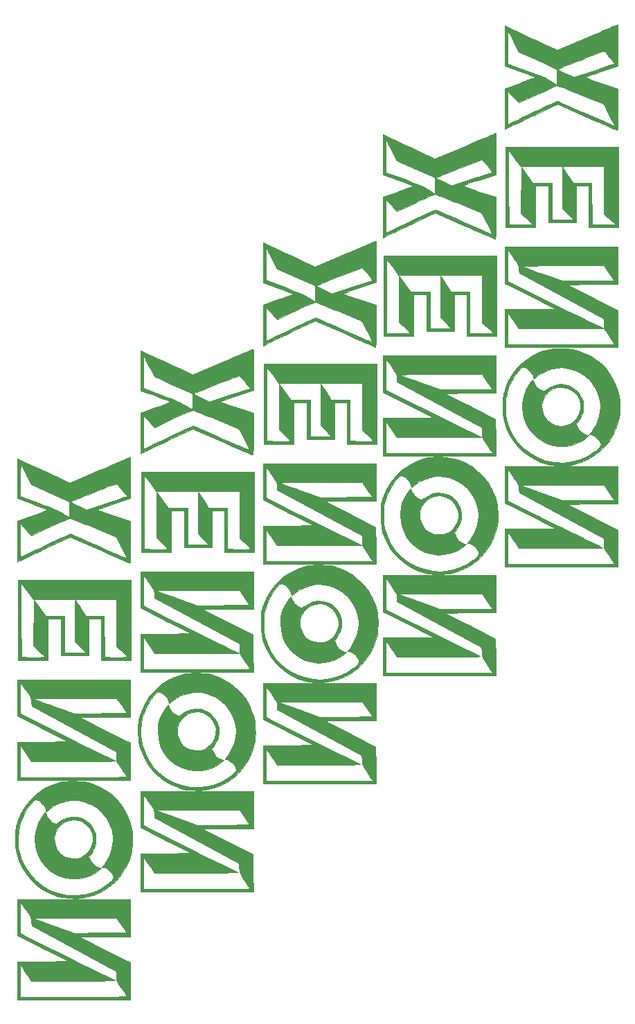
<source format=gbr>
G04 #@! TF.GenerationSoftware,KiCad,Pcbnew,5.1.2*
G04 #@! TF.CreationDate,2019-08-11T12:44:57+09:00*
G04 #@! TF.ProjectId,xenon-e_plate,78656e6f-6e2d-4655-9f70-6c6174652e6b,rev?*
G04 #@! TF.SameCoordinates,Original*
G04 #@! TF.FileFunction,Legend,Bot*
G04 #@! TF.FilePolarity,Positive*
%FSLAX46Y46*%
G04 Gerber Fmt 4.6, Leading zero omitted, Abs format (unit mm)*
G04 Created by KiCad (PCBNEW 5.1.2) date 2019-08-11 12:44:57*
%MOMM*%
%LPD*%
G04 APERTURE LIST*
%ADD10C,0.010000*%
G04 APERTURE END LIST*
D10*
G36*
X154879792Y-45070402D02*
G01*
X154907740Y-45012963D01*
X154929218Y-44887101D01*
X154945029Y-44676355D01*
X154955975Y-44364263D01*
X154962860Y-43934361D01*
X154966485Y-43370187D01*
X154967653Y-42655280D01*
X154967667Y-42550910D01*
X154967667Y-39978704D01*
X152935667Y-39305333D01*
X152382814Y-39120375D01*
X151887182Y-38951200D01*
X151470218Y-38805403D01*
X151153367Y-38690580D01*
X150958077Y-38614328D01*
X150903667Y-38585667D01*
X150980582Y-38547582D01*
X151197029Y-38464563D01*
X151531561Y-38344205D01*
X151962732Y-38194103D01*
X152469094Y-38021854D01*
X152935667Y-37866000D01*
X154967667Y-37192630D01*
X154967667Y-34671815D01*
X154966985Y-34038185D01*
X154965056Y-33463094D01*
X154962054Y-32967289D01*
X154958154Y-32571514D01*
X154953530Y-32296515D01*
X154948356Y-32163038D01*
X154946500Y-32153580D01*
X154866755Y-32186159D01*
X154646463Y-32278518D01*
X154300913Y-32424189D01*
X153845396Y-32616704D01*
X153295201Y-32849597D01*
X152665617Y-33116401D01*
X151971935Y-33410647D01*
X151242333Y-33720394D01*
X147559333Y-35284627D01*
X145823667Y-34485758D01*
X145198607Y-34197758D01*
X144510822Y-33880343D01*
X143814791Y-33558689D01*
X143164990Y-33257971D01*
X142627500Y-33008751D01*
X141167000Y-32330614D01*
X141167000Y-36938826D01*
X141505667Y-36938826D01*
X141506963Y-34947080D01*
X141510138Y-34260990D01*
X141518877Y-33737373D01*
X141533500Y-33369446D01*
X141554329Y-33150429D01*
X141581687Y-33073542D01*
X141595431Y-33082333D01*
X141662949Y-33199866D01*
X141790709Y-33438779D01*
X141963002Y-33769109D01*
X142164119Y-34160893D01*
X142264648Y-34358757D01*
X142846692Y-35508180D01*
X145181846Y-36556739D01*
X147515650Y-37604691D01*
X147627860Y-37604691D01*
X147628375Y-37599403D01*
X147721566Y-37552363D01*
X147949615Y-37453886D01*
X148290570Y-37312599D01*
X148722480Y-37137130D01*
X149223394Y-36936106D01*
X149771360Y-36718155D01*
X150344428Y-36491904D01*
X150920644Y-36265982D01*
X151478060Y-36049015D01*
X151994722Y-35849632D01*
X152448680Y-35676459D01*
X152817982Y-35538125D01*
X153080677Y-35443257D01*
X153214814Y-35400482D01*
X153226677Y-35399090D01*
X153310429Y-35468859D01*
X153477876Y-35641577D01*
X153703914Y-35890434D01*
X153937633Y-36158436D01*
X154183912Y-36451455D01*
X154379222Y-36694548D01*
X154502943Y-36861292D01*
X154535623Y-36924736D01*
X154449895Y-36957676D01*
X154223205Y-37037055D01*
X153875360Y-37156148D01*
X153426171Y-37308231D01*
X152895444Y-37486579D01*
X152302990Y-37684466D01*
X152041547Y-37771446D01*
X149581093Y-38589064D01*
X148581431Y-38117536D01*
X148214388Y-37939499D01*
X147915200Y-37784941D01*
X147710735Y-37668470D01*
X147627860Y-37604691D01*
X147515650Y-37604691D01*
X147517000Y-37605297D01*
X147517000Y-38561148D01*
X147513740Y-38940692D01*
X147504889Y-39248873D01*
X147491836Y-39451959D01*
X147477580Y-39517000D01*
X147394379Y-39473748D01*
X147202113Y-39357273D01*
X146933130Y-39187496D01*
X146736747Y-39060773D01*
X146480594Y-38903548D01*
X146196325Y-38750136D01*
X145860807Y-38590486D01*
X145450908Y-38414545D01*
X144943497Y-38212259D01*
X144315442Y-37973576D01*
X143770500Y-37771685D01*
X141505667Y-36938826D01*
X141167000Y-36938826D01*
X141167000Y-37206037D01*
X143021622Y-37874619D01*
X143544520Y-38065486D01*
X144007852Y-38239149D01*
X144389908Y-38387096D01*
X144668982Y-38500815D01*
X144823365Y-38571791D01*
X144847033Y-38590467D01*
X144762530Y-38631855D01*
X144541534Y-38722083D01*
X144206784Y-38852374D01*
X143781017Y-39013950D01*
X143286971Y-39198034D01*
X142992411Y-39306414D01*
X141167000Y-39975097D01*
X141167000Y-42298555D01*
X141505667Y-42298555D01*
X141505667Y-40254110D01*
X142183741Y-40978852D01*
X142861816Y-41703595D01*
X145125908Y-40658849D01*
X145705177Y-40393369D01*
X146238289Y-40152512D01*
X146704899Y-39945196D01*
X147084662Y-39780338D01*
X147357230Y-39666856D01*
X147502260Y-39613668D01*
X147517000Y-39610799D01*
X147622609Y-39640923D01*
X147866234Y-39728063D01*
X148229216Y-39865003D01*
X148692894Y-40044525D01*
X149238608Y-40259412D01*
X149847696Y-40502447D01*
X150433002Y-40738616D01*
X153222004Y-41869737D01*
X153883688Y-43191035D01*
X154095722Y-43618760D01*
X154275014Y-43988767D01*
X154410194Y-44276893D01*
X154489893Y-44458977D01*
X154505384Y-44512333D01*
X154423446Y-44479757D01*
X154205553Y-44387589D01*
X153870861Y-44244166D01*
X153438527Y-44057828D01*
X152927705Y-43836914D01*
X152357551Y-43589762D01*
X151747221Y-43324712D01*
X151115871Y-43050102D01*
X150482655Y-42774271D01*
X149866730Y-42505558D01*
X149287251Y-42252301D01*
X148763374Y-42022841D01*
X148314254Y-41825515D01*
X147959048Y-41668662D01*
X147716909Y-41560621D01*
X147606995Y-41509732D01*
X147603472Y-41507783D01*
X147517976Y-41535943D01*
X147296760Y-41630228D01*
X146956505Y-41782951D01*
X146513891Y-41986425D01*
X145985600Y-42232966D01*
X145388311Y-42514888D01*
X144738706Y-42824503D01*
X144562510Y-42908969D01*
X143902503Y-43225337D01*
X143291298Y-43517524D01*
X142745470Y-43777667D01*
X142281593Y-43997901D01*
X141916241Y-44170362D01*
X141665989Y-44287185D01*
X141547411Y-44340508D01*
X141540179Y-44343000D01*
X141530588Y-44262179D01*
X141522021Y-44035092D01*
X141514869Y-43684808D01*
X141509519Y-43234393D01*
X141506363Y-42706915D01*
X141505667Y-42298555D01*
X141167000Y-42298555D01*
X141167000Y-44940015D01*
X141399833Y-44819765D01*
X141526866Y-44757156D01*
X141788586Y-44630534D01*
X142166772Y-44448633D01*
X142643201Y-44220190D01*
X143199653Y-43953939D01*
X143817905Y-43658617D01*
X144479735Y-43342958D01*
X144592197Y-43289366D01*
X147551728Y-41879217D01*
X151136603Y-43453931D01*
X151870689Y-43776247D01*
X152559464Y-44078390D01*
X153186963Y-44353377D01*
X153737223Y-44594227D01*
X154194281Y-44793956D01*
X154542172Y-44945581D01*
X154764933Y-45042119D01*
X154844572Y-45075881D01*
X154879792Y-45070402D01*
X154879792Y-45070402D01*
G37*
X154879792Y-45070402D02*
X154907740Y-45012963D01*
X154929218Y-44887101D01*
X154945029Y-44676355D01*
X154955975Y-44364263D01*
X154962860Y-43934361D01*
X154966485Y-43370187D01*
X154967653Y-42655280D01*
X154967667Y-42550910D01*
X154967667Y-39978704D01*
X152935667Y-39305333D01*
X152382814Y-39120375D01*
X151887182Y-38951200D01*
X151470218Y-38805403D01*
X151153367Y-38690580D01*
X150958077Y-38614328D01*
X150903667Y-38585667D01*
X150980582Y-38547582D01*
X151197029Y-38464563D01*
X151531561Y-38344205D01*
X151962732Y-38194103D01*
X152469094Y-38021854D01*
X152935667Y-37866000D01*
X154967667Y-37192630D01*
X154967667Y-34671815D01*
X154966985Y-34038185D01*
X154965056Y-33463094D01*
X154962054Y-32967289D01*
X154958154Y-32571514D01*
X154953530Y-32296515D01*
X154948356Y-32163038D01*
X154946500Y-32153580D01*
X154866755Y-32186159D01*
X154646463Y-32278518D01*
X154300913Y-32424189D01*
X153845396Y-32616704D01*
X153295201Y-32849597D01*
X152665617Y-33116401D01*
X151971935Y-33410647D01*
X151242333Y-33720394D01*
X147559333Y-35284627D01*
X145823667Y-34485758D01*
X145198607Y-34197758D01*
X144510822Y-33880343D01*
X143814791Y-33558689D01*
X143164990Y-33257971D01*
X142627500Y-33008751D01*
X141167000Y-32330614D01*
X141167000Y-36938826D01*
X141505667Y-36938826D01*
X141506963Y-34947080D01*
X141510138Y-34260990D01*
X141518877Y-33737373D01*
X141533500Y-33369446D01*
X141554329Y-33150429D01*
X141581687Y-33073542D01*
X141595431Y-33082333D01*
X141662949Y-33199866D01*
X141790709Y-33438779D01*
X141963002Y-33769109D01*
X142164119Y-34160893D01*
X142264648Y-34358757D01*
X142846692Y-35508180D01*
X145181846Y-36556739D01*
X147515650Y-37604691D01*
X147627860Y-37604691D01*
X147628375Y-37599403D01*
X147721566Y-37552363D01*
X147949615Y-37453886D01*
X148290570Y-37312599D01*
X148722480Y-37137130D01*
X149223394Y-36936106D01*
X149771360Y-36718155D01*
X150344428Y-36491904D01*
X150920644Y-36265982D01*
X151478060Y-36049015D01*
X151994722Y-35849632D01*
X152448680Y-35676459D01*
X152817982Y-35538125D01*
X153080677Y-35443257D01*
X153214814Y-35400482D01*
X153226677Y-35399090D01*
X153310429Y-35468859D01*
X153477876Y-35641577D01*
X153703914Y-35890434D01*
X153937633Y-36158436D01*
X154183912Y-36451455D01*
X154379222Y-36694548D01*
X154502943Y-36861292D01*
X154535623Y-36924736D01*
X154449895Y-36957676D01*
X154223205Y-37037055D01*
X153875360Y-37156148D01*
X153426171Y-37308231D01*
X152895444Y-37486579D01*
X152302990Y-37684466D01*
X152041547Y-37771446D01*
X149581093Y-38589064D01*
X148581431Y-38117536D01*
X148214388Y-37939499D01*
X147915200Y-37784941D01*
X147710735Y-37668470D01*
X147627860Y-37604691D01*
X147515650Y-37604691D01*
X147517000Y-37605297D01*
X147517000Y-38561148D01*
X147513740Y-38940692D01*
X147504889Y-39248873D01*
X147491836Y-39451959D01*
X147477580Y-39517000D01*
X147394379Y-39473748D01*
X147202113Y-39357273D01*
X146933130Y-39187496D01*
X146736747Y-39060773D01*
X146480594Y-38903548D01*
X146196325Y-38750136D01*
X145860807Y-38590486D01*
X145450908Y-38414545D01*
X144943497Y-38212259D01*
X144315442Y-37973576D01*
X143770500Y-37771685D01*
X141505667Y-36938826D01*
X141167000Y-36938826D01*
X141167000Y-37206037D01*
X143021622Y-37874619D01*
X143544520Y-38065486D01*
X144007852Y-38239149D01*
X144389908Y-38387096D01*
X144668982Y-38500815D01*
X144823365Y-38571791D01*
X144847033Y-38590467D01*
X144762530Y-38631855D01*
X144541534Y-38722083D01*
X144206784Y-38852374D01*
X143781017Y-39013950D01*
X143286971Y-39198034D01*
X142992411Y-39306414D01*
X141167000Y-39975097D01*
X141167000Y-42298555D01*
X141505667Y-42298555D01*
X141505667Y-40254110D01*
X142183741Y-40978852D01*
X142861816Y-41703595D01*
X145125908Y-40658849D01*
X145705177Y-40393369D01*
X146238289Y-40152512D01*
X146704899Y-39945196D01*
X147084662Y-39780338D01*
X147357230Y-39666856D01*
X147502260Y-39613668D01*
X147517000Y-39610799D01*
X147622609Y-39640923D01*
X147866234Y-39728063D01*
X148229216Y-39865003D01*
X148692894Y-40044525D01*
X149238608Y-40259412D01*
X149847696Y-40502447D01*
X150433002Y-40738616D01*
X153222004Y-41869737D01*
X153883688Y-43191035D01*
X154095722Y-43618760D01*
X154275014Y-43988767D01*
X154410194Y-44276893D01*
X154489893Y-44458977D01*
X154505384Y-44512333D01*
X154423446Y-44479757D01*
X154205553Y-44387589D01*
X153870861Y-44244166D01*
X153438527Y-44057828D01*
X152927705Y-43836914D01*
X152357551Y-43589762D01*
X151747221Y-43324712D01*
X151115871Y-43050102D01*
X150482655Y-42774271D01*
X149866730Y-42505558D01*
X149287251Y-42252301D01*
X148763374Y-42022841D01*
X148314254Y-41825515D01*
X147959048Y-41668662D01*
X147716909Y-41560621D01*
X147606995Y-41509732D01*
X147603472Y-41507783D01*
X147517976Y-41535943D01*
X147296760Y-41630228D01*
X146956505Y-41782951D01*
X146513891Y-41986425D01*
X145985600Y-42232966D01*
X145388311Y-42514888D01*
X144738706Y-42824503D01*
X144562510Y-42908969D01*
X143902503Y-43225337D01*
X143291298Y-43517524D01*
X142745470Y-43777667D01*
X142281593Y-43997901D01*
X141916241Y-44170362D01*
X141665989Y-44287185D01*
X141547411Y-44340508D01*
X141540179Y-44343000D01*
X141530588Y-44262179D01*
X141522021Y-44035092D01*
X141514869Y-43684808D01*
X141509519Y-43234393D01*
X141506363Y-42706915D01*
X141505667Y-42298555D01*
X141167000Y-42298555D01*
X141167000Y-44940015D01*
X141399833Y-44819765D01*
X141526866Y-44757156D01*
X141788586Y-44630534D01*
X142166772Y-44448633D01*
X142643201Y-44220190D01*
X143199653Y-43953939D01*
X143817905Y-43658617D01*
X144479735Y-43342958D01*
X144592197Y-43289366D01*
X147551728Y-41879217D01*
X151136603Y-43453931D01*
X151870689Y-43776247D01*
X152559464Y-44078390D01*
X153186963Y-44353377D01*
X153737223Y-44594227D01*
X154194281Y-44793956D01*
X154542172Y-44945581D01*
X154764933Y-45042119D01*
X154844572Y-45075881D01*
X154879792Y-45070402D01*
G36*
X144892333Y-51878333D02*
G01*
X146501000Y-51878333D01*
X146501000Y-56365667D01*
X149887667Y-56365667D01*
X149887667Y-51878333D01*
X151411667Y-51878333D01*
X151411667Y-56958333D01*
X155052333Y-56958333D01*
X155052333Y-47137000D01*
X141251667Y-47137000D01*
X141251667Y-49026051D01*
X141602530Y-49026051D01*
X141603189Y-48475927D01*
X141604914Y-48041097D01*
X141607695Y-47737094D01*
X141611521Y-47579453D01*
X141613719Y-47560333D01*
X141670034Y-47624592D01*
X141807891Y-47801196D01*
X142008763Y-48065894D01*
X142254122Y-48394429D01*
X142355295Y-48531135D01*
X143072000Y-49501936D01*
X148173167Y-49504801D01*
X153274333Y-49507667D01*
X153292847Y-55307333D01*
X153951667Y-55900000D01*
X154224945Y-56150991D01*
X154444756Y-56362652D01*
X154584177Y-56508456D01*
X154619743Y-56558214D01*
X154542889Y-56578548D01*
X154324203Y-56593555D01*
X153991126Y-56602411D01*
X153571099Y-56604289D01*
X153210833Y-56600547D01*
X151792667Y-56577333D01*
X151747813Y-51539667D01*
X149496227Y-51539667D01*
X148871667Y-50566000D01*
X148642524Y-50211612D01*
X148447208Y-49914901D01*
X148303048Y-49701789D01*
X148227371Y-49598191D01*
X148220720Y-49592333D01*
X148214122Y-49673557D01*
X148208127Y-49903458D01*
X148202949Y-50261381D01*
X148198802Y-50726670D01*
X148195900Y-51278668D01*
X148194455Y-51896722D01*
X148194333Y-52142056D01*
X148194333Y-54691779D01*
X148844016Y-55359390D01*
X149493698Y-56027000D01*
X146924333Y-56027000D01*
X146924333Y-51539667D01*
X144582043Y-51539667D01*
X143156667Y-49583085D01*
X143105923Y-55222667D01*
X143787498Y-55857667D01*
X144062705Y-56119684D01*
X144284674Y-56341706D01*
X144428000Y-56497619D01*
X144469037Y-56558214D01*
X144389001Y-56578561D01*
X144167375Y-56593573D01*
X143831841Y-56602423D01*
X143410081Y-56604284D01*
X143050833Y-56600547D01*
X141632667Y-56577333D01*
X141610758Y-52068833D01*
X141607051Y-51212862D01*
X141604451Y-50410052D01*
X141602948Y-49675938D01*
X141602530Y-49026051D01*
X141251667Y-49026051D01*
X141251667Y-56958333D01*
X144892333Y-56958333D01*
X144892333Y-51878333D01*
X144892333Y-51878333D01*
G37*
X144892333Y-51878333D02*
X146501000Y-51878333D01*
X146501000Y-56365667D01*
X149887667Y-56365667D01*
X149887667Y-51878333D01*
X151411667Y-51878333D01*
X151411667Y-56958333D01*
X155052333Y-56958333D01*
X155052333Y-47137000D01*
X141251667Y-47137000D01*
X141251667Y-49026051D01*
X141602530Y-49026051D01*
X141603189Y-48475927D01*
X141604914Y-48041097D01*
X141607695Y-47737094D01*
X141611521Y-47579453D01*
X141613719Y-47560333D01*
X141670034Y-47624592D01*
X141807891Y-47801196D01*
X142008763Y-48065894D01*
X142254122Y-48394429D01*
X142355295Y-48531135D01*
X143072000Y-49501936D01*
X148173167Y-49504801D01*
X153274333Y-49507667D01*
X153292847Y-55307333D01*
X153951667Y-55900000D01*
X154224945Y-56150991D01*
X154444756Y-56362652D01*
X154584177Y-56508456D01*
X154619743Y-56558214D01*
X154542889Y-56578548D01*
X154324203Y-56593555D01*
X153991126Y-56602411D01*
X153571099Y-56604289D01*
X153210833Y-56600547D01*
X151792667Y-56577333D01*
X151747813Y-51539667D01*
X149496227Y-51539667D01*
X148871667Y-50566000D01*
X148642524Y-50211612D01*
X148447208Y-49914901D01*
X148303048Y-49701789D01*
X148227371Y-49598191D01*
X148220720Y-49592333D01*
X148214122Y-49673557D01*
X148208127Y-49903458D01*
X148202949Y-50261381D01*
X148198802Y-50726670D01*
X148195900Y-51278668D01*
X148194455Y-51896722D01*
X148194333Y-52142056D01*
X148194333Y-54691779D01*
X148844016Y-55359390D01*
X149493698Y-56027000D01*
X146924333Y-56027000D01*
X146924333Y-51539667D01*
X144582043Y-51539667D01*
X143156667Y-49583085D01*
X143105923Y-55222667D01*
X143787498Y-55857667D01*
X144062705Y-56119684D01*
X144284674Y-56341706D01*
X144428000Y-56497619D01*
X144469037Y-56558214D01*
X144389001Y-56578561D01*
X144167375Y-56593573D01*
X143831841Y-56602423D01*
X143410081Y-56604284D01*
X143050833Y-56600547D01*
X141632667Y-56577333D01*
X141610758Y-52068833D01*
X141607051Y-51212862D01*
X141604451Y-50410052D01*
X141602948Y-49675938D01*
X141602530Y-49026051D01*
X141251667Y-49026051D01*
X141251667Y-56958333D01*
X144892333Y-56958333D01*
X144892333Y-51878333D01*
G36*
X154947883Y-69344710D02*
G01*
X154925333Y-67083754D01*
X151835000Y-65513544D01*
X148744667Y-63943333D01*
X151856167Y-63921124D01*
X154967667Y-63898914D01*
X154967667Y-59329000D01*
X141167000Y-59329000D01*
X141169050Y-61551500D01*
X141171099Y-63774000D01*
X144263431Y-65340333D01*
X147355763Y-66906667D01*
X144261382Y-66928877D01*
X141167000Y-66951086D01*
X141167000Y-69301629D01*
X141505666Y-69301629D01*
X141505666Y-67336259D01*
X142871236Y-69319667D01*
X148044562Y-69319667D01*
X148961942Y-69319113D01*
X149826227Y-69317517D01*
X150623046Y-69314976D01*
X151338032Y-69311587D01*
X151956814Y-69307449D01*
X152465022Y-69302658D01*
X152848287Y-69297313D01*
X153092240Y-69291510D01*
X153182510Y-69285348D01*
X153182611Y-69284784D01*
X153099026Y-69240319D01*
X152884175Y-69134890D01*
X152560244Y-68979131D01*
X152149421Y-68783676D01*
X151673892Y-68559159D01*
X151411667Y-68435982D01*
X150987634Y-68234460D01*
X150435230Y-67967737D01*
X149777202Y-67647010D01*
X149036299Y-67283475D01*
X148235270Y-66888330D01*
X147396861Y-66472772D01*
X146543822Y-66047996D01*
X145698901Y-65625200D01*
X145590975Y-65571031D01*
X141505950Y-63520000D01*
X141505808Y-61636167D01*
X141507044Y-61091843D01*
X141510583Y-60609179D01*
X141516048Y-60212205D01*
X141523060Y-59924952D01*
X141531241Y-59771450D01*
X141535478Y-59752333D01*
X141592243Y-59817637D01*
X141726691Y-59996446D01*
X141920016Y-60263113D01*
X142153418Y-60591985D01*
X142208178Y-60669996D01*
X142472664Y-61052244D01*
X142653963Y-61332683D01*
X142768699Y-61546295D01*
X142820967Y-61692905D01*
X143156667Y-61692905D01*
X143208257Y-61680894D01*
X143415263Y-61669400D01*
X143763765Y-61658625D01*
X144239846Y-61648773D01*
X144829587Y-61640046D01*
X145519071Y-61632647D01*
X146294379Y-61626781D01*
X147141593Y-61622650D01*
X148046795Y-61620457D01*
X148125340Y-61620367D01*
X153263346Y-61615000D01*
X153894977Y-62525167D01*
X154526609Y-63435333D01*
X148165575Y-63479731D01*
X145745787Y-62619903D01*
X145132743Y-62401844D01*
X144565630Y-62199694D01*
X144065701Y-62021063D01*
X143654208Y-61873559D01*
X143352400Y-61764790D01*
X143181531Y-61702367D01*
X143156667Y-61692905D01*
X142820967Y-61692905D01*
X142833501Y-61728060D01*
X142864993Y-61912957D01*
X142876867Y-62076864D01*
X142902667Y-62566069D01*
X153274333Y-68150557D01*
X153274333Y-69337262D01*
X153909333Y-70261945D01*
X154144205Y-70606829D01*
X154339830Y-70899543D01*
X154478406Y-71113034D01*
X154542127Y-71220248D01*
X154544333Y-71226814D01*
X154461820Y-71233188D01*
X154222890Y-71239251D01*
X153840464Y-71244923D01*
X153327457Y-71250123D01*
X152696787Y-71254773D01*
X151961373Y-71258793D01*
X151134132Y-71262104D01*
X150227982Y-71264625D01*
X149255840Y-71266277D01*
X148230624Y-71266980D01*
X148025000Y-71267000D01*
X141505667Y-71267000D01*
X141505666Y-69301629D01*
X141167000Y-69301629D01*
X141167000Y-71605667D01*
X154970432Y-71605667D01*
X154947883Y-69344710D01*
X154947883Y-69344710D01*
G37*
X154947883Y-69344710D02*
X154925333Y-67083754D01*
X151835000Y-65513544D01*
X148744667Y-63943333D01*
X151856167Y-63921124D01*
X154967667Y-63898914D01*
X154967667Y-59329000D01*
X141167000Y-59329000D01*
X141169050Y-61551500D01*
X141171099Y-63774000D01*
X144263431Y-65340333D01*
X147355763Y-66906667D01*
X144261382Y-66928877D01*
X141167000Y-66951086D01*
X141167000Y-69301629D01*
X141505666Y-69301629D01*
X141505666Y-67336259D01*
X142871236Y-69319667D01*
X148044562Y-69319667D01*
X148961942Y-69319113D01*
X149826227Y-69317517D01*
X150623046Y-69314976D01*
X151338032Y-69311587D01*
X151956814Y-69307449D01*
X152465022Y-69302658D01*
X152848287Y-69297313D01*
X153092240Y-69291510D01*
X153182510Y-69285348D01*
X153182611Y-69284784D01*
X153099026Y-69240319D01*
X152884175Y-69134890D01*
X152560244Y-68979131D01*
X152149421Y-68783676D01*
X151673892Y-68559159D01*
X151411667Y-68435982D01*
X150987634Y-68234460D01*
X150435230Y-67967737D01*
X149777202Y-67647010D01*
X149036299Y-67283475D01*
X148235270Y-66888330D01*
X147396861Y-66472772D01*
X146543822Y-66047996D01*
X145698901Y-65625200D01*
X145590975Y-65571031D01*
X141505950Y-63520000D01*
X141505808Y-61636167D01*
X141507044Y-61091843D01*
X141510583Y-60609179D01*
X141516048Y-60212205D01*
X141523060Y-59924952D01*
X141531241Y-59771450D01*
X141535478Y-59752333D01*
X141592243Y-59817637D01*
X141726691Y-59996446D01*
X141920016Y-60263113D01*
X142153418Y-60591985D01*
X142208178Y-60669996D01*
X142472664Y-61052244D01*
X142653963Y-61332683D01*
X142768699Y-61546295D01*
X142820967Y-61692905D01*
X143156667Y-61692905D01*
X143208257Y-61680894D01*
X143415263Y-61669400D01*
X143763765Y-61658625D01*
X144239846Y-61648773D01*
X144829587Y-61640046D01*
X145519071Y-61632647D01*
X146294379Y-61626781D01*
X147141593Y-61622650D01*
X148046795Y-61620457D01*
X148125340Y-61620367D01*
X153263346Y-61615000D01*
X153894977Y-62525167D01*
X154526609Y-63435333D01*
X148165575Y-63479731D01*
X145745787Y-62619903D01*
X145132743Y-62401844D01*
X144565630Y-62199694D01*
X144065701Y-62021063D01*
X143654208Y-61873559D01*
X143352400Y-61764790D01*
X143181531Y-61702367D01*
X143156667Y-61692905D01*
X142820967Y-61692905D01*
X142833501Y-61728060D01*
X142864993Y-61912957D01*
X142876867Y-62076864D01*
X142902667Y-62566069D01*
X153274333Y-68150557D01*
X153274333Y-69337262D01*
X153909333Y-70261945D01*
X154144205Y-70606829D01*
X154339830Y-70899543D01*
X154478406Y-71113034D01*
X154542127Y-71220248D01*
X154544333Y-71226814D01*
X154461820Y-71233188D01*
X154222890Y-71239251D01*
X153840464Y-71244923D01*
X153327457Y-71250123D01*
X152696787Y-71254773D01*
X151961373Y-71258793D01*
X151134132Y-71262104D01*
X150227982Y-71264625D01*
X149255840Y-71266277D01*
X148230624Y-71266980D01*
X148025000Y-71267000D01*
X141505667Y-71267000D01*
X141505666Y-69301629D01*
X141167000Y-69301629D01*
X141167000Y-71605667D01*
X154970432Y-71605667D01*
X154947883Y-69344710D01*
G36*
X148994381Y-86022531D02*
G01*
X149384616Y-85961331D01*
X150445536Y-85664567D01*
X151431609Y-85224047D01*
X152331007Y-84651814D01*
X153131904Y-83959910D01*
X153822471Y-83160380D01*
X154390880Y-82265267D01*
X154825303Y-81286613D01*
X155113913Y-80236462D01*
X155138875Y-80102311D01*
X155191943Y-79642403D01*
X155213582Y-79070343D01*
X155203903Y-78493645D01*
X155176688Y-78004283D01*
X155133847Y-77617795D01*
X155063359Y-77267758D01*
X154953204Y-76887751D01*
X154865905Y-76625993D01*
X154457154Y-75637081D01*
X153942830Y-74765397D01*
X153303443Y-73982349D01*
X152638009Y-73357447D01*
X152149890Y-72998950D01*
X151554072Y-72641651D01*
X150909666Y-72315886D01*
X150275781Y-72051990D01*
X149803000Y-71902449D01*
X149353742Y-71817645D01*
X148800930Y-71759140D01*
X148199192Y-71728480D01*
X147603155Y-71727212D01*
X147067446Y-71756880D01*
X146670333Y-71813790D01*
X145568350Y-72131819D01*
X144559722Y-72588551D01*
X143651801Y-73177239D01*
X142851939Y-73891140D01*
X142167489Y-74723506D01*
X141605805Y-75667592D01*
X141174237Y-76716653D01*
X141111693Y-76913635D01*
X141017223Y-77243914D01*
X140953042Y-77533371D01*
X140913533Y-77830003D01*
X140893081Y-78181808D01*
X140886070Y-78636782D01*
X140885760Y-78844667D01*
X140897141Y-79243409D01*
X141226860Y-79243409D01*
X141229536Y-78559050D01*
X141278275Y-77896061D01*
X141372282Y-77315651D01*
X141405015Y-77182182D01*
X141598707Y-76598729D01*
X141869670Y-75966878D01*
X142182188Y-75363626D01*
X142440449Y-74950000D01*
X142723528Y-74572298D01*
X142987431Y-74275896D01*
X143212112Y-74080118D01*
X143377520Y-74004289D01*
X143416518Y-74009197D01*
X143577978Y-74055127D01*
X143629014Y-74061000D01*
X143749735Y-74119848D01*
X143937210Y-74270147D01*
X144150672Y-74472532D01*
X144349353Y-74687639D01*
X144492486Y-74876102D01*
X144516814Y-74918266D01*
X144605574Y-75147521D01*
X144638333Y-75333991D01*
X144651688Y-75420563D01*
X144709884Y-75423959D01*
X144840113Y-75332641D01*
X145034638Y-75165883D01*
X145577917Y-74777619D01*
X146230363Y-74454762D01*
X146938048Y-74217185D01*
X147647042Y-74084760D01*
X148025000Y-74063940D01*
X148605710Y-74115272D01*
X149250229Y-74258019D01*
X149892186Y-74475309D01*
X150226333Y-74623514D01*
X150910939Y-75049320D01*
X151517715Y-75606276D01*
X152030279Y-76267741D01*
X152432247Y-77007073D01*
X152707239Y-77797631D01*
X152838871Y-78612775D01*
X152848060Y-78887000D01*
X152781283Y-79585320D01*
X152593967Y-80322892D01*
X152305630Y-81043800D01*
X151935793Y-81692126D01*
X151806210Y-81871500D01*
X151497452Y-82273667D01*
X151710451Y-82273667D01*
X151907312Y-82337394D01*
X152157599Y-82503559D01*
X152419425Y-82734640D01*
X152650903Y-82993111D01*
X152810149Y-83241450D01*
X152823109Y-83270434D01*
X152884190Y-83466383D01*
X152872763Y-83637127D01*
X152771657Y-83811011D01*
X152563698Y-84016377D01*
X152231714Y-84281570D01*
X152192379Y-84311451D01*
X151308790Y-84879866D01*
X150355180Y-85307019D01*
X149354976Y-85586543D01*
X148331604Y-85712067D01*
X147308490Y-85677224D01*
X147212409Y-85665374D01*
X146148599Y-85444079D01*
X145155747Y-85074768D01*
X144245471Y-84567835D01*
X143429390Y-83933677D01*
X142719122Y-83182689D01*
X142126284Y-82325265D01*
X141662495Y-81371802D01*
X141362869Y-80431401D01*
X141271039Y-79887929D01*
X141226860Y-79243409D01*
X140897141Y-79243409D01*
X140907801Y-79616829D01*
X140980549Y-80277401D01*
X141115619Y-80879553D01*
X141324627Y-81476455D01*
X141587664Y-82057430D01*
X142140008Y-82996018D01*
X142821817Y-83835976D01*
X143617281Y-84564025D01*
X144510591Y-85166887D01*
X145485937Y-85631284D01*
X146080940Y-85831365D01*
X146739457Y-85971835D01*
X147489641Y-86052294D01*
X148263835Y-86070080D01*
X148994381Y-86022531D01*
X148994381Y-86022531D01*
G37*
X148994381Y-86022531D02*
X149384616Y-85961331D01*
X150445536Y-85664567D01*
X151431609Y-85224047D01*
X152331007Y-84651814D01*
X153131904Y-83959910D01*
X153822471Y-83160380D01*
X154390880Y-82265267D01*
X154825303Y-81286613D01*
X155113913Y-80236462D01*
X155138875Y-80102311D01*
X155191943Y-79642403D01*
X155213582Y-79070343D01*
X155203903Y-78493645D01*
X155176688Y-78004283D01*
X155133847Y-77617795D01*
X155063359Y-77267758D01*
X154953204Y-76887751D01*
X154865905Y-76625993D01*
X154457154Y-75637081D01*
X153942830Y-74765397D01*
X153303443Y-73982349D01*
X152638009Y-73357447D01*
X152149890Y-72998950D01*
X151554072Y-72641651D01*
X150909666Y-72315886D01*
X150275781Y-72051990D01*
X149803000Y-71902449D01*
X149353742Y-71817645D01*
X148800930Y-71759140D01*
X148199192Y-71728480D01*
X147603155Y-71727212D01*
X147067446Y-71756880D01*
X146670333Y-71813790D01*
X145568350Y-72131819D01*
X144559722Y-72588551D01*
X143651801Y-73177239D01*
X142851939Y-73891140D01*
X142167489Y-74723506D01*
X141605805Y-75667592D01*
X141174237Y-76716653D01*
X141111693Y-76913635D01*
X141017223Y-77243914D01*
X140953042Y-77533371D01*
X140913533Y-77830003D01*
X140893081Y-78181808D01*
X140886070Y-78636782D01*
X140885760Y-78844667D01*
X140897141Y-79243409D01*
X141226860Y-79243409D01*
X141229536Y-78559050D01*
X141278275Y-77896061D01*
X141372282Y-77315651D01*
X141405015Y-77182182D01*
X141598707Y-76598729D01*
X141869670Y-75966878D01*
X142182188Y-75363626D01*
X142440449Y-74950000D01*
X142723528Y-74572298D01*
X142987431Y-74275896D01*
X143212112Y-74080118D01*
X143377520Y-74004289D01*
X143416518Y-74009197D01*
X143577978Y-74055127D01*
X143629014Y-74061000D01*
X143749735Y-74119848D01*
X143937210Y-74270147D01*
X144150672Y-74472532D01*
X144349353Y-74687639D01*
X144492486Y-74876102D01*
X144516814Y-74918266D01*
X144605574Y-75147521D01*
X144638333Y-75333991D01*
X144651688Y-75420563D01*
X144709884Y-75423959D01*
X144840113Y-75332641D01*
X145034638Y-75165883D01*
X145577917Y-74777619D01*
X146230363Y-74454762D01*
X146938048Y-74217185D01*
X147647042Y-74084760D01*
X148025000Y-74063940D01*
X148605710Y-74115272D01*
X149250229Y-74258019D01*
X149892186Y-74475309D01*
X150226333Y-74623514D01*
X150910939Y-75049320D01*
X151517715Y-75606276D01*
X152030279Y-76267741D01*
X152432247Y-77007073D01*
X152707239Y-77797631D01*
X152838871Y-78612775D01*
X152848060Y-78887000D01*
X152781283Y-79585320D01*
X152593967Y-80322892D01*
X152305630Y-81043800D01*
X151935793Y-81692126D01*
X151806210Y-81871500D01*
X151497452Y-82273667D01*
X151710451Y-82273667D01*
X151907312Y-82337394D01*
X152157599Y-82503559D01*
X152419425Y-82734640D01*
X152650903Y-82993111D01*
X152810149Y-83241450D01*
X152823109Y-83270434D01*
X152884190Y-83466383D01*
X152872763Y-83637127D01*
X152771657Y-83811011D01*
X152563698Y-84016377D01*
X152231714Y-84281570D01*
X152192379Y-84311451D01*
X151308790Y-84879866D01*
X150355180Y-85307019D01*
X149354976Y-85586543D01*
X148331604Y-85712067D01*
X147308490Y-85677224D01*
X147212409Y-85665374D01*
X146148599Y-85444079D01*
X145155747Y-85074768D01*
X144245471Y-84567835D01*
X143429390Y-83933677D01*
X142719122Y-83182689D01*
X142126284Y-82325265D01*
X141662495Y-81371802D01*
X141362869Y-80431401D01*
X141271039Y-79887929D01*
X141226860Y-79243409D01*
X140897141Y-79243409D01*
X140907801Y-79616829D01*
X140980549Y-80277401D01*
X141115619Y-80879553D01*
X141324627Y-81476455D01*
X141587664Y-82057430D01*
X142140008Y-82996018D01*
X142821817Y-83835976D01*
X143617281Y-84564025D01*
X144510591Y-85166887D01*
X145485937Y-85631284D01*
X146080940Y-85831365D01*
X146739457Y-85971835D01*
X147489641Y-86052294D01*
X148263835Y-86070080D01*
X148994381Y-86022531D01*
G36*
X154947883Y-96183134D02*
G01*
X154925333Y-93921268D01*
X151839781Y-92351967D01*
X148754228Y-90782667D01*
X151860947Y-90760457D01*
X154967667Y-90738247D01*
X154967667Y-86168333D01*
X141167000Y-86168333D01*
X141168817Y-88390833D01*
X141170635Y-90613333D01*
X144271420Y-92179667D01*
X147372205Y-93746000D01*
X144269603Y-93768210D01*
X141167000Y-93790420D01*
X141167000Y-98106333D01*
X141505667Y-98106333D01*
X141505667Y-94186260D01*
X141743810Y-94516464D01*
X141901992Y-94740658D01*
X142115917Y-95050232D01*
X142347343Y-95389708D01*
X142423723Y-95502833D01*
X142865493Y-96159000D01*
X148002180Y-96159000D01*
X149069977Y-96157743D01*
X150029360Y-96154055D01*
X150872136Y-96148063D01*
X151590111Y-96139894D01*
X152175094Y-96129675D01*
X152618891Y-96117534D01*
X152913310Y-96103596D01*
X153050157Y-96087988D01*
X153058433Y-96080713D01*
X152961306Y-96023460D01*
X152733554Y-95906251D01*
X152398165Y-95740381D01*
X151978128Y-95537149D01*
X151496429Y-95307850D01*
X151242333Y-95188220D01*
X150814234Y-94984747D01*
X150258218Y-94716322D01*
X149597499Y-94394364D01*
X148855293Y-94030293D01*
X148054815Y-93635530D01*
X147219279Y-93221495D01*
X146371900Y-92799609D01*
X145535894Y-92381292D01*
X145506763Y-92366674D01*
X141506859Y-90359333D01*
X141506263Y-88475500D01*
X141507417Y-87931177D01*
X141510978Y-87448513D01*
X141516560Y-87051539D01*
X141523776Y-86764286D01*
X141532237Y-86610784D01*
X141536633Y-86591667D01*
X141593915Y-86656923D01*
X141728899Y-86835572D01*
X141922682Y-87101931D01*
X142156360Y-87430320D01*
X142209217Y-87505450D01*
X142473539Y-87886613D01*
X142654592Y-88166169D01*
X142769059Y-88379196D01*
X142798883Y-88463073D01*
X142987333Y-88463073D01*
X148125340Y-88458703D01*
X153263346Y-88454333D01*
X154526608Y-90274667D01*
X151339304Y-90293936D01*
X148152000Y-90313206D01*
X145569667Y-89388139D01*
X142987333Y-88463073D01*
X142798883Y-88463073D01*
X142833624Y-88560775D01*
X142864971Y-88745983D01*
X142876751Y-88908967D01*
X142902667Y-89398702D01*
X148067333Y-92179769D01*
X153232000Y-94960836D01*
X153257171Y-95574547D01*
X153270231Y-95827802D01*
X153295963Y-96025605D01*
X153350295Y-96205160D01*
X153449155Y-96403667D01*
X153608471Y-96658327D01*
X153844171Y-97006343D01*
X153913338Y-97107110D01*
X154147420Y-97450862D01*
X154342197Y-97742386D01*
X154479808Y-97954536D01*
X154542391Y-98060164D01*
X154544333Y-98066148D01*
X154461820Y-98072522D01*
X154222890Y-98078584D01*
X153840464Y-98084256D01*
X153327457Y-98089456D01*
X152696787Y-98094107D01*
X151961373Y-98098127D01*
X151134132Y-98101437D01*
X150227982Y-98103958D01*
X149255840Y-98105610D01*
X148230624Y-98106314D01*
X148025000Y-98106333D01*
X141505667Y-98106333D01*
X141167000Y-98106333D01*
X141167000Y-98445000D01*
X154970432Y-98445000D01*
X154947883Y-96183134D01*
X154947883Y-96183134D01*
G37*
X154947883Y-96183134D02*
X154925333Y-93921268D01*
X151839781Y-92351967D01*
X148754228Y-90782667D01*
X151860947Y-90760457D01*
X154967667Y-90738247D01*
X154967667Y-86168333D01*
X141167000Y-86168333D01*
X141168817Y-88390833D01*
X141170635Y-90613333D01*
X144271420Y-92179667D01*
X147372205Y-93746000D01*
X144269603Y-93768210D01*
X141167000Y-93790420D01*
X141167000Y-98106333D01*
X141505667Y-98106333D01*
X141505667Y-94186260D01*
X141743810Y-94516464D01*
X141901992Y-94740658D01*
X142115917Y-95050232D01*
X142347343Y-95389708D01*
X142423723Y-95502833D01*
X142865493Y-96159000D01*
X148002180Y-96159000D01*
X149069977Y-96157743D01*
X150029360Y-96154055D01*
X150872136Y-96148063D01*
X151590111Y-96139894D01*
X152175094Y-96129675D01*
X152618891Y-96117534D01*
X152913310Y-96103596D01*
X153050157Y-96087988D01*
X153058433Y-96080713D01*
X152961306Y-96023460D01*
X152733554Y-95906251D01*
X152398165Y-95740381D01*
X151978128Y-95537149D01*
X151496429Y-95307850D01*
X151242333Y-95188220D01*
X150814234Y-94984747D01*
X150258218Y-94716322D01*
X149597499Y-94394364D01*
X148855293Y-94030293D01*
X148054815Y-93635530D01*
X147219279Y-93221495D01*
X146371900Y-92799609D01*
X145535894Y-92381292D01*
X145506763Y-92366674D01*
X141506859Y-90359333D01*
X141506263Y-88475500D01*
X141507417Y-87931177D01*
X141510978Y-87448513D01*
X141516560Y-87051539D01*
X141523776Y-86764286D01*
X141532237Y-86610784D01*
X141536633Y-86591667D01*
X141593915Y-86656923D01*
X141728899Y-86835572D01*
X141922682Y-87101931D01*
X142156360Y-87430320D01*
X142209217Y-87505450D01*
X142473539Y-87886613D01*
X142654592Y-88166169D01*
X142769059Y-88379196D01*
X142798883Y-88463073D01*
X142987333Y-88463073D01*
X148125340Y-88458703D01*
X153263346Y-88454333D01*
X154526608Y-90274667D01*
X151339304Y-90293936D01*
X148152000Y-90313206D01*
X145569667Y-89388139D01*
X142987333Y-88463073D01*
X142798883Y-88463073D01*
X142833624Y-88560775D01*
X142864971Y-88745983D01*
X142876751Y-88908967D01*
X142902667Y-89398702D01*
X148067333Y-92179769D01*
X153232000Y-94960836D01*
X153257171Y-95574547D01*
X153270231Y-95827802D01*
X153295963Y-96025605D01*
X153350295Y-96205160D01*
X153449155Y-96403667D01*
X153608471Y-96658327D01*
X153844171Y-97006343D01*
X153913338Y-97107110D01*
X154147420Y-97450862D01*
X154342197Y-97742386D01*
X154479808Y-97954536D01*
X154542391Y-98060164D01*
X154544333Y-98066148D01*
X154461820Y-98072522D01*
X154222890Y-98078584D01*
X153840464Y-98084256D01*
X153327457Y-98089456D01*
X152696787Y-98094107D01*
X151961373Y-98098127D01*
X151134132Y-98101437D01*
X150227982Y-98103958D01*
X149255840Y-98105610D01*
X148230624Y-98106314D01*
X148025000Y-98106333D01*
X141505667Y-98106333D01*
X141167000Y-98106333D01*
X141167000Y-98445000D01*
X154970432Y-98445000D01*
X154947883Y-96183134D01*
G36*
X148653317Y-83654766D02*
G01*
X149450420Y-83499033D01*
X150196917Y-83215305D01*
X150864690Y-82805112D01*
X151034956Y-82666745D01*
X151366208Y-82380400D01*
X151107776Y-82323638D01*
X150773530Y-82178653D01*
X150442257Y-81912462D01*
X150161061Y-81567342D01*
X150053518Y-81377474D01*
X149865498Y-80989076D01*
X150048685Y-80763538D01*
X150181487Y-80569281D01*
X150346619Y-80285758D01*
X150492511Y-80005784D01*
X150638125Y-79678213D01*
X150717616Y-79395282D01*
X150749365Y-79074570D01*
X150753148Y-78837117D01*
X150741094Y-78458782D01*
X150692445Y-78166130D01*
X150588469Y-77876458D01*
X150486185Y-77658387D01*
X150118870Y-77087161D01*
X149654158Y-76640945D01*
X149114685Y-76325311D01*
X148523090Y-76145831D01*
X147902008Y-76108077D01*
X147274078Y-76217620D01*
X146661935Y-76480032D01*
X146394971Y-76651395D01*
X146154454Y-76808455D01*
X145953320Y-76913157D01*
X145861599Y-76939667D01*
X145586992Y-76867854D01*
X145287679Y-76677149D01*
X145004831Y-76404653D01*
X144779620Y-76087469D01*
X144685238Y-75879588D01*
X144576201Y-75562420D01*
X144235798Y-76018210D01*
X143797519Y-76687301D01*
X143503089Y-77344943D01*
X143336985Y-78036917D01*
X143294454Y-78653049D01*
X145651985Y-78653049D01*
X145783151Y-78063761D01*
X146083183Y-77486446D01*
X146091293Y-77474458D01*
X146492771Y-77025814D01*
X146984921Y-76703288D01*
X147537957Y-76513985D01*
X148122091Y-76465013D01*
X148707537Y-76563478D01*
X149143943Y-76746119D01*
X149645305Y-77105168D01*
X150019306Y-77550462D01*
X150266234Y-78056985D01*
X150386378Y-78599721D01*
X150380028Y-79153654D01*
X150247472Y-79693767D01*
X149989000Y-80195046D01*
X149604900Y-80632474D01*
X149095463Y-80981034D01*
X149095005Y-80981271D01*
X148812723Y-81108459D01*
X148541291Y-81177580D01*
X148207123Y-81204107D01*
X148025000Y-81206272D01*
X147382246Y-81134884D01*
X146830212Y-80920530D01*
X146369310Y-80563469D01*
X145999951Y-80063961D01*
X145896516Y-79864308D01*
X145689752Y-79253501D01*
X145651985Y-78653049D01*
X143294454Y-78653049D01*
X143283688Y-78809005D01*
X143283667Y-78826646D01*
X143361476Y-79757465D01*
X143592407Y-80618875D01*
X143972716Y-81403948D01*
X144498658Y-82105753D01*
X145166489Y-82717363D01*
X145521226Y-82967104D01*
X146239563Y-83338672D01*
X147019770Y-83576117D01*
X147833727Y-83680971D01*
X148653317Y-83654766D01*
X148653317Y-83654766D01*
G37*
X148653317Y-83654766D02*
X149450420Y-83499033D01*
X150196917Y-83215305D01*
X150864690Y-82805112D01*
X151034956Y-82666745D01*
X151366208Y-82380400D01*
X151107776Y-82323638D01*
X150773530Y-82178653D01*
X150442257Y-81912462D01*
X150161061Y-81567342D01*
X150053518Y-81377474D01*
X149865498Y-80989076D01*
X150048685Y-80763538D01*
X150181487Y-80569281D01*
X150346619Y-80285758D01*
X150492511Y-80005784D01*
X150638125Y-79678213D01*
X150717616Y-79395282D01*
X150749365Y-79074570D01*
X150753148Y-78837117D01*
X150741094Y-78458782D01*
X150692445Y-78166130D01*
X150588469Y-77876458D01*
X150486185Y-77658387D01*
X150118870Y-77087161D01*
X149654158Y-76640945D01*
X149114685Y-76325311D01*
X148523090Y-76145831D01*
X147902008Y-76108077D01*
X147274078Y-76217620D01*
X146661935Y-76480032D01*
X146394971Y-76651395D01*
X146154454Y-76808455D01*
X145953320Y-76913157D01*
X145861599Y-76939667D01*
X145586992Y-76867854D01*
X145287679Y-76677149D01*
X145004831Y-76404653D01*
X144779620Y-76087469D01*
X144685238Y-75879588D01*
X144576201Y-75562420D01*
X144235798Y-76018210D01*
X143797519Y-76687301D01*
X143503089Y-77344943D01*
X143336985Y-78036917D01*
X143294454Y-78653049D01*
X145651985Y-78653049D01*
X145783151Y-78063761D01*
X146083183Y-77486446D01*
X146091293Y-77474458D01*
X146492771Y-77025814D01*
X146984921Y-76703288D01*
X147537957Y-76513985D01*
X148122091Y-76465013D01*
X148707537Y-76563478D01*
X149143943Y-76746119D01*
X149645305Y-77105168D01*
X150019306Y-77550462D01*
X150266234Y-78056985D01*
X150386378Y-78599721D01*
X150380028Y-79153654D01*
X150247472Y-79693767D01*
X149989000Y-80195046D01*
X149604900Y-80632474D01*
X149095463Y-80981034D01*
X149095005Y-80981271D01*
X148812723Y-81108459D01*
X148541291Y-81177580D01*
X148207123Y-81204107D01*
X148025000Y-81206272D01*
X147382246Y-81134884D01*
X146830212Y-80920530D01*
X146369310Y-80563469D01*
X145999951Y-80063961D01*
X145896516Y-79864308D01*
X145689752Y-79253501D01*
X145651985Y-78653049D01*
X143294454Y-78653049D01*
X143283688Y-78809005D01*
X143283667Y-78826646D01*
X143361476Y-79757465D01*
X143592407Y-80618875D01*
X143972716Y-81403948D01*
X144498658Y-82105753D01*
X145166489Y-82717363D01*
X145521226Y-82967104D01*
X146239563Y-83338672D01*
X147019770Y-83576117D01*
X147833727Y-83680971D01*
X148653317Y-83654766D01*
G36*
X133728317Y-96929766D02*
G01*
X134525420Y-96774033D01*
X135271917Y-96490305D01*
X135939690Y-96080112D01*
X136109956Y-95941745D01*
X136441208Y-95655400D01*
X136182776Y-95598638D01*
X135848530Y-95453653D01*
X135517257Y-95187462D01*
X135236061Y-94842342D01*
X135128518Y-94652474D01*
X134940498Y-94264076D01*
X135123685Y-94038538D01*
X135256487Y-93844281D01*
X135421619Y-93560758D01*
X135567511Y-93280784D01*
X135713125Y-92953213D01*
X135792616Y-92670282D01*
X135824365Y-92349570D01*
X135828148Y-92112117D01*
X135816094Y-91733782D01*
X135767445Y-91441130D01*
X135663469Y-91151458D01*
X135561185Y-90933387D01*
X135193870Y-90362161D01*
X134729158Y-89915945D01*
X134189685Y-89600311D01*
X133598090Y-89420831D01*
X132977008Y-89383077D01*
X132349078Y-89492620D01*
X131736935Y-89755032D01*
X131469971Y-89926395D01*
X131229454Y-90083455D01*
X131028320Y-90188157D01*
X130936599Y-90214667D01*
X130661992Y-90142854D01*
X130362679Y-89952149D01*
X130079831Y-89679653D01*
X129854620Y-89362469D01*
X129760238Y-89154588D01*
X129651201Y-88837420D01*
X129310798Y-89293210D01*
X128872519Y-89962301D01*
X128578089Y-90619943D01*
X128411985Y-91311917D01*
X128369454Y-91928049D01*
X130726985Y-91928049D01*
X130858151Y-91338761D01*
X131158183Y-90761446D01*
X131166293Y-90749458D01*
X131567771Y-90300814D01*
X132059921Y-89978288D01*
X132612957Y-89788985D01*
X133197091Y-89740013D01*
X133782537Y-89838478D01*
X134218943Y-90021119D01*
X134720305Y-90380168D01*
X135094306Y-90825462D01*
X135341234Y-91331985D01*
X135461378Y-91874721D01*
X135455028Y-92428654D01*
X135322472Y-92968767D01*
X135064000Y-93470046D01*
X134679900Y-93907474D01*
X134170463Y-94256034D01*
X134170005Y-94256271D01*
X133887723Y-94383459D01*
X133616291Y-94452580D01*
X133282123Y-94479107D01*
X133100000Y-94481272D01*
X132457246Y-94409884D01*
X131905212Y-94195530D01*
X131444310Y-93838469D01*
X131074951Y-93338961D01*
X130971516Y-93139308D01*
X130764752Y-92528501D01*
X130726985Y-91928049D01*
X128369454Y-91928049D01*
X128358688Y-92084005D01*
X128358667Y-92101646D01*
X128436476Y-93032465D01*
X128667407Y-93893875D01*
X129047716Y-94678948D01*
X129573658Y-95380753D01*
X130241489Y-95992363D01*
X130596226Y-96242104D01*
X131314563Y-96613672D01*
X132094770Y-96851117D01*
X132908727Y-96955971D01*
X133728317Y-96929766D01*
X133728317Y-96929766D01*
G37*
X133728317Y-96929766D02*
X134525420Y-96774033D01*
X135271917Y-96490305D01*
X135939690Y-96080112D01*
X136109956Y-95941745D01*
X136441208Y-95655400D01*
X136182776Y-95598638D01*
X135848530Y-95453653D01*
X135517257Y-95187462D01*
X135236061Y-94842342D01*
X135128518Y-94652474D01*
X134940498Y-94264076D01*
X135123685Y-94038538D01*
X135256487Y-93844281D01*
X135421619Y-93560758D01*
X135567511Y-93280784D01*
X135713125Y-92953213D01*
X135792616Y-92670282D01*
X135824365Y-92349570D01*
X135828148Y-92112117D01*
X135816094Y-91733782D01*
X135767445Y-91441130D01*
X135663469Y-91151458D01*
X135561185Y-90933387D01*
X135193870Y-90362161D01*
X134729158Y-89915945D01*
X134189685Y-89600311D01*
X133598090Y-89420831D01*
X132977008Y-89383077D01*
X132349078Y-89492620D01*
X131736935Y-89755032D01*
X131469971Y-89926395D01*
X131229454Y-90083455D01*
X131028320Y-90188157D01*
X130936599Y-90214667D01*
X130661992Y-90142854D01*
X130362679Y-89952149D01*
X130079831Y-89679653D01*
X129854620Y-89362469D01*
X129760238Y-89154588D01*
X129651201Y-88837420D01*
X129310798Y-89293210D01*
X128872519Y-89962301D01*
X128578089Y-90619943D01*
X128411985Y-91311917D01*
X128369454Y-91928049D01*
X130726985Y-91928049D01*
X130858151Y-91338761D01*
X131158183Y-90761446D01*
X131166293Y-90749458D01*
X131567771Y-90300814D01*
X132059921Y-89978288D01*
X132612957Y-89788985D01*
X133197091Y-89740013D01*
X133782537Y-89838478D01*
X134218943Y-90021119D01*
X134720305Y-90380168D01*
X135094306Y-90825462D01*
X135341234Y-91331985D01*
X135461378Y-91874721D01*
X135455028Y-92428654D01*
X135322472Y-92968767D01*
X135064000Y-93470046D01*
X134679900Y-93907474D01*
X134170463Y-94256034D01*
X134170005Y-94256271D01*
X133887723Y-94383459D01*
X133616291Y-94452580D01*
X133282123Y-94479107D01*
X133100000Y-94481272D01*
X132457246Y-94409884D01*
X131905212Y-94195530D01*
X131444310Y-93838469D01*
X131074951Y-93338961D01*
X130971516Y-93139308D01*
X130764752Y-92528501D01*
X130726985Y-91928049D01*
X128369454Y-91928049D01*
X128358688Y-92084005D01*
X128358667Y-92101646D01*
X128436476Y-93032465D01*
X128667407Y-93893875D01*
X129047716Y-94678948D01*
X129573658Y-95380753D01*
X130241489Y-95992363D01*
X130596226Y-96242104D01*
X131314563Y-96613672D01*
X132094770Y-96851117D01*
X132908727Y-96955971D01*
X133728317Y-96929766D01*
G36*
X140022883Y-109458134D02*
G01*
X140000333Y-107196268D01*
X136914781Y-105626967D01*
X133829228Y-104057667D01*
X136935947Y-104035457D01*
X140042667Y-104013247D01*
X140042667Y-99443333D01*
X126242000Y-99443333D01*
X126243817Y-101665833D01*
X126245635Y-103888333D01*
X129346420Y-105454667D01*
X132447205Y-107021000D01*
X129344603Y-107043210D01*
X126242000Y-107065420D01*
X126242000Y-111381333D01*
X126580667Y-111381333D01*
X126580667Y-107461260D01*
X126818810Y-107791464D01*
X126976992Y-108015658D01*
X127190917Y-108325232D01*
X127422343Y-108664708D01*
X127498723Y-108777833D01*
X127940493Y-109434000D01*
X133077180Y-109434000D01*
X134144977Y-109432743D01*
X135104360Y-109429055D01*
X135947136Y-109423063D01*
X136665111Y-109414894D01*
X137250094Y-109404675D01*
X137693891Y-109392534D01*
X137988310Y-109378596D01*
X138125157Y-109362988D01*
X138133433Y-109355713D01*
X138036306Y-109298460D01*
X137808554Y-109181251D01*
X137473165Y-109015381D01*
X137053128Y-108812149D01*
X136571429Y-108582850D01*
X136317333Y-108463220D01*
X135889234Y-108259747D01*
X135333218Y-107991322D01*
X134672499Y-107669364D01*
X133930293Y-107305293D01*
X133129815Y-106910530D01*
X132294279Y-106496495D01*
X131446900Y-106074609D01*
X130610894Y-105656292D01*
X130581763Y-105641674D01*
X126581859Y-103634333D01*
X126581263Y-101750500D01*
X126582417Y-101206177D01*
X126585978Y-100723513D01*
X126591560Y-100326539D01*
X126598776Y-100039286D01*
X126607237Y-99885784D01*
X126611633Y-99866667D01*
X126668915Y-99931923D01*
X126803899Y-100110572D01*
X126997682Y-100376931D01*
X127231360Y-100705320D01*
X127284217Y-100780450D01*
X127548539Y-101161613D01*
X127729592Y-101441169D01*
X127844059Y-101654196D01*
X127873883Y-101738073D01*
X128062333Y-101738073D01*
X133200340Y-101733703D01*
X138338346Y-101729333D01*
X139601608Y-103549667D01*
X136414304Y-103568936D01*
X133227000Y-103588206D01*
X130644667Y-102663139D01*
X128062333Y-101738073D01*
X127873883Y-101738073D01*
X127908624Y-101835775D01*
X127939971Y-102020983D01*
X127951751Y-102183967D01*
X127977667Y-102673702D01*
X133142333Y-105454769D01*
X138307000Y-108235836D01*
X138332171Y-108849547D01*
X138345231Y-109102802D01*
X138370963Y-109300605D01*
X138425295Y-109480160D01*
X138524155Y-109678667D01*
X138683471Y-109933327D01*
X138919171Y-110281343D01*
X138988338Y-110382110D01*
X139222420Y-110725862D01*
X139417197Y-111017386D01*
X139554808Y-111229536D01*
X139617391Y-111335164D01*
X139619333Y-111341148D01*
X139536820Y-111347522D01*
X139297890Y-111353584D01*
X138915464Y-111359256D01*
X138402457Y-111364456D01*
X137771787Y-111369107D01*
X137036373Y-111373127D01*
X136209132Y-111376437D01*
X135302982Y-111378958D01*
X134330840Y-111380610D01*
X133305624Y-111381314D01*
X133100000Y-111381333D01*
X126580667Y-111381333D01*
X126242000Y-111381333D01*
X126242000Y-111720000D01*
X140045432Y-111720000D01*
X140022883Y-109458134D01*
X140022883Y-109458134D01*
G37*
X140022883Y-109458134D02*
X140000333Y-107196268D01*
X136914781Y-105626967D01*
X133829228Y-104057667D01*
X136935947Y-104035457D01*
X140042667Y-104013247D01*
X140042667Y-99443333D01*
X126242000Y-99443333D01*
X126243817Y-101665833D01*
X126245635Y-103888333D01*
X129346420Y-105454667D01*
X132447205Y-107021000D01*
X129344603Y-107043210D01*
X126242000Y-107065420D01*
X126242000Y-111381333D01*
X126580667Y-111381333D01*
X126580667Y-107461260D01*
X126818810Y-107791464D01*
X126976992Y-108015658D01*
X127190917Y-108325232D01*
X127422343Y-108664708D01*
X127498723Y-108777833D01*
X127940493Y-109434000D01*
X133077180Y-109434000D01*
X134144977Y-109432743D01*
X135104360Y-109429055D01*
X135947136Y-109423063D01*
X136665111Y-109414894D01*
X137250094Y-109404675D01*
X137693891Y-109392534D01*
X137988310Y-109378596D01*
X138125157Y-109362988D01*
X138133433Y-109355713D01*
X138036306Y-109298460D01*
X137808554Y-109181251D01*
X137473165Y-109015381D01*
X137053128Y-108812149D01*
X136571429Y-108582850D01*
X136317333Y-108463220D01*
X135889234Y-108259747D01*
X135333218Y-107991322D01*
X134672499Y-107669364D01*
X133930293Y-107305293D01*
X133129815Y-106910530D01*
X132294279Y-106496495D01*
X131446900Y-106074609D01*
X130610894Y-105656292D01*
X130581763Y-105641674D01*
X126581859Y-103634333D01*
X126581263Y-101750500D01*
X126582417Y-101206177D01*
X126585978Y-100723513D01*
X126591560Y-100326539D01*
X126598776Y-100039286D01*
X126607237Y-99885784D01*
X126611633Y-99866667D01*
X126668915Y-99931923D01*
X126803899Y-100110572D01*
X126997682Y-100376931D01*
X127231360Y-100705320D01*
X127284217Y-100780450D01*
X127548539Y-101161613D01*
X127729592Y-101441169D01*
X127844059Y-101654196D01*
X127873883Y-101738073D01*
X128062333Y-101738073D01*
X133200340Y-101733703D01*
X138338346Y-101729333D01*
X139601608Y-103549667D01*
X136414304Y-103568936D01*
X133227000Y-103588206D01*
X130644667Y-102663139D01*
X128062333Y-101738073D01*
X127873883Y-101738073D01*
X127908624Y-101835775D01*
X127939971Y-102020983D01*
X127951751Y-102183967D01*
X127977667Y-102673702D01*
X133142333Y-105454769D01*
X138307000Y-108235836D01*
X138332171Y-108849547D01*
X138345231Y-109102802D01*
X138370963Y-109300605D01*
X138425295Y-109480160D01*
X138524155Y-109678667D01*
X138683471Y-109933327D01*
X138919171Y-110281343D01*
X138988338Y-110382110D01*
X139222420Y-110725862D01*
X139417197Y-111017386D01*
X139554808Y-111229536D01*
X139617391Y-111335164D01*
X139619333Y-111341148D01*
X139536820Y-111347522D01*
X139297890Y-111353584D01*
X138915464Y-111359256D01*
X138402457Y-111364456D01*
X137771787Y-111369107D01*
X137036373Y-111373127D01*
X136209132Y-111376437D01*
X135302982Y-111378958D01*
X134330840Y-111380610D01*
X133305624Y-111381314D01*
X133100000Y-111381333D01*
X126580667Y-111381333D01*
X126242000Y-111381333D01*
X126242000Y-111720000D01*
X140045432Y-111720000D01*
X140022883Y-109458134D01*
G36*
X134069381Y-99297531D02*
G01*
X134459616Y-99236331D01*
X135520536Y-98939567D01*
X136506609Y-98499047D01*
X137406007Y-97926814D01*
X138206904Y-97234910D01*
X138897471Y-96435380D01*
X139465880Y-95540267D01*
X139900303Y-94561613D01*
X140188913Y-93511462D01*
X140213875Y-93377311D01*
X140266943Y-92917403D01*
X140288582Y-92345343D01*
X140278903Y-91768645D01*
X140251688Y-91279283D01*
X140208847Y-90892795D01*
X140138359Y-90542758D01*
X140028204Y-90162751D01*
X139940905Y-89900993D01*
X139532154Y-88912081D01*
X139017830Y-88040397D01*
X138378443Y-87257349D01*
X137713009Y-86632447D01*
X137224890Y-86273950D01*
X136629072Y-85916651D01*
X135984666Y-85590886D01*
X135350781Y-85326990D01*
X134878000Y-85177449D01*
X134428742Y-85092645D01*
X133875930Y-85034140D01*
X133274192Y-85003480D01*
X132678155Y-85002212D01*
X132142446Y-85031880D01*
X131745333Y-85088790D01*
X130643350Y-85406819D01*
X129634722Y-85863551D01*
X128726801Y-86452239D01*
X127926939Y-87166140D01*
X127242489Y-87998506D01*
X126680805Y-88942592D01*
X126249237Y-89991653D01*
X126186693Y-90188635D01*
X126092223Y-90518914D01*
X126028042Y-90808371D01*
X125988533Y-91105003D01*
X125968081Y-91456808D01*
X125961070Y-91911782D01*
X125960760Y-92119667D01*
X125972141Y-92518409D01*
X126301860Y-92518409D01*
X126304536Y-91834050D01*
X126353275Y-91171061D01*
X126447282Y-90590651D01*
X126480015Y-90457182D01*
X126673707Y-89873729D01*
X126944670Y-89241878D01*
X127257188Y-88638626D01*
X127515449Y-88225000D01*
X127798528Y-87847298D01*
X128062431Y-87550896D01*
X128287112Y-87355118D01*
X128452520Y-87279289D01*
X128491518Y-87284197D01*
X128652978Y-87330127D01*
X128704014Y-87336000D01*
X128824735Y-87394848D01*
X129012210Y-87545147D01*
X129225672Y-87747532D01*
X129424353Y-87962639D01*
X129567486Y-88151102D01*
X129591814Y-88193266D01*
X129680574Y-88422521D01*
X129713333Y-88608991D01*
X129726688Y-88695563D01*
X129784884Y-88698959D01*
X129915113Y-88607641D01*
X130109638Y-88440883D01*
X130652917Y-88052619D01*
X131305363Y-87729762D01*
X132013048Y-87492185D01*
X132722042Y-87359760D01*
X133100000Y-87338940D01*
X133680710Y-87390272D01*
X134325229Y-87533019D01*
X134967186Y-87750309D01*
X135301333Y-87898514D01*
X135985939Y-88324320D01*
X136592715Y-88881276D01*
X137105279Y-89542741D01*
X137507247Y-90282073D01*
X137782239Y-91072631D01*
X137913871Y-91887775D01*
X137923060Y-92162000D01*
X137856283Y-92860320D01*
X137668967Y-93597892D01*
X137380630Y-94318800D01*
X137010793Y-94967126D01*
X136881210Y-95146500D01*
X136572452Y-95548667D01*
X136785451Y-95548667D01*
X136982312Y-95612394D01*
X137232599Y-95778559D01*
X137494425Y-96009640D01*
X137725903Y-96268111D01*
X137885149Y-96516450D01*
X137898109Y-96545434D01*
X137959190Y-96741383D01*
X137947763Y-96912127D01*
X137846657Y-97086011D01*
X137638698Y-97291377D01*
X137306714Y-97556570D01*
X137267379Y-97586451D01*
X136383790Y-98154866D01*
X135430180Y-98582019D01*
X134429976Y-98861543D01*
X133406604Y-98987067D01*
X132383490Y-98952224D01*
X132287409Y-98940374D01*
X131223599Y-98719079D01*
X130230747Y-98349768D01*
X129320471Y-97842835D01*
X128504390Y-97208677D01*
X127794122Y-96457689D01*
X127201284Y-95600265D01*
X126737495Y-94646802D01*
X126437869Y-93706401D01*
X126346039Y-93162929D01*
X126301860Y-92518409D01*
X125972141Y-92518409D01*
X125982801Y-92891829D01*
X126055549Y-93552401D01*
X126190619Y-94154553D01*
X126399627Y-94751455D01*
X126662664Y-95332430D01*
X127215008Y-96271018D01*
X127896817Y-97110976D01*
X128692281Y-97839025D01*
X129585591Y-98441887D01*
X130560937Y-98906284D01*
X131155940Y-99106365D01*
X131814457Y-99246835D01*
X132564641Y-99327294D01*
X133338835Y-99345080D01*
X134069381Y-99297531D01*
X134069381Y-99297531D01*
G37*
X134069381Y-99297531D02*
X134459616Y-99236331D01*
X135520536Y-98939567D01*
X136506609Y-98499047D01*
X137406007Y-97926814D01*
X138206904Y-97234910D01*
X138897471Y-96435380D01*
X139465880Y-95540267D01*
X139900303Y-94561613D01*
X140188913Y-93511462D01*
X140213875Y-93377311D01*
X140266943Y-92917403D01*
X140288582Y-92345343D01*
X140278903Y-91768645D01*
X140251688Y-91279283D01*
X140208847Y-90892795D01*
X140138359Y-90542758D01*
X140028204Y-90162751D01*
X139940905Y-89900993D01*
X139532154Y-88912081D01*
X139017830Y-88040397D01*
X138378443Y-87257349D01*
X137713009Y-86632447D01*
X137224890Y-86273950D01*
X136629072Y-85916651D01*
X135984666Y-85590886D01*
X135350781Y-85326990D01*
X134878000Y-85177449D01*
X134428742Y-85092645D01*
X133875930Y-85034140D01*
X133274192Y-85003480D01*
X132678155Y-85002212D01*
X132142446Y-85031880D01*
X131745333Y-85088790D01*
X130643350Y-85406819D01*
X129634722Y-85863551D01*
X128726801Y-86452239D01*
X127926939Y-87166140D01*
X127242489Y-87998506D01*
X126680805Y-88942592D01*
X126249237Y-89991653D01*
X126186693Y-90188635D01*
X126092223Y-90518914D01*
X126028042Y-90808371D01*
X125988533Y-91105003D01*
X125968081Y-91456808D01*
X125961070Y-91911782D01*
X125960760Y-92119667D01*
X125972141Y-92518409D01*
X126301860Y-92518409D01*
X126304536Y-91834050D01*
X126353275Y-91171061D01*
X126447282Y-90590651D01*
X126480015Y-90457182D01*
X126673707Y-89873729D01*
X126944670Y-89241878D01*
X127257188Y-88638626D01*
X127515449Y-88225000D01*
X127798528Y-87847298D01*
X128062431Y-87550896D01*
X128287112Y-87355118D01*
X128452520Y-87279289D01*
X128491518Y-87284197D01*
X128652978Y-87330127D01*
X128704014Y-87336000D01*
X128824735Y-87394848D01*
X129012210Y-87545147D01*
X129225672Y-87747532D01*
X129424353Y-87962639D01*
X129567486Y-88151102D01*
X129591814Y-88193266D01*
X129680574Y-88422521D01*
X129713333Y-88608991D01*
X129726688Y-88695563D01*
X129784884Y-88698959D01*
X129915113Y-88607641D01*
X130109638Y-88440883D01*
X130652917Y-88052619D01*
X131305363Y-87729762D01*
X132013048Y-87492185D01*
X132722042Y-87359760D01*
X133100000Y-87338940D01*
X133680710Y-87390272D01*
X134325229Y-87533019D01*
X134967186Y-87750309D01*
X135301333Y-87898514D01*
X135985939Y-88324320D01*
X136592715Y-88881276D01*
X137105279Y-89542741D01*
X137507247Y-90282073D01*
X137782239Y-91072631D01*
X137913871Y-91887775D01*
X137923060Y-92162000D01*
X137856283Y-92860320D01*
X137668967Y-93597892D01*
X137380630Y-94318800D01*
X137010793Y-94967126D01*
X136881210Y-95146500D01*
X136572452Y-95548667D01*
X136785451Y-95548667D01*
X136982312Y-95612394D01*
X137232599Y-95778559D01*
X137494425Y-96009640D01*
X137725903Y-96268111D01*
X137885149Y-96516450D01*
X137898109Y-96545434D01*
X137959190Y-96741383D01*
X137947763Y-96912127D01*
X137846657Y-97086011D01*
X137638698Y-97291377D01*
X137306714Y-97556570D01*
X137267379Y-97586451D01*
X136383790Y-98154866D01*
X135430180Y-98582019D01*
X134429976Y-98861543D01*
X133406604Y-98987067D01*
X132383490Y-98952224D01*
X132287409Y-98940374D01*
X131223599Y-98719079D01*
X130230747Y-98349768D01*
X129320471Y-97842835D01*
X128504390Y-97208677D01*
X127794122Y-96457689D01*
X127201284Y-95600265D01*
X126737495Y-94646802D01*
X126437869Y-93706401D01*
X126346039Y-93162929D01*
X126301860Y-92518409D01*
X125972141Y-92518409D01*
X125982801Y-92891829D01*
X126055549Y-93552401D01*
X126190619Y-94154553D01*
X126399627Y-94751455D01*
X126662664Y-95332430D01*
X127215008Y-96271018D01*
X127896817Y-97110976D01*
X128692281Y-97839025D01*
X129585591Y-98441887D01*
X130560937Y-98906284D01*
X131155940Y-99106365D01*
X131814457Y-99246835D01*
X132564641Y-99327294D01*
X133338835Y-99345080D01*
X134069381Y-99297531D01*
G36*
X140022883Y-82619710D02*
G01*
X140000333Y-80358754D01*
X136910000Y-78788544D01*
X133819667Y-77218333D01*
X136931167Y-77196124D01*
X140042667Y-77173914D01*
X140042667Y-72604000D01*
X126242000Y-72604000D01*
X126244050Y-74826500D01*
X126246099Y-77049000D01*
X129338431Y-78615333D01*
X132430763Y-80181667D01*
X129336382Y-80203877D01*
X126242000Y-80226086D01*
X126242000Y-82576629D01*
X126580666Y-82576629D01*
X126580666Y-80611259D01*
X127946236Y-82594667D01*
X133119562Y-82594667D01*
X134036942Y-82594113D01*
X134901227Y-82592517D01*
X135698046Y-82589976D01*
X136413032Y-82586587D01*
X137031814Y-82582449D01*
X137540022Y-82577658D01*
X137923287Y-82572313D01*
X138167240Y-82566510D01*
X138257510Y-82560348D01*
X138257611Y-82559784D01*
X138174026Y-82515319D01*
X137959175Y-82409890D01*
X137635244Y-82254131D01*
X137224421Y-82058676D01*
X136748892Y-81834159D01*
X136486667Y-81710982D01*
X136062634Y-81509460D01*
X135510230Y-81242737D01*
X134852202Y-80922010D01*
X134111299Y-80558475D01*
X133310270Y-80163330D01*
X132471861Y-79747772D01*
X131618822Y-79322996D01*
X130773901Y-78900200D01*
X130665975Y-78846031D01*
X126580950Y-76795000D01*
X126580808Y-74911167D01*
X126582044Y-74366843D01*
X126585583Y-73884179D01*
X126591048Y-73487205D01*
X126598060Y-73199952D01*
X126606241Y-73046450D01*
X126610478Y-73027333D01*
X126667243Y-73092637D01*
X126801691Y-73271446D01*
X126995016Y-73538113D01*
X127228418Y-73866985D01*
X127283178Y-73944996D01*
X127547664Y-74327244D01*
X127728963Y-74607683D01*
X127843699Y-74821295D01*
X127895967Y-74967905D01*
X128231667Y-74967905D01*
X128283257Y-74955894D01*
X128490263Y-74944400D01*
X128838765Y-74933625D01*
X129314846Y-74923773D01*
X129904587Y-74915046D01*
X130594071Y-74907647D01*
X131369379Y-74901781D01*
X132216593Y-74897650D01*
X133121795Y-74895457D01*
X133200340Y-74895367D01*
X138338346Y-74890000D01*
X138969977Y-75800167D01*
X139601609Y-76710333D01*
X133240575Y-76754731D01*
X130820787Y-75894903D01*
X130207743Y-75676844D01*
X129640630Y-75474694D01*
X129140701Y-75296063D01*
X128729208Y-75148559D01*
X128427400Y-75039790D01*
X128256531Y-74977367D01*
X128231667Y-74967905D01*
X127895967Y-74967905D01*
X127908501Y-75003060D01*
X127939993Y-75187957D01*
X127951867Y-75351864D01*
X127977667Y-75841069D01*
X138349333Y-81425557D01*
X138349333Y-82612262D01*
X138984333Y-83536945D01*
X139219205Y-83881829D01*
X139414830Y-84174543D01*
X139553406Y-84388034D01*
X139617127Y-84495248D01*
X139619333Y-84501814D01*
X139536820Y-84508188D01*
X139297890Y-84514251D01*
X138915464Y-84519923D01*
X138402457Y-84525123D01*
X137771787Y-84529773D01*
X137036373Y-84533793D01*
X136209132Y-84537104D01*
X135302982Y-84539625D01*
X134330840Y-84541277D01*
X133305624Y-84541980D01*
X133100000Y-84542000D01*
X126580667Y-84542000D01*
X126580666Y-82576629D01*
X126242000Y-82576629D01*
X126242000Y-84880667D01*
X140045432Y-84880667D01*
X140022883Y-82619710D01*
X140022883Y-82619710D01*
G37*
X140022883Y-82619710D02*
X140000333Y-80358754D01*
X136910000Y-78788544D01*
X133819667Y-77218333D01*
X136931167Y-77196124D01*
X140042667Y-77173914D01*
X140042667Y-72604000D01*
X126242000Y-72604000D01*
X126244050Y-74826500D01*
X126246099Y-77049000D01*
X129338431Y-78615333D01*
X132430763Y-80181667D01*
X129336382Y-80203877D01*
X126242000Y-80226086D01*
X126242000Y-82576629D01*
X126580666Y-82576629D01*
X126580666Y-80611259D01*
X127946236Y-82594667D01*
X133119562Y-82594667D01*
X134036942Y-82594113D01*
X134901227Y-82592517D01*
X135698046Y-82589976D01*
X136413032Y-82586587D01*
X137031814Y-82582449D01*
X137540022Y-82577658D01*
X137923287Y-82572313D01*
X138167240Y-82566510D01*
X138257510Y-82560348D01*
X138257611Y-82559784D01*
X138174026Y-82515319D01*
X137959175Y-82409890D01*
X137635244Y-82254131D01*
X137224421Y-82058676D01*
X136748892Y-81834159D01*
X136486667Y-81710982D01*
X136062634Y-81509460D01*
X135510230Y-81242737D01*
X134852202Y-80922010D01*
X134111299Y-80558475D01*
X133310270Y-80163330D01*
X132471861Y-79747772D01*
X131618822Y-79322996D01*
X130773901Y-78900200D01*
X130665975Y-78846031D01*
X126580950Y-76795000D01*
X126580808Y-74911167D01*
X126582044Y-74366843D01*
X126585583Y-73884179D01*
X126591048Y-73487205D01*
X126598060Y-73199952D01*
X126606241Y-73046450D01*
X126610478Y-73027333D01*
X126667243Y-73092637D01*
X126801691Y-73271446D01*
X126995016Y-73538113D01*
X127228418Y-73866985D01*
X127283178Y-73944996D01*
X127547664Y-74327244D01*
X127728963Y-74607683D01*
X127843699Y-74821295D01*
X127895967Y-74967905D01*
X128231667Y-74967905D01*
X128283257Y-74955894D01*
X128490263Y-74944400D01*
X128838765Y-74933625D01*
X129314846Y-74923773D01*
X129904587Y-74915046D01*
X130594071Y-74907647D01*
X131369379Y-74901781D01*
X132216593Y-74897650D01*
X133121795Y-74895457D01*
X133200340Y-74895367D01*
X138338346Y-74890000D01*
X138969977Y-75800167D01*
X139601609Y-76710333D01*
X133240575Y-76754731D01*
X130820787Y-75894903D01*
X130207743Y-75676844D01*
X129640630Y-75474694D01*
X129140701Y-75296063D01*
X128729208Y-75148559D01*
X128427400Y-75039790D01*
X128256531Y-74977367D01*
X128231667Y-74967905D01*
X127895967Y-74967905D01*
X127908501Y-75003060D01*
X127939993Y-75187957D01*
X127951867Y-75351864D01*
X127977667Y-75841069D01*
X138349333Y-81425557D01*
X138349333Y-82612262D01*
X138984333Y-83536945D01*
X139219205Y-83881829D01*
X139414830Y-84174543D01*
X139553406Y-84388034D01*
X139617127Y-84495248D01*
X139619333Y-84501814D01*
X139536820Y-84508188D01*
X139297890Y-84514251D01*
X138915464Y-84519923D01*
X138402457Y-84525123D01*
X137771787Y-84529773D01*
X137036373Y-84533793D01*
X136209132Y-84537104D01*
X135302982Y-84539625D01*
X134330840Y-84541277D01*
X133305624Y-84541980D01*
X133100000Y-84542000D01*
X126580667Y-84542000D01*
X126580666Y-82576629D01*
X126242000Y-82576629D01*
X126242000Y-84880667D01*
X140045432Y-84880667D01*
X140022883Y-82619710D01*
G36*
X129967333Y-65153333D02*
G01*
X131576000Y-65153333D01*
X131576000Y-69640667D01*
X134962667Y-69640667D01*
X134962667Y-65153333D01*
X136486667Y-65153333D01*
X136486667Y-70233333D01*
X140127333Y-70233333D01*
X140127333Y-60412000D01*
X126326667Y-60412000D01*
X126326667Y-62301051D01*
X126677530Y-62301051D01*
X126678189Y-61750927D01*
X126679914Y-61316097D01*
X126682695Y-61012094D01*
X126686521Y-60854453D01*
X126688719Y-60835333D01*
X126745034Y-60899592D01*
X126882891Y-61076196D01*
X127083763Y-61340894D01*
X127329122Y-61669429D01*
X127430295Y-61806135D01*
X128147000Y-62776936D01*
X133248167Y-62779801D01*
X138349333Y-62782667D01*
X138367847Y-68582333D01*
X139026667Y-69175000D01*
X139299945Y-69425991D01*
X139519756Y-69637652D01*
X139659177Y-69783456D01*
X139694743Y-69833214D01*
X139617889Y-69853548D01*
X139399203Y-69868555D01*
X139066126Y-69877411D01*
X138646099Y-69879289D01*
X138285833Y-69875547D01*
X136867667Y-69852333D01*
X136822813Y-64814667D01*
X134571227Y-64814667D01*
X133946667Y-63841000D01*
X133717524Y-63486612D01*
X133522208Y-63189901D01*
X133378048Y-62976789D01*
X133302371Y-62873191D01*
X133295720Y-62867333D01*
X133289122Y-62948557D01*
X133283127Y-63178458D01*
X133277949Y-63536381D01*
X133273802Y-64001670D01*
X133270900Y-64553668D01*
X133269455Y-65171722D01*
X133269333Y-65417056D01*
X133269333Y-67966779D01*
X133919016Y-68634390D01*
X134568698Y-69302000D01*
X131999333Y-69302000D01*
X131999333Y-64814667D01*
X129657043Y-64814667D01*
X128231667Y-62858085D01*
X128180923Y-68497667D01*
X128862498Y-69132667D01*
X129137705Y-69394684D01*
X129359674Y-69616706D01*
X129503000Y-69772619D01*
X129544037Y-69833214D01*
X129464001Y-69853561D01*
X129242375Y-69868573D01*
X128906841Y-69877423D01*
X128485081Y-69879284D01*
X128125833Y-69875547D01*
X126707667Y-69852333D01*
X126685758Y-65343833D01*
X126682051Y-64487862D01*
X126679451Y-63685052D01*
X126677948Y-62950938D01*
X126677530Y-62301051D01*
X126326667Y-62301051D01*
X126326667Y-70233333D01*
X129967333Y-70233333D01*
X129967333Y-65153333D01*
X129967333Y-65153333D01*
G37*
X129967333Y-65153333D02*
X131576000Y-65153333D01*
X131576000Y-69640667D01*
X134962667Y-69640667D01*
X134962667Y-65153333D01*
X136486667Y-65153333D01*
X136486667Y-70233333D01*
X140127333Y-70233333D01*
X140127333Y-60412000D01*
X126326667Y-60412000D01*
X126326667Y-62301051D01*
X126677530Y-62301051D01*
X126678189Y-61750927D01*
X126679914Y-61316097D01*
X126682695Y-61012094D01*
X126686521Y-60854453D01*
X126688719Y-60835333D01*
X126745034Y-60899592D01*
X126882891Y-61076196D01*
X127083763Y-61340894D01*
X127329122Y-61669429D01*
X127430295Y-61806135D01*
X128147000Y-62776936D01*
X133248167Y-62779801D01*
X138349333Y-62782667D01*
X138367847Y-68582333D01*
X139026667Y-69175000D01*
X139299945Y-69425991D01*
X139519756Y-69637652D01*
X139659177Y-69783456D01*
X139694743Y-69833214D01*
X139617889Y-69853548D01*
X139399203Y-69868555D01*
X139066126Y-69877411D01*
X138646099Y-69879289D01*
X138285833Y-69875547D01*
X136867667Y-69852333D01*
X136822813Y-64814667D01*
X134571227Y-64814667D01*
X133946667Y-63841000D01*
X133717524Y-63486612D01*
X133522208Y-63189901D01*
X133378048Y-62976789D01*
X133302371Y-62873191D01*
X133295720Y-62867333D01*
X133289122Y-62948557D01*
X133283127Y-63178458D01*
X133277949Y-63536381D01*
X133273802Y-64001670D01*
X133270900Y-64553668D01*
X133269455Y-65171722D01*
X133269333Y-65417056D01*
X133269333Y-67966779D01*
X133919016Y-68634390D01*
X134568698Y-69302000D01*
X131999333Y-69302000D01*
X131999333Y-64814667D01*
X129657043Y-64814667D01*
X128231667Y-62858085D01*
X128180923Y-68497667D01*
X128862498Y-69132667D01*
X129137705Y-69394684D01*
X129359674Y-69616706D01*
X129503000Y-69772619D01*
X129544037Y-69833214D01*
X129464001Y-69853561D01*
X129242375Y-69868573D01*
X128906841Y-69877423D01*
X128485081Y-69879284D01*
X128125833Y-69875547D01*
X126707667Y-69852333D01*
X126685758Y-65343833D01*
X126682051Y-64487862D01*
X126679451Y-63685052D01*
X126677948Y-62950938D01*
X126677530Y-62301051D01*
X126326667Y-62301051D01*
X126326667Y-70233333D01*
X129967333Y-70233333D01*
X129967333Y-65153333D01*
G36*
X139954792Y-58345402D02*
G01*
X139982740Y-58287963D01*
X140004218Y-58162101D01*
X140020029Y-57951355D01*
X140030975Y-57639263D01*
X140037860Y-57209361D01*
X140041485Y-56645187D01*
X140042653Y-55930280D01*
X140042667Y-55825910D01*
X140042667Y-53253704D01*
X138010667Y-52580333D01*
X137457814Y-52395375D01*
X136962182Y-52226200D01*
X136545218Y-52080403D01*
X136228367Y-51965580D01*
X136033077Y-51889328D01*
X135978667Y-51860667D01*
X136055582Y-51822582D01*
X136272029Y-51739563D01*
X136606561Y-51619205D01*
X137037732Y-51469103D01*
X137544094Y-51296854D01*
X138010667Y-51141000D01*
X140042667Y-50467630D01*
X140042667Y-47946815D01*
X140041985Y-47313185D01*
X140040056Y-46738094D01*
X140037054Y-46242289D01*
X140033154Y-45846514D01*
X140028530Y-45571515D01*
X140023356Y-45438038D01*
X140021500Y-45428580D01*
X139941755Y-45461159D01*
X139721463Y-45553518D01*
X139375913Y-45699189D01*
X138920396Y-45891704D01*
X138370201Y-46124597D01*
X137740617Y-46391401D01*
X137046935Y-46685647D01*
X136317333Y-46995394D01*
X132634333Y-48559627D01*
X130898667Y-47760758D01*
X130273607Y-47472758D01*
X129585822Y-47155343D01*
X128889791Y-46833689D01*
X128239990Y-46532971D01*
X127702500Y-46283751D01*
X126242000Y-45605614D01*
X126242000Y-50213826D01*
X126580667Y-50213826D01*
X126581963Y-48222080D01*
X126585138Y-47535990D01*
X126593877Y-47012373D01*
X126608500Y-46644446D01*
X126629329Y-46425429D01*
X126656687Y-46348542D01*
X126670431Y-46357333D01*
X126737949Y-46474866D01*
X126865709Y-46713779D01*
X127038002Y-47044109D01*
X127239119Y-47435893D01*
X127339648Y-47633757D01*
X127921692Y-48783180D01*
X130256846Y-49831739D01*
X132590650Y-50879691D01*
X132702860Y-50879691D01*
X132703375Y-50874403D01*
X132796566Y-50827363D01*
X133024615Y-50728886D01*
X133365570Y-50587599D01*
X133797480Y-50412130D01*
X134298394Y-50211106D01*
X134846360Y-49993155D01*
X135419428Y-49766904D01*
X135995644Y-49540982D01*
X136553060Y-49324015D01*
X137069722Y-49124632D01*
X137523680Y-48951459D01*
X137892982Y-48813125D01*
X138155677Y-48718257D01*
X138289814Y-48675482D01*
X138301677Y-48674090D01*
X138385429Y-48743859D01*
X138552876Y-48916577D01*
X138778914Y-49165434D01*
X139012633Y-49433436D01*
X139258912Y-49726455D01*
X139454222Y-49969548D01*
X139577943Y-50136292D01*
X139610623Y-50199736D01*
X139524895Y-50232676D01*
X139298205Y-50312055D01*
X138950360Y-50431148D01*
X138501171Y-50583231D01*
X137970444Y-50761579D01*
X137377990Y-50959466D01*
X137116547Y-51046446D01*
X134656093Y-51864064D01*
X133656431Y-51392536D01*
X133289388Y-51214499D01*
X132990200Y-51059941D01*
X132785735Y-50943470D01*
X132702860Y-50879691D01*
X132590650Y-50879691D01*
X132592000Y-50880297D01*
X132592000Y-51836148D01*
X132588740Y-52215692D01*
X132579889Y-52523873D01*
X132566836Y-52726959D01*
X132552580Y-52792000D01*
X132469379Y-52748748D01*
X132277113Y-52632273D01*
X132008130Y-52462496D01*
X131811747Y-52335773D01*
X131555594Y-52178548D01*
X131271325Y-52025136D01*
X130935807Y-51865486D01*
X130525908Y-51689545D01*
X130018497Y-51487259D01*
X129390442Y-51248576D01*
X128845500Y-51046685D01*
X126580667Y-50213826D01*
X126242000Y-50213826D01*
X126242000Y-50481037D01*
X128096622Y-51149619D01*
X128619520Y-51340486D01*
X129082852Y-51514149D01*
X129464908Y-51662096D01*
X129743982Y-51775815D01*
X129898365Y-51846791D01*
X129922033Y-51865467D01*
X129837530Y-51906855D01*
X129616534Y-51997083D01*
X129281784Y-52127374D01*
X128856017Y-52288950D01*
X128361971Y-52473034D01*
X128067411Y-52581414D01*
X126242000Y-53250097D01*
X126242000Y-55573555D01*
X126580667Y-55573555D01*
X126580667Y-53529110D01*
X127258741Y-54253852D01*
X127936816Y-54978595D01*
X130200908Y-53933849D01*
X130780177Y-53668369D01*
X131313289Y-53427512D01*
X131779899Y-53220196D01*
X132159662Y-53055338D01*
X132432230Y-52941856D01*
X132577260Y-52888668D01*
X132592000Y-52885799D01*
X132697609Y-52915923D01*
X132941234Y-53003063D01*
X133304216Y-53140003D01*
X133767894Y-53319525D01*
X134313608Y-53534412D01*
X134922696Y-53777447D01*
X135508002Y-54013616D01*
X138297004Y-55144737D01*
X138958688Y-56466035D01*
X139170722Y-56893760D01*
X139350014Y-57263767D01*
X139485194Y-57551893D01*
X139564893Y-57733977D01*
X139580384Y-57787333D01*
X139498446Y-57754757D01*
X139280553Y-57662589D01*
X138945861Y-57519166D01*
X138513527Y-57332828D01*
X138002705Y-57111914D01*
X137432551Y-56864762D01*
X136822221Y-56599712D01*
X136190871Y-56325102D01*
X135557655Y-56049271D01*
X134941730Y-55780558D01*
X134362251Y-55527301D01*
X133838374Y-55297841D01*
X133389254Y-55100515D01*
X133034048Y-54943662D01*
X132791909Y-54835621D01*
X132681995Y-54784732D01*
X132678472Y-54782783D01*
X132592976Y-54810943D01*
X132371760Y-54905228D01*
X132031505Y-55057951D01*
X131588891Y-55261425D01*
X131060600Y-55507966D01*
X130463311Y-55789888D01*
X129813706Y-56099503D01*
X129637510Y-56183969D01*
X128977503Y-56500337D01*
X128366298Y-56792524D01*
X127820470Y-57052667D01*
X127356593Y-57272901D01*
X126991241Y-57445362D01*
X126740989Y-57562185D01*
X126622411Y-57615508D01*
X126615179Y-57618000D01*
X126605588Y-57537179D01*
X126597021Y-57310092D01*
X126589869Y-56959808D01*
X126584519Y-56509393D01*
X126581363Y-55981915D01*
X126580667Y-55573555D01*
X126242000Y-55573555D01*
X126242000Y-58215015D01*
X126474833Y-58094765D01*
X126601866Y-58032156D01*
X126863586Y-57905534D01*
X127241772Y-57723633D01*
X127718201Y-57495190D01*
X128274653Y-57228939D01*
X128892905Y-56933617D01*
X129554735Y-56617958D01*
X129667197Y-56564366D01*
X132626728Y-55154217D01*
X136211603Y-56728931D01*
X136945689Y-57051247D01*
X137634464Y-57353390D01*
X138261963Y-57628377D01*
X138812223Y-57869227D01*
X139269281Y-58068956D01*
X139617172Y-58220581D01*
X139839933Y-58317119D01*
X139919572Y-58350881D01*
X139954792Y-58345402D01*
X139954792Y-58345402D01*
G37*
X139954792Y-58345402D02*
X139982740Y-58287963D01*
X140004218Y-58162101D01*
X140020029Y-57951355D01*
X140030975Y-57639263D01*
X140037860Y-57209361D01*
X140041485Y-56645187D01*
X140042653Y-55930280D01*
X140042667Y-55825910D01*
X140042667Y-53253704D01*
X138010667Y-52580333D01*
X137457814Y-52395375D01*
X136962182Y-52226200D01*
X136545218Y-52080403D01*
X136228367Y-51965580D01*
X136033077Y-51889328D01*
X135978667Y-51860667D01*
X136055582Y-51822582D01*
X136272029Y-51739563D01*
X136606561Y-51619205D01*
X137037732Y-51469103D01*
X137544094Y-51296854D01*
X138010667Y-51141000D01*
X140042667Y-50467630D01*
X140042667Y-47946815D01*
X140041985Y-47313185D01*
X140040056Y-46738094D01*
X140037054Y-46242289D01*
X140033154Y-45846514D01*
X140028530Y-45571515D01*
X140023356Y-45438038D01*
X140021500Y-45428580D01*
X139941755Y-45461159D01*
X139721463Y-45553518D01*
X139375913Y-45699189D01*
X138920396Y-45891704D01*
X138370201Y-46124597D01*
X137740617Y-46391401D01*
X137046935Y-46685647D01*
X136317333Y-46995394D01*
X132634333Y-48559627D01*
X130898667Y-47760758D01*
X130273607Y-47472758D01*
X129585822Y-47155343D01*
X128889791Y-46833689D01*
X128239990Y-46532971D01*
X127702500Y-46283751D01*
X126242000Y-45605614D01*
X126242000Y-50213826D01*
X126580667Y-50213826D01*
X126581963Y-48222080D01*
X126585138Y-47535990D01*
X126593877Y-47012373D01*
X126608500Y-46644446D01*
X126629329Y-46425429D01*
X126656687Y-46348542D01*
X126670431Y-46357333D01*
X126737949Y-46474866D01*
X126865709Y-46713779D01*
X127038002Y-47044109D01*
X127239119Y-47435893D01*
X127339648Y-47633757D01*
X127921692Y-48783180D01*
X130256846Y-49831739D01*
X132590650Y-50879691D01*
X132702860Y-50879691D01*
X132703375Y-50874403D01*
X132796566Y-50827363D01*
X133024615Y-50728886D01*
X133365570Y-50587599D01*
X133797480Y-50412130D01*
X134298394Y-50211106D01*
X134846360Y-49993155D01*
X135419428Y-49766904D01*
X135995644Y-49540982D01*
X136553060Y-49324015D01*
X137069722Y-49124632D01*
X137523680Y-48951459D01*
X137892982Y-48813125D01*
X138155677Y-48718257D01*
X138289814Y-48675482D01*
X138301677Y-48674090D01*
X138385429Y-48743859D01*
X138552876Y-48916577D01*
X138778914Y-49165434D01*
X139012633Y-49433436D01*
X139258912Y-49726455D01*
X139454222Y-49969548D01*
X139577943Y-50136292D01*
X139610623Y-50199736D01*
X139524895Y-50232676D01*
X139298205Y-50312055D01*
X138950360Y-50431148D01*
X138501171Y-50583231D01*
X137970444Y-50761579D01*
X137377990Y-50959466D01*
X137116547Y-51046446D01*
X134656093Y-51864064D01*
X133656431Y-51392536D01*
X133289388Y-51214499D01*
X132990200Y-51059941D01*
X132785735Y-50943470D01*
X132702860Y-50879691D01*
X132590650Y-50879691D01*
X132592000Y-50880297D01*
X132592000Y-51836148D01*
X132588740Y-52215692D01*
X132579889Y-52523873D01*
X132566836Y-52726959D01*
X132552580Y-52792000D01*
X132469379Y-52748748D01*
X132277113Y-52632273D01*
X132008130Y-52462496D01*
X131811747Y-52335773D01*
X131555594Y-52178548D01*
X131271325Y-52025136D01*
X130935807Y-51865486D01*
X130525908Y-51689545D01*
X130018497Y-51487259D01*
X129390442Y-51248576D01*
X128845500Y-51046685D01*
X126580667Y-50213826D01*
X126242000Y-50213826D01*
X126242000Y-50481037D01*
X128096622Y-51149619D01*
X128619520Y-51340486D01*
X129082852Y-51514149D01*
X129464908Y-51662096D01*
X129743982Y-51775815D01*
X129898365Y-51846791D01*
X129922033Y-51865467D01*
X129837530Y-51906855D01*
X129616534Y-51997083D01*
X129281784Y-52127374D01*
X128856017Y-52288950D01*
X128361971Y-52473034D01*
X128067411Y-52581414D01*
X126242000Y-53250097D01*
X126242000Y-55573555D01*
X126580667Y-55573555D01*
X126580667Y-53529110D01*
X127258741Y-54253852D01*
X127936816Y-54978595D01*
X130200908Y-53933849D01*
X130780177Y-53668369D01*
X131313289Y-53427512D01*
X131779899Y-53220196D01*
X132159662Y-53055338D01*
X132432230Y-52941856D01*
X132577260Y-52888668D01*
X132592000Y-52885799D01*
X132697609Y-52915923D01*
X132941234Y-53003063D01*
X133304216Y-53140003D01*
X133767894Y-53319525D01*
X134313608Y-53534412D01*
X134922696Y-53777447D01*
X135508002Y-54013616D01*
X138297004Y-55144737D01*
X138958688Y-56466035D01*
X139170722Y-56893760D01*
X139350014Y-57263767D01*
X139485194Y-57551893D01*
X139564893Y-57733977D01*
X139580384Y-57787333D01*
X139498446Y-57754757D01*
X139280553Y-57662589D01*
X138945861Y-57519166D01*
X138513527Y-57332828D01*
X138002705Y-57111914D01*
X137432551Y-56864762D01*
X136822221Y-56599712D01*
X136190871Y-56325102D01*
X135557655Y-56049271D01*
X134941730Y-55780558D01*
X134362251Y-55527301D01*
X133838374Y-55297841D01*
X133389254Y-55100515D01*
X133034048Y-54943662D01*
X132791909Y-54835621D01*
X132681995Y-54784732D01*
X132678472Y-54782783D01*
X132592976Y-54810943D01*
X132371760Y-54905228D01*
X132031505Y-55057951D01*
X131588891Y-55261425D01*
X131060600Y-55507966D01*
X130463311Y-55789888D01*
X129813706Y-56099503D01*
X129637510Y-56183969D01*
X128977503Y-56500337D01*
X128366298Y-56792524D01*
X127820470Y-57052667D01*
X127356593Y-57272901D01*
X126991241Y-57445362D01*
X126740989Y-57562185D01*
X126622411Y-57615508D01*
X126615179Y-57618000D01*
X126605588Y-57537179D01*
X126597021Y-57310092D01*
X126589869Y-56959808D01*
X126584519Y-56509393D01*
X126581363Y-55981915D01*
X126580667Y-55573555D01*
X126242000Y-55573555D01*
X126242000Y-58215015D01*
X126474833Y-58094765D01*
X126601866Y-58032156D01*
X126863586Y-57905534D01*
X127241772Y-57723633D01*
X127718201Y-57495190D01*
X128274653Y-57228939D01*
X128892905Y-56933617D01*
X129554735Y-56617958D01*
X129667197Y-56564366D01*
X132626728Y-55154217D01*
X136211603Y-56728931D01*
X136945689Y-57051247D01*
X137634464Y-57353390D01*
X138261963Y-57628377D01*
X138812223Y-57869227D01*
X139269281Y-58068956D01*
X139617172Y-58220581D01*
X139839933Y-58317119D01*
X139919572Y-58350881D01*
X139954792Y-58345402D01*
G36*
X89053317Y-136529766D02*
G01*
X89850420Y-136374033D01*
X90596917Y-136090305D01*
X91264690Y-135680112D01*
X91434956Y-135541745D01*
X91766208Y-135255400D01*
X91507776Y-135198638D01*
X91173530Y-135053653D01*
X90842257Y-134787462D01*
X90561061Y-134442342D01*
X90453518Y-134252474D01*
X90265498Y-133864076D01*
X90448685Y-133638538D01*
X90581487Y-133444281D01*
X90746619Y-133160758D01*
X90892511Y-132880784D01*
X91038125Y-132553213D01*
X91117616Y-132270282D01*
X91149365Y-131949570D01*
X91153148Y-131712117D01*
X91141094Y-131333782D01*
X91092445Y-131041130D01*
X90988469Y-130751458D01*
X90886185Y-130533387D01*
X90518870Y-129962161D01*
X90054158Y-129515945D01*
X89514685Y-129200311D01*
X88923090Y-129020831D01*
X88302008Y-128983077D01*
X87674078Y-129092620D01*
X87061935Y-129355032D01*
X86794971Y-129526395D01*
X86554454Y-129683455D01*
X86353320Y-129788157D01*
X86261599Y-129814667D01*
X85986992Y-129742854D01*
X85687679Y-129552149D01*
X85404831Y-129279653D01*
X85179620Y-128962469D01*
X85085238Y-128754588D01*
X84976201Y-128437420D01*
X84635798Y-128893210D01*
X84197519Y-129562301D01*
X83903089Y-130219943D01*
X83736985Y-130911917D01*
X83694454Y-131528049D01*
X86051985Y-131528049D01*
X86183151Y-130938761D01*
X86483183Y-130361446D01*
X86491293Y-130349458D01*
X86892771Y-129900814D01*
X87384921Y-129578288D01*
X87937957Y-129388985D01*
X88522091Y-129340013D01*
X89107537Y-129438478D01*
X89543943Y-129621119D01*
X90045305Y-129980168D01*
X90419306Y-130425462D01*
X90666234Y-130931985D01*
X90786378Y-131474721D01*
X90780028Y-132028654D01*
X90647472Y-132568767D01*
X90389000Y-133070046D01*
X90004900Y-133507474D01*
X89495463Y-133856034D01*
X89495005Y-133856271D01*
X89212723Y-133983459D01*
X88941291Y-134052580D01*
X88607123Y-134079107D01*
X88425000Y-134081272D01*
X87782246Y-134009884D01*
X87230212Y-133795530D01*
X86769310Y-133438469D01*
X86399951Y-132938961D01*
X86296516Y-132739308D01*
X86089752Y-132128501D01*
X86051985Y-131528049D01*
X83694454Y-131528049D01*
X83683688Y-131684005D01*
X83683667Y-131701646D01*
X83761476Y-132632465D01*
X83992407Y-133493875D01*
X84372716Y-134278948D01*
X84898658Y-134980753D01*
X85566489Y-135592363D01*
X85921226Y-135842104D01*
X86639563Y-136213672D01*
X87419770Y-136451117D01*
X88233727Y-136555971D01*
X89053317Y-136529766D01*
X89053317Y-136529766D01*
G37*
X89053317Y-136529766D02*
X89850420Y-136374033D01*
X90596917Y-136090305D01*
X91264690Y-135680112D01*
X91434956Y-135541745D01*
X91766208Y-135255400D01*
X91507776Y-135198638D01*
X91173530Y-135053653D01*
X90842257Y-134787462D01*
X90561061Y-134442342D01*
X90453518Y-134252474D01*
X90265498Y-133864076D01*
X90448685Y-133638538D01*
X90581487Y-133444281D01*
X90746619Y-133160758D01*
X90892511Y-132880784D01*
X91038125Y-132553213D01*
X91117616Y-132270282D01*
X91149365Y-131949570D01*
X91153148Y-131712117D01*
X91141094Y-131333782D01*
X91092445Y-131041130D01*
X90988469Y-130751458D01*
X90886185Y-130533387D01*
X90518870Y-129962161D01*
X90054158Y-129515945D01*
X89514685Y-129200311D01*
X88923090Y-129020831D01*
X88302008Y-128983077D01*
X87674078Y-129092620D01*
X87061935Y-129355032D01*
X86794971Y-129526395D01*
X86554454Y-129683455D01*
X86353320Y-129788157D01*
X86261599Y-129814667D01*
X85986992Y-129742854D01*
X85687679Y-129552149D01*
X85404831Y-129279653D01*
X85179620Y-128962469D01*
X85085238Y-128754588D01*
X84976201Y-128437420D01*
X84635798Y-128893210D01*
X84197519Y-129562301D01*
X83903089Y-130219943D01*
X83736985Y-130911917D01*
X83694454Y-131528049D01*
X86051985Y-131528049D01*
X86183151Y-130938761D01*
X86483183Y-130361446D01*
X86491293Y-130349458D01*
X86892771Y-129900814D01*
X87384921Y-129578288D01*
X87937957Y-129388985D01*
X88522091Y-129340013D01*
X89107537Y-129438478D01*
X89543943Y-129621119D01*
X90045305Y-129980168D01*
X90419306Y-130425462D01*
X90666234Y-130931985D01*
X90786378Y-131474721D01*
X90780028Y-132028654D01*
X90647472Y-132568767D01*
X90389000Y-133070046D01*
X90004900Y-133507474D01*
X89495463Y-133856034D01*
X89495005Y-133856271D01*
X89212723Y-133983459D01*
X88941291Y-134052580D01*
X88607123Y-134079107D01*
X88425000Y-134081272D01*
X87782246Y-134009884D01*
X87230212Y-133795530D01*
X86769310Y-133438469D01*
X86399951Y-132938961D01*
X86296516Y-132739308D01*
X86089752Y-132128501D01*
X86051985Y-131528049D01*
X83694454Y-131528049D01*
X83683688Y-131684005D01*
X83683667Y-131701646D01*
X83761476Y-132632465D01*
X83992407Y-133493875D01*
X84372716Y-134278948D01*
X84898658Y-134980753D01*
X85566489Y-135592363D01*
X85921226Y-135842104D01*
X86639563Y-136213672D01*
X87419770Y-136451117D01*
X88233727Y-136555971D01*
X89053317Y-136529766D01*
G36*
X95347883Y-149058134D02*
G01*
X95325333Y-146796268D01*
X92239781Y-145226967D01*
X89154228Y-143657667D01*
X92260947Y-143635457D01*
X95367667Y-143613247D01*
X95367667Y-139043333D01*
X81567000Y-139043333D01*
X81568817Y-141265833D01*
X81570635Y-143488333D01*
X84671420Y-145054667D01*
X87772205Y-146621000D01*
X84669603Y-146643210D01*
X81567000Y-146665420D01*
X81567000Y-150981333D01*
X81905667Y-150981333D01*
X81905667Y-147061260D01*
X82143810Y-147391464D01*
X82301992Y-147615658D01*
X82515917Y-147925232D01*
X82747343Y-148264708D01*
X82823723Y-148377833D01*
X83265493Y-149034000D01*
X88402180Y-149034000D01*
X89469977Y-149032743D01*
X90429360Y-149029055D01*
X91272136Y-149023063D01*
X91990111Y-149014894D01*
X92575094Y-149004675D01*
X93018891Y-148992534D01*
X93313310Y-148978596D01*
X93450157Y-148962988D01*
X93458433Y-148955713D01*
X93361306Y-148898460D01*
X93133554Y-148781251D01*
X92798165Y-148615381D01*
X92378128Y-148412149D01*
X91896429Y-148182850D01*
X91642333Y-148063220D01*
X91214234Y-147859747D01*
X90658218Y-147591322D01*
X89997499Y-147269364D01*
X89255293Y-146905293D01*
X88454815Y-146510530D01*
X87619279Y-146096495D01*
X86771900Y-145674609D01*
X85935894Y-145256292D01*
X85906763Y-145241674D01*
X81906859Y-143234333D01*
X81906263Y-141350500D01*
X81907417Y-140806177D01*
X81910978Y-140323513D01*
X81916560Y-139926539D01*
X81923776Y-139639286D01*
X81932237Y-139485784D01*
X81936633Y-139466667D01*
X81993915Y-139531923D01*
X82128899Y-139710572D01*
X82322682Y-139976931D01*
X82556360Y-140305320D01*
X82609217Y-140380450D01*
X82873539Y-140761613D01*
X83054592Y-141041169D01*
X83169059Y-141254196D01*
X83198883Y-141338073D01*
X83387333Y-141338073D01*
X88525340Y-141333703D01*
X93663346Y-141329333D01*
X94926608Y-143149667D01*
X91739304Y-143168936D01*
X88552000Y-143188206D01*
X85969667Y-142263139D01*
X83387333Y-141338073D01*
X83198883Y-141338073D01*
X83233624Y-141435775D01*
X83264971Y-141620983D01*
X83276751Y-141783967D01*
X83302667Y-142273702D01*
X88467333Y-145054769D01*
X93632000Y-147835836D01*
X93657171Y-148449547D01*
X93670231Y-148702802D01*
X93695963Y-148900605D01*
X93750295Y-149080160D01*
X93849155Y-149278667D01*
X94008471Y-149533327D01*
X94244171Y-149881343D01*
X94313338Y-149982110D01*
X94547420Y-150325862D01*
X94742197Y-150617386D01*
X94879808Y-150829536D01*
X94942391Y-150935164D01*
X94944333Y-150941148D01*
X94861820Y-150947522D01*
X94622890Y-150953584D01*
X94240464Y-150959256D01*
X93727457Y-150964456D01*
X93096787Y-150969107D01*
X92361373Y-150973127D01*
X91534132Y-150976437D01*
X90627982Y-150978958D01*
X89655840Y-150980610D01*
X88630624Y-150981314D01*
X88425000Y-150981333D01*
X81905667Y-150981333D01*
X81567000Y-150981333D01*
X81567000Y-151320000D01*
X95370432Y-151320000D01*
X95347883Y-149058134D01*
X95347883Y-149058134D01*
G37*
X95347883Y-149058134D02*
X95325333Y-146796268D01*
X92239781Y-145226967D01*
X89154228Y-143657667D01*
X92260947Y-143635457D01*
X95367667Y-143613247D01*
X95367667Y-139043333D01*
X81567000Y-139043333D01*
X81568817Y-141265833D01*
X81570635Y-143488333D01*
X84671420Y-145054667D01*
X87772205Y-146621000D01*
X84669603Y-146643210D01*
X81567000Y-146665420D01*
X81567000Y-150981333D01*
X81905667Y-150981333D01*
X81905667Y-147061260D01*
X82143810Y-147391464D01*
X82301992Y-147615658D01*
X82515917Y-147925232D01*
X82747343Y-148264708D01*
X82823723Y-148377833D01*
X83265493Y-149034000D01*
X88402180Y-149034000D01*
X89469977Y-149032743D01*
X90429360Y-149029055D01*
X91272136Y-149023063D01*
X91990111Y-149014894D01*
X92575094Y-149004675D01*
X93018891Y-148992534D01*
X93313310Y-148978596D01*
X93450157Y-148962988D01*
X93458433Y-148955713D01*
X93361306Y-148898460D01*
X93133554Y-148781251D01*
X92798165Y-148615381D01*
X92378128Y-148412149D01*
X91896429Y-148182850D01*
X91642333Y-148063220D01*
X91214234Y-147859747D01*
X90658218Y-147591322D01*
X89997499Y-147269364D01*
X89255293Y-146905293D01*
X88454815Y-146510530D01*
X87619279Y-146096495D01*
X86771900Y-145674609D01*
X85935894Y-145256292D01*
X85906763Y-145241674D01*
X81906859Y-143234333D01*
X81906263Y-141350500D01*
X81907417Y-140806177D01*
X81910978Y-140323513D01*
X81916560Y-139926539D01*
X81923776Y-139639286D01*
X81932237Y-139485784D01*
X81936633Y-139466667D01*
X81993915Y-139531923D01*
X82128899Y-139710572D01*
X82322682Y-139976931D01*
X82556360Y-140305320D01*
X82609217Y-140380450D01*
X82873539Y-140761613D01*
X83054592Y-141041169D01*
X83169059Y-141254196D01*
X83198883Y-141338073D01*
X83387333Y-141338073D01*
X88525340Y-141333703D01*
X93663346Y-141329333D01*
X94926608Y-143149667D01*
X91739304Y-143168936D01*
X88552000Y-143188206D01*
X85969667Y-142263139D01*
X83387333Y-141338073D01*
X83198883Y-141338073D01*
X83233624Y-141435775D01*
X83264971Y-141620983D01*
X83276751Y-141783967D01*
X83302667Y-142273702D01*
X88467333Y-145054769D01*
X93632000Y-147835836D01*
X93657171Y-148449547D01*
X93670231Y-148702802D01*
X93695963Y-148900605D01*
X93750295Y-149080160D01*
X93849155Y-149278667D01*
X94008471Y-149533327D01*
X94244171Y-149881343D01*
X94313338Y-149982110D01*
X94547420Y-150325862D01*
X94742197Y-150617386D01*
X94879808Y-150829536D01*
X94942391Y-150935164D01*
X94944333Y-150941148D01*
X94861820Y-150947522D01*
X94622890Y-150953584D01*
X94240464Y-150959256D01*
X93727457Y-150964456D01*
X93096787Y-150969107D01*
X92361373Y-150973127D01*
X91534132Y-150976437D01*
X90627982Y-150978958D01*
X89655840Y-150980610D01*
X88630624Y-150981314D01*
X88425000Y-150981333D01*
X81905667Y-150981333D01*
X81567000Y-150981333D01*
X81567000Y-151320000D01*
X95370432Y-151320000D01*
X95347883Y-149058134D01*
G36*
X89394381Y-138897531D02*
G01*
X89784616Y-138836331D01*
X90845536Y-138539567D01*
X91831609Y-138099047D01*
X92731007Y-137526814D01*
X93531904Y-136834910D01*
X94222471Y-136035380D01*
X94790880Y-135140267D01*
X95225303Y-134161613D01*
X95513913Y-133111462D01*
X95538875Y-132977311D01*
X95591943Y-132517403D01*
X95613582Y-131945343D01*
X95603903Y-131368645D01*
X95576688Y-130879283D01*
X95533847Y-130492795D01*
X95463359Y-130142758D01*
X95353204Y-129762751D01*
X95265905Y-129500993D01*
X94857154Y-128512081D01*
X94342830Y-127640397D01*
X93703443Y-126857349D01*
X93038009Y-126232447D01*
X92549890Y-125873950D01*
X91954072Y-125516651D01*
X91309666Y-125190886D01*
X90675781Y-124926990D01*
X90203000Y-124777449D01*
X89753742Y-124692645D01*
X89200930Y-124634140D01*
X88599192Y-124603480D01*
X88003155Y-124602212D01*
X87467446Y-124631880D01*
X87070333Y-124688790D01*
X85968350Y-125006819D01*
X84959722Y-125463551D01*
X84051801Y-126052239D01*
X83251939Y-126766140D01*
X82567489Y-127598506D01*
X82005805Y-128542592D01*
X81574237Y-129591653D01*
X81511693Y-129788635D01*
X81417223Y-130118914D01*
X81353042Y-130408371D01*
X81313533Y-130705003D01*
X81293081Y-131056808D01*
X81286070Y-131511782D01*
X81285760Y-131719667D01*
X81297141Y-132118409D01*
X81626860Y-132118409D01*
X81629536Y-131434050D01*
X81678275Y-130771061D01*
X81772282Y-130190651D01*
X81805015Y-130057182D01*
X81998707Y-129473729D01*
X82269670Y-128841878D01*
X82582188Y-128238626D01*
X82840449Y-127825000D01*
X83123528Y-127447298D01*
X83387431Y-127150896D01*
X83612112Y-126955118D01*
X83777520Y-126879289D01*
X83816518Y-126884197D01*
X83977978Y-126930127D01*
X84029014Y-126936000D01*
X84149735Y-126994848D01*
X84337210Y-127145147D01*
X84550672Y-127347532D01*
X84749353Y-127562639D01*
X84892486Y-127751102D01*
X84916814Y-127793266D01*
X85005574Y-128022521D01*
X85038333Y-128208991D01*
X85051688Y-128295563D01*
X85109884Y-128298959D01*
X85240113Y-128207641D01*
X85434638Y-128040883D01*
X85977917Y-127652619D01*
X86630363Y-127329762D01*
X87338048Y-127092185D01*
X88047042Y-126959760D01*
X88425000Y-126938940D01*
X89005710Y-126990272D01*
X89650229Y-127133019D01*
X90292186Y-127350309D01*
X90626333Y-127498514D01*
X91310939Y-127924320D01*
X91917715Y-128481276D01*
X92430279Y-129142741D01*
X92832247Y-129882073D01*
X93107239Y-130672631D01*
X93238871Y-131487775D01*
X93248060Y-131762000D01*
X93181283Y-132460320D01*
X92993967Y-133197892D01*
X92705630Y-133918800D01*
X92335793Y-134567126D01*
X92206210Y-134746500D01*
X91897452Y-135148667D01*
X92110451Y-135148667D01*
X92307312Y-135212394D01*
X92557599Y-135378559D01*
X92819425Y-135609640D01*
X93050903Y-135868111D01*
X93210149Y-136116450D01*
X93223109Y-136145434D01*
X93284190Y-136341383D01*
X93272763Y-136512127D01*
X93171657Y-136686011D01*
X92963698Y-136891377D01*
X92631714Y-137156570D01*
X92592379Y-137186451D01*
X91708790Y-137754866D01*
X90755180Y-138182019D01*
X89754976Y-138461543D01*
X88731604Y-138587067D01*
X87708490Y-138552224D01*
X87612409Y-138540374D01*
X86548599Y-138319079D01*
X85555747Y-137949768D01*
X84645471Y-137442835D01*
X83829390Y-136808677D01*
X83119122Y-136057689D01*
X82526284Y-135200265D01*
X82062495Y-134246802D01*
X81762869Y-133306401D01*
X81671039Y-132762929D01*
X81626860Y-132118409D01*
X81297141Y-132118409D01*
X81307801Y-132491829D01*
X81380549Y-133152401D01*
X81515619Y-133754553D01*
X81724627Y-134351455D01*
X81987664Y-134932430D01*
X82540008Y-135871018D01*
X83221817Y-136710976D01*
X84017281Y-137439025D01*
X84910591Y-138041887D01*
X85885937Y-138506284D01*
X86480940Y-138706365D01*
X87139457Y-138846835D01*
X87889641Y-138927294D01*
X88663835Y-138945080D01*
X89394381Y-138897531D01*
X89394381Y-138897531D01*
G37*
X89394381Y-138897531D02*
X89784616Y-138836331D01*
X90845536Y-138539567D01*
X91831609Y-138099047D01*
X92731007Y-137526814D01*
X93531904Y-136834910D01*
X94222471Y-136035380D01*
X94790880Y-135140267D01*
X95225303Y-134161613D01*
X95513913Y-133111462D01*
X95538875Y-132977311D01*
X95591943Y-132517403D01*
X95613582Y-131945343D01*
X95603903Y-131368645D01*
X95576688Y-130879283D01*
X95533847Y-130492795D01*
X95463359Y-130142758D01*
X95353204Y-129762751D01*
X95265905Y-129500993D01*
X94857154Y-128512081D01*
X94342830Y-127640397D01*
X93703443Y-126857349D01*
X93038009Y-126232447D01*
X92549890Y-125873950D01*
X91954072Y-125516651D01*
X91309666Y-125190886D01*
X90675781Y-124926990D01*
X90203000Y-124777449D01*
X89753742Y-124692645D01*
X89200930Y-124634140D01*
X88599192Y-124603480D01*
X88003155Y-124602212D01*
X87467446Y-124631880D01*
X87070333Y-124688790D01*
X85968350Y-125006819D01*
X84959722Y-125463551D01*
X84051801Y-126052239D01*
X83251939Y-126766140D01*
X82567489Y-127598506D01*
X82005805Y-128542592D01*
X81574237Y-129591653D01*
X81511693Y-129788635D01*
X81417223Y-130118914D01*
X81353042Y-130408371D01*
X81313533Y-130705003D01*
X81293081Y-131056808D01*
X81286070Y-131511782D01*
X81285760Y-131719667D01*
X81297141Y-132118409D01*
X81626860Y-132118409D01*
X81629536Y-131434050D01*
X81678275Y-130771061D01*
X81772282Y-130190651D01*
X81805015Y-130057182D01*
X81998707Y-129473729D01*
X82269670Y-128841878D01*
X82582188Y-128238626D01*
X82840449Y-127825000D01*
X83123528Y-127447298D01*
X83387431Y-127150896D01*
X83612112Y-126955118D01*
X83777520Y-126879289D01*
X83816518Y-126884197D01*
X83977978Y-126930127D01*
X84029014Y-126936000D01*
X84149735Y-126994848D01*
X84337210Y-127145147D01*
X84550672Y-127347532D01*
X84749353Y-127562639D01*
X84892486Y-127751102D01*
X84916814Y-127793266D01*
X85005574Y-128022521D01*
X85038333Y-128208991D01*
X85051688Y-128295563D01*
X85109884Y-128298959D01*
X85240113Y-128207641D01*
X85434638Y-128040883D01*
X85977917Y-127652619D01*
X86630363Y-127329762D01*
X87338048Y-127092185D01*
X88047042Y-126959760D01*
X88425000Y-126938940D01*
X89005710Y-126990272D01*
X89650229Y-127133019D01*
X90292186Y-127350309D01*
X90626333Y-127498514D01*
X91310939Y-127924320D01*
X91917715Y-128481276D01*
X92430279Y-129142741D01*
X92832247Y-129882073D01*
X93107239Y-130672631D01*
X93238871Y-131487775D01*
X93248060Y-131762000D01*
X93181283Y-132460320D01*
X92993967Y-133197892D01*
X92705630Y-133918800D01*
X92335793Y-134567126D01*
X92206210Y-134746500D01*
X91897452Y-135148667D01*
X92110451Y-135148667D01*
X92307312Y-135212394D01*
X92557599Y-135378559D01*
X92819425Y-135609640D01*
X93050903Y-135868111D01*
X93210149Y-136116450D01*
X93223109Y-136145434D01*
X93284190Y-136341383D01*
X93272763Y-136512127D01*
X93171657Y-136686011D01*
X92963698Y-136891377D01*
X92631714Y-137156570D01*
X92592379Y-137186451D01*
X91708790Y-137754866D01*
X90755180Y-138182019D01*
X89754976Y-138461543D01*
X88731604Y-138587067D01*
X87708490Y-138552224D01*
X87612409Y-138540374D01*
X86548599Y-138319079D01*
X85555747Y-137949768D01*
X84645471Y-137442835D01*
X83829390Y-136808677D01*
X83119122Y-136057689D01*
X82526284Y-135200265D01*
X82062495Y-134246802D01*
X81762869Y-133306401D01*
X81671039Y-132762929D01*
X81626860Y-132118409D01*
X81297141Y-132118409D01*
X81307801Y-132491829D01*
X81380549Y-133152401D01*
X81515619Y-133754553D01*
X81724627Y-134351455D01*
X81987664Y-134932430D01*
X82540008Y-135871018D01*
X83221817Y-136710976D01*
X84017281Y-137439025D01*
X84910591Y-138041887D01*
X85885937Y-138506284D01*
X86480940Y-138706365D01*
X87139457Y-138846835D01*
X87889641Y-138927294D01*
X88663835Y-138945080D01*
X89394381Y-138897531D01*
G36*
X95347883Y-122219710D02*
G01*
X95325333Y-119958754D01*
X92235000Y-118388544D01*
X89144667Y-116818333D01*
X92256167Y-116796124D01*
X95367667Y-116773914D01*
X95367667Y-112204000D01*
X81567000Y-112204000D01*
X81569050Y-114426500D01*
X81571099Y-116649000D01*
X84663431Y-118215333D01*
X87755763Y-119781667D01*
X84661382Y-119803877D01*
X81567000Y-119826086D01*
X81567000Y-122176629D01*
X81905666Y-122176629D01*
X81905666Y-120211259D01*
X83271236Y-122194667D01*
X88444562Y-122194667D01*
X89361942Y-122194113D01*
X90226227Y-122192517D01*
X91023046Y-122189976D01*
X91738032Y-122186587D01*
X92356814Y-122182449D01*
X92865022Y-122177658D01*
X93248287Y-122172313D01*
X93492240Y-122166510D01*
X93582510Y-122160348D01*
X93582611Y-122159784D01*
X93499026Y-122115319D01*
X93284175Y-122009890D01*
X92960244Y-121854131D01*
X92549421Y-121658676D01*
X92073892Y-121434159D01*
X91811667Y-121310982D01*
X91387634Y-121109460D01*
X90835230Y-120842737D01*
X90177202Y-120522010D01*
X89436299Y-120158475D01*
X88635270Y-119763330D01*
X87796861Y-119347772D01*
X86943822Y-118922996D01*
X86098901Y-118500200D01*
X85990975Y-118446031D01*
X81905950Y-116395000D01*
X81905808Y-114511167D01*
X81907044Y-113966843D01*
X81910583Y-113484179D01*
X81916048Y-113087205D01*
X81923060Y-112799952D01*
X81931241Y-112646450D01*
X81935478Y-112627333D01*
X81992243Y-112692637D01*
X82126691Y-112871446D01*
X82320016Y-113138113D01*
X82553418Y-113466985D01*
X82608178Y-113544996D01*
X82872664Y-113927244D01*
X83053963Y-114207683D01*
X83168699Y-114421295D01*
X83220967Y-114567905D01*
X83556667Y-114567905D01*
X83608257Y-114555894D01*
X83815263Y-114544400D01*
X84163765Y-114533625D01*
X84639846Y-114523773D01*
X85229587Y-114515046D01*
X85919071Y-114507647D01*
X86694379Y-114501781D01*
X87541593Y-114497650D01*
X88446795Y-114495457D01*
X88525340Y-114495367D01*
X93663346Y-114490000D01*
X94294977Y-115400167D01*
X94926609Y-116310333D01*
X88565575Y-116354731D01*
X86145787Y-115494903D01*
X85532743Y-115276844D01*
X84965630Y-115074694D01*
X84465701Y-114896063D01*
X84054208Y-114748559D01*
X83752400Y-114639790D01*
X83581531Y-114577367D01*
X83556667Y-114567905D01*
X83220967Y-114567905D01*
X83233501Y-114603060D01*
X83264993Y-114787957D01*
X83276867Y-114951864D01*
X83302667Y-115441069D01*
X93674333Y-121025557D01*
X93674333Y-122212262D01*
X94309333Y-123136945D01*
X94544205Y-123481829D01*
X94739830Y-123774543D01*
X94878406Y-123988034D01*
X94942127Y-124095248D01*
X94944333Y-124101814D01*
X94861820Y-124108188D01*
X94622890Y-124114251D01*
X94240464Y-124119923D01*
X93727457Y-124125123D01*
X93096787Y-124129773D01*
X92361373Y-124133793D01*
X91534132Y-124137104D01*
X90627982Y-124139625D01*
X89655840Y-124141277D01*
X88630624Y-124141980D01*
X88425000Y-124142000D01*
X81905667Y-124142000D01*
X81905666Y-122176629D01*
X81567000Y-122176629D01*
X81567000Y-124480667D01*
X95370432Y-124480667D01*
X95347883Y-122219710D01*
X95347883Y-122219710D01*
G37*
X95347883Y-122219710D02*
X95325333Y-119958754D01*
X92235000Y-118388544D01*
X89144667Y-116818333D01*
X92256167Y-116796124D01*
X95367667Y-116773914D01*
X95367667Y-112204000D01*
X81567000Y-112204000D01*
X81569050Y-114426500D01*
X81571099Y-116649000D01*
X84663431Y-118215333D01*
X87755763Y-119781667D01*
X84661382Y-119803877D01*
X81567000Y-119826086D01*
X81567000Y-122176629D01*
X81905666Y-122176629D01*
X81905666Y-120211259D01*
X83271236Y-122194667D01*
X88444562Y-122194667D01*
X89361942Y-122194113D01*
X90226227Y-122192517D01*
X91023046Y-122189976D01*
X91738032Y-122186587D01*
X92356814Y-122182449D01*
X92865022Y-122177658D01*
X93248287Y-122172313D01*
X93492240Y-122166510D01*
X93582510Y-122160348D01*
X93582611Y-122159784D01*
X93499026Y-122115319D01*
X93284175Y-122009890D01*
X92960244Y-121854131D01*
X92549421Y-121658676D01*
X92073892Y-121434159D01*
X91811667Y-121310982D01*
X91387634Y-121109460D01*
X90835230Y-120842737D01*
X90177202Y-120522010D01*
X89436299Y-120158475D01*
X88635270Y-119763330D01*
X87796861Y-119347772D01*
X86943822Y-118922996D01*
X86098901Y-118500200D01*
X85990975Y-118446031D01*
X81905950Y-116395000D01*
X81905808Y-114511167D01*
X81907044Y-113966843D01*
X81910583Y-113484179D01*
X81916048Y-113087205D01*
X81923060Y-112799952D01*
X81931241Y-112646450D01*
X81935478Y-112627333D01*
X81992243Y-112692637D01*
X82126691Y-112871446D01*
X82320016Y-113138113D01*
X82553418Y-113466985D01*
X82608178Y-113544996D01*
X82872664Y-113927244D01*
X83053963Y-114207683D01*
X83168699Y-114421295D01*
X83220967Y-114567905D01*
X83556667Y-114567905D01*
X83608257Y-114555894D01*
X83815263Y-114544400D01*
X84163765Y-114533625D01*
X84639846Y-114523773D01*
X85229587Y-114515046D01*
X85919071Y-114507647D01*
X86694379Y-114501781D01*
X87541593Y-114497650D01*
X88446795Y-114495457D01*
X88525340Y-114495367D01*
X93663346Y-114490000D01*
X94294977Y-115400167D01*
X94926609Y-116310333D01*
X88565575Y-116354731D01*
X86145787Y-115494903D01*
X85532743Y-115276844D01*
X84965630Y-115074694D01*
X84465701Y-114896063D01*
X84054208Y-114748559D01*
X83752400Y-114639790D01*
X83581531Y-114577367D01*
X83556667Y-114567905D01*
X83220967Y-114567905D01*
X83233501Y-114603060D01*
X83264993Y-114787957D01*
X83276867Y-114951864D01*
X83302667Y-115441069D01*
X93674333Y-121025557D01*
X93674333Y-122212262D01*
X94309333Y-123136945D01*
X94544205Y-123481829D01*
X94739830Y-123774543D01*
X94878406Y-123988034D01*
X94942127Y-124095248D01*
X94944333Y-124101814D01*
X94861820Y-124108188D01*
X94622890Y-124114251D01*
X94240464Y-124119923D01*
X93727457Y-124125123D01*
X93096787Y-124129773D01*
X92361373Y-124133793D01*
X91534132Y-124137104D01*
X90627982Y-124139625D01*
X89655840Y-124141277D01*
X88630624Y-124141980D01*
X88425000Y-124142000D01*
X81905667Y-124142000D01*
X81905666Y-122176629D01*
X81567000Y-122176629D01*
X81567000Y-124480667D01*
X95370432Y-124480667D01*
X95347883Y-122219710D01*
G36*
X85292333Y-104753333D02*
G01*
X86901000Y-104753333D01*
X86901000Y-109240667D01*
X90287667Y-109240667D01*
X90287667Y-104753333D01*
X91811667Y-104753333D01*
X91811667Y-109833333D01*
X95452333Y-109833333D01*
X95452333Y-100012000D01*
X81651667Y-100012000D01*
X81651667Y-101901051D01*
X82002530Y-101901051D01*
X82003189Y-101350927D01*
X82004914Y-100916097D01*
X82007695Y-100612094D01*
X82011521Y-100454453D01*
X82013719Y-100435333D01*
X82070034Y-100499592D01*
X82207891Y-100676196D01*
X82408763Y-100940894D01*
X82654122Y-101269429D01*
X82755295Y-101406135D01*
X83472000Y-102376936D01*
X88573167Y-102379801D01*
X93674333Y-102382667D01*
X93692847Y-108182333D01*
X94351667Y-108775000D01*
X94624945Y-109025991D01*
X94844756Y-109237652D01*
X94984177Y-109383456D01*
X95019743Y-109433214D01*
X94942889Y-109453548D01*
X94724203Y-109468555D01*
X94391126Y-109477411D01*
X93971099Y-109479289D01*
X93610833Y-109475547D01*
X92192667Y-109452333D01*
X92147813Y-104414667D01*
X89896227Y-104414667D01*
X89271667Y-103441000D01*
X89042524Y-103086612D01*
X88847208Y-102789901D01*
X88703048Y-102576789D01*
X88627371Y-102473191D01*
X88620720Y-102467333D01*
X88614122Y-102548557D01*
X88608127Y-102778458D01*
X88602949Y-103136381D01*
X88598802Y-103601670D01*
X88595900Y-104153668D01*
X88594455Y-104771722D01*
X88594333Y-105017056D01*
X88594333Y-107566779D01*
X89244016Y-108234390D01*
X89893698Y-108902000D01*
X87324333Y-108902000D01*
X87324333Y-104414667D01*
X84982043Y-104414667D01*
X83556667Y-102458085D01*
X83505923Y-108097667D01*
X84187498Y-108732667D01*
X84462705Y-108994684D01*
X84684674Y-109216706D01*
X84828000Y-109372619D01*
X84869037Y-109433214D01*
X84789001Y-109453561D01*
X84567375Y-109468573D01*
X84231841Y-109477423D01*
X83810081Y-109479284D01*
X83450833Y-109475547D01*
X82032667Y-109452333D01*
X82010758Y-104943833D01*
X82007051Y-104087862D01*
X82004451Y-103285052D01*
X82002948Y-102550938D01*
X82002530Y-101901051D01*
X81651667Y-101901051D01*
X81651667Y-109833333D01*
X85292333Y-109833333D01*
X85292333Y-104753333D01*
X85292333Y-104753333D01*
G37*
X85292333Y-104753333D02*
X86901000Y-104753333D01*
X86901000Y-109240667D01*
X90287667Y-109240667D01*
X90287667Y-104753333D01*
X91811667Y-104753333D01*
X91811667Y-109833333D01*
X95452333Y-109833333D01*
X95452333Y-100012000D01*
X81651667Y-100012000D01*
X81651667Y-101901051D01*
X82002530Y-101901051D01*
X82003189Y-101350927D01*
X82004914Y-100916097D01*
X82007695Y-100612094D01*
X82011521Y-100454453D01*
X82013719Y-100435333D01*
X82070034Y-100499592D01*
X82207891Y-100676196D01*
X82408763Y-100940894D01*
X82654122Y-101269429D01*
X82755295Y-101406135D01*
X83472000Y-102376936D01*
X88573167Y-102379801D01*
X93674333Y-102382667D01*
X93692847Y-108182333D01*
X94351667Y-108775000D01*
X94624945Y-109025991D01*
X94844756Y-109237652D01*
X94984177Y-109383456D01*
X95019743Y-109433214D01*
X94942889Y-109453548D01*
X94724203Y-109468555D01*
X94391126Y-109477411D01*
X93971099Y-109479289D01*
X93610833Y-109475547D01*
X92192667Y-109452333D01*
X92147813Y-104414667D01*
X89896227Y-104414667D01*
X89271667Y-103441000D01*
X89042524Y-103086612D01*
X88847208Y-102789901D01*
X88703048Y-102576789D01*
X88627371Y-102473191D01*
X88620720Y-102467333D01*
X88614122Y-102548557D01*
X88608127Y-102778458D01*
X88602949Y-103136381D01*
X88598802Y-103601670D01*
X88595900Y-104153668D01*
X88594455Y-104771722D01*
X88594333Y-105017056D01*
X88594333Y-107566779D01*
X89244016Y-108234390D01*
X89893698Y-108902000D01*
X87324333Y-108902000D01*
X87324333Y-104414667D01*
X84982043Y-104414667D01*
X83556667Y-102458085D01*
X83505923Y-108097667D01*
X84187498Y-108732667D01*
X84462705Y-108994684D01*
X84684674Y-109216706D01*
X84828000Y-109372619D01*
X84869037Y-109433214D01*
X84789001Y-109453561D01*
X84567375Y-109468573D01*
X84231841Y-109477423D01*
X83810081Y-109479284D01*
X83450833Y-109475547D01*
X82032667Y-109452333D01*
X82010758Y-104943833D01*
X82007051Y-104087862D01*
X82004451Y-103285052D01*
X82002948Y-102550938D01*
X82002530Y-101901051D01*
X81651667Y-101901051D01*
X81651667Y-109833333D01*
X85292333Y-109833333D01*
X85292333Y-104753333D01*
G36*
X95279792Y-97945402D02*
G01*
X95307740Y-97887963D01*
X95329218Y-97762101D01*
X95345029Y-97551355D01*
X95355975Y-97239263D01*
X95362860Y-96809361D01*
X95366485Y-96245187D01*
X95367653Y-95530280D01*
X95367667Y-95425910D01*
X95367667Y-92853704D01*
X93335667Y-92180333D01*
X92782814Y-91995375D01*
X92287182Y-91826200D01*
X91870218Y-91680403D01*
X91553367Y-91565580D01*
X91358077Y-91489328D01*
X91303667Y-91460667D01*
X91380582Y-91422582D01*
X91597029Y-91339563D01*
X91931561Y-91219205D01*
X92362732Y-91069103D01*
X92869094Y-90896854D01*
X93335667Y-90741000D01*
X95367667Y-90067630D01*
X95367667Y-87546815D01*
X95366985Y-86913185D01*
X95365056Y-86338094D01*
X95362054Y-85842289D01*
X95358154Y-85446514D01*
X95353530Y-85171515D01*
X95348356Y-85038038D01*
X95346500Y-85028580D01*
X95266755Y-85061159D01*
X95046463Y-85153518D01*
X94700913Y-85299189D01*
X94245396Y-85491704D01*
X93695201Y-85724597D01*
X93065617Y-85991401D01*
X92371935Y-86285647D01*
X91642333Y-86595394D01*
X87959333Y-88159627D01*
X86223667Y-87360758D01*
X85598607Y-87072758D01*
X84910822Y-86755343D01*
X84214791Y-86433689D01*
X83564990Y-86132971D01*
X83027500Y-85883751D01*
X81567000Y-85205614D01*
X81567000Y-89813826D01*
X81905667Y-89813826D01*
X81906963Y-87822080D01*
X81910138Y-87135990D01*
X81918877Y-86612373D01*
X81933500Y-86244446D01*
X81954329Y-86025429D01*
X81981687Y-85948542D01*
X81995431Y-85957333D01*
X82062949Y-86074866D01*
X82190709Y-86313779D01*
X82363002Y-86644109D01*
X82564119Y-87035893D01*
X82664648Y-87233757D01*
X83246692Y-88383180D01*
X85581846Y-89431739D01*
X87915650Y-90479691D01*
X88027860Y-90479691D01*
X88028375Y-90474403D01*
X88121566Y-90427363D01*
X88349615Y-90328886D01*
X88690570Y-90187599D01*
X89122480Y-90012130D01*
X89623394Y-89811106D01*
X90171360Y-89593155D01*
X90744428Y-89366904D01*
X91320644Y-89140982D01*
X91878060Y-88924015D01*
X92394722Y-88724632D01*
X92848680Y-88551459D01*
X93217982Y-88413125D01*
X93480677Y-88318257D01*
X93614814Y-88275482D01*
X93626677Y-88274090D01*
X93710429Y-88343859D01*
X93877876Y-88516577D01*
X94103914Y-88765434D01*
X94337633Y-89033436D01*
X94583912Y-89326455D01*
X94779222Y-89569548D01*
X94902943Y-89736292D01*
X94935623Y-89799736D01*
X94849895Y-89832676D01*
X94623205Y-89912055D01*
X94275360Y-90031148D01*
X93826171Y-90183231D01*
X93295444Y-90361579D01*
X92702990Y-90559466D01*
X92441547Y-90646446D01*
X89981093Y-91464064D01*
X88981431Y-90992536D01*
X88614388Y-90814499D01*
X88315200Y-90659941D01*
X88110735Y-90543470D01*
X88027860Y-90479691D01*
X87915650Y-90479691D01*
X87917000Y-90480297D01*
X87917000Y-91436148D01*
X87913740Y-91815692D01*
X87904889Y-92123873D01*
X87891836Y-92326959D01*
X87877580Y-92392000D01*
X87794379Y-92348748D01*
X87602113Y-92232273D01*
X87333130Y-92062496D01*
X87136747Y-91935773D01*
X86880594Y-91778548D01*
X86596325Y-91625136D01*
X86260807Y-91465486D01*
X85850908Y-91289545D01*
X85343497Y-91087259D01*
X84715442Y-90848576D01*
X84170500Y-90646685D01*
X81905667Y-89813826D01*
X81567000Y-89813826D01*
X81567000Y-90081037D01*
X83421622Y-90749619D01*
X83944520Y-90940486D01*
X84407852Y-91114149D01*
X84789908Y-91262096D01*
X85068982Y-91375815D01*
X85223365Y-91446791D01*
X85247033Y-91465467D01*
X85162530Y-91506855D01*
X84941534Y-91597083D01*
X84606784Y-91727374D01*
X84181017Y-91888950D01*
X83686971Y-92073034D01*
X83392411Y-92181414D01*
X81567000Y-92850097D01*
X81567000Y-95173555D01*
X81905667Y-95173555D01*
X81905667Y-93129110D01*
X82583741Y-93853852D01*
X83261816Y-94578595D01*
X85525908Y-93533849D01*
X86105177Y-93268369D01*
X86638289Y-93027512D01*
X87104899Y-92820196D01*
X87484662Y-92655338D01*
X87757230Y-92541856D01*
X87902260Y-92488668D01*
X87917000Y-92485799D01*
X88022609Y-92515923D01*
X88266234Y-92603063D01*
X88629216Y-92740003D01*
X89092894Y-92919525D01*
X89638608Y-93134412D01*
X90247696Y-93377447D01*
X90833002Y-93613616D01*
X93622004Y-94744737D01*
X94283688Y-96066035D01*
X94495722Y-96493760D01*
X94675014Y-96863767D01*
X94810194Y-97151893D01*
X94889893Y-97333977D01*
X94905384Y-97387333D01*
X94823446Y-97354757D01*
X94605553Y-97262589D01*
X94270861Y-97119166D01*
X93838527Y-96932828D01*
X93327705Y-96711914D01*
X92757551Y-96464762D01*
X92147221Y-96199712D01*
X91515871Y-95925102D01*
X90882655Y-95649271D01*
X90266730Y-95380558D01*
X89687251Y-95127301D01*
X89163374Y-94897841D01*
X88714254Y-94700515D01*
X88359048Y-94543662D01*
X88116909Y-94435621D01*
X88006995Y-94384732D01*
X88003472Y-94382783D01*
X87917976Y-94410943D01*
X87696760Y-94505228D01*
X87356505Y-94657951D01*
X86913891Y-94861425D01*
X86385600Y-95107966D01*
X85788311Y-95389888D01*
X85138706Y-95699503D01*
X84962510Y-95783969D01*
X84302503Y-96100337D01*
X83691298Y-96392524D01*
X83145470Y-96652667D01*
X82681593Y-96872901D01*
X82316241Y-97045362D01*
X82065989Y-97162185D01*
X81947411Y-97215508D01*
X81940179Y-97218000D01*
X81930588Y-97137179D01*
X81922021Y-96910092D01*
X81914869Y-96559808D01*
X81909519Y-96109393D01*
X81906363Y-95581915D01*
X81905667Y-95173555D01*
X81567000Y-95173555D01*
X81567000Y-97815015D01*
X81799833Y-97694765D01*
X81926866Y-97632156D01*
X82188586Y-97505534D01*
X82566772Y-97323633D01*
X83043201Y-97095190D01*
X83599653Y-96828939D01*
X84217905Y-96533617D01*
X84879735Y-96217958D01*
X84992197Y-96164366D01*
X87951728Y-94754217D01*
X91536603Y-96328931D01*
X92270689Y-96651247D01*
X92959464Y-96953390D01*
X93586963Y-97228377D01*
X94137223Y-97469227D01*
X94594281Y-97668956D01*
X94942172Y-97820581D01*
X95164933Y-97917119D01*
X95244572Y-97950881D01*
X95279792Y-97945402D01*
X95279792Y-97945402D01*
G37*
X95279792Y-97945402D02*
X95307740Y-97887963D01*
X95329218Y-97762101D01*
X95345029Y-97551355D01*
X95355975Y-97239263D01*
X95362860Y-96809361D01*
X95366485Y-96245187D01*
X95367653Y-95530280D01*
X95367667Y-95425910D01*
X95367667Y-92853704D01*
X93335667Y-92180333D01*
X92782814Y-91995375D01*
X92287182Y-91826200D01*
X91870218Y-91680403D01*
X91553367Y-91565580D01*
X91358077Y-91489328D01*
X91303667Y-91460667D01*
X91380582Y-91422582D01*
X91597029Y-91339563D01*
X91931561Y-91219205D01*
X92362732Y-91069103D01*
X92869094Y-90896854D01*
X93335667Y-90741000D01*
X95367667Y-90067630D01*
X95367667Y-87546815D01*
X95366985Y-86913185D01*
X95365056Y-86338094D01*
X95362054Y-85842289D01*
X95358154Y-85446514D01*
X95353530Y-85171515D01*
X95348356Y-85038038D01*
X95346500Y-85028580D01*
X95266755Y-85061159D01*
X95046463Y-85153518D01*
X94700913Y-85299189D01*
X94245396Y-85491704D01*
X93695201Y-85724597D01*
X93065617Y-85991401D01*
X92371935Y-86285647D01*
X91642333Y-86595394D01*
X87959333Y-88159627D01*
X86223667Y-87360758D01*
X85598607Y-87072758D01*
X84910822Y-86755343D01*
X84214791Y-86433689D01*
X83564990Y-86132971D01*
X83027500Y-85883751D01*
X81567000Y-85205614D01*
X81567000Y-89813826D01*
X81905667Y-89813826D01*
X81906963Y-87822080D01*
X81910138Y-87135990D01*
X81918877Y-86612373D01*
X81933500Y-86244446D01*
X81954329Y-86025429D01*
X81981687Y-85948542D01*
X81995431Y-85957333D01*
X82062949Y-86074866D01*
X82190709Y-86313779D01*
X82363002Y-86644109D01*
X82564119Y-87035893D01*
X82664648Y-87233757D01*
X83246692Y-88383180D01*
X85581846Y-89431739D01*
X87915650Y-90479691D01*
X88027860Y-90479691D01*
X88028375Y-90474403D01*
X88121566Y-90427363D01*
X88349615Y-90328886D01*
X88690570Y-90187599D01*
X89122480Y-90012130D01*
X89623394Y-89811106D01*
X90171360Y-89593155D01*
X90744428Y-89366904D01*
X91320644Y-89140982D01*
X91878060Y-88924015D01*
X92394722Y-88724632D01*
X92848680Y-88551459D01*
X93217982Y-88413125D01*
X93480677Y-88318257D01*
X93614814Y-88275482D01*
X93626677Y-88274090D01*
X93710429Y-88343859D01*
X93877876Y-88516577D01*
X94103914Y-88765434D01*
X94337633Y-89033436D01*
X94583912Y-89326455D01*
X94779222Y-89569548D01*
X94902943Y-89736292D01*
X94935623Y-89799736D01*
X94849895Y-89832676D01*
X94623205Y-89912055D01*
X94275360Y-90031148D01*
X93826171Y-90183231D01*
X93295444Y-90361579D01*
X92702990Y-90559466D01*
X92441547Y-90646446D01*
X89981093Y-91464064D01*
X88981431Y-90992536D01*
X88614388Y-90814499D01*
X88315200Y-90659941D01*
X88110735Y-90543470D01*
X88027860Y-90479691D01*
X87915650Y-90479691D01*
X87917000Y-90480297D01*
X87917000Y-91436148D01*
X87913740Y-91815692D01*
X87904889Y-92123873D01*
X87891836Y-92326959D01*
X87877580Y-92392000D01*
X87794379Y-92348748D01*
X87602113Y-92232273D01*
X87333130Y-92062496D01*
X87136747Y-91935773D01*
X86880594Y-91778548D01*
X86596325Y-91625136D01*
X86260807Y-91465486D01*
X85850908Y-91289545D01*
X85343497Y-91087259D01*
X84715442Y-90848576D01*
X84170500Y-90646685D01*
X81905667Y-89813826D01*
X81567000Y-89813826D01*
X81567000Y-90081037D01*
X83421622Y-90749619D01*
X83944520Y-90940486D01*
X84407852Y-91114149D01*
X84789908Y-91262096D01*
X85068982Y-91375815D01*
X85223365Y-91446791D01*
X85247033Y-91465467D01*
X85162530Y-91506855D01*
X84941534Y-91597083D01*
X84606784Y-91727374D01*
X84181017Y-91888950D01*
X83686971Y-92073034D01*
X83392411Y-92181414D01*
X81567000Y-92850097D01*
X81567000Y-95173555D01*
X81905667Y-95173555D01*
X81905667Y-93129110D01*
X82583741Y-93853852D01*
X83261816Y-94578595D01*
X85525908Y-93533849D01*
X86105177Y-93268369D01*
X86638289Y-93027512D01*
X87104899Y-92820196D01*
X87484662Y-92655338D01*
X87757230Y-92541856D01*
X87902260Y-92488668D01*
X87917000Y-92485799D01*
X88022609Y-92515923D01*
X88266234Y-92603063D01*
X88629216Y-92740003D01*
X89092894Y-92919525D01*
X89638608Y-93134412D01*
X90247696Y-93377447D01*
X90833002Y-93613616D01*
X93622004Y-94744737D01*
X94283688Y-96066035D01*
X94495722Y-96493760D01*
X94675014Y-96863767D01*
X94810194Y-97151893D01*
X94889893Y-97333977D01*
X94905384Y-97387333D01*
X94823446Y-97354757D01*
X94605553Y-97262589D01*
X94270861Y-97119166D01*
X93838527Y-96932828D01*
X93327705Y-96711914D01*
X92757551Y-96464762D01*
X92147221Y-96199712D01*
X91515871Y-95925102D01*
X90882655Y-95649271D01*
X90266730Y-95380558D01*
X89687251Y-95127301D01*
X89163374Y-94897841D01*
X88714254Y-94700515D01*
X88359048Y-94543662D01*
X88116909Y-94435621D01*
X88006995Y-94384732D01*
X88003472Y-94382783D01*
X87917976Y-94410943D01*
X87696760Y-94505228D01*
X87356505Y-94657951D01*
X86913891Y-94861425D01*
X86385600Y-95107966D01*
X85788311Y-95389888D01*
X85138706Y-95699503D01*
X84962510Y-95783969D01*
X84302503Y-96100337D01*
X83691298Y-96392524D01*
X83145470Y-96652667D01*
X82681593Y-96872901D01*
X82316241Y-97045362D01*
X82065989Y-97162185D01*
X81947411Y-97215508D01*
X81940179Y-97218000D01*
X81930588Y-97137179D01*
X81922021Y-96910092D01*
X81914869Y-96559808D01*
X81909519Y-96109393D01*
X81906363Y-95581915D01*
X81905667Y-95173555D01*
X81567000Y-95173555D01*
X81567000Y-97815015D01*
X81799833Y-97694765D01*
X81926866Y-97632156D01*
X82188586Y-97505534D01*
X82566772Y-97323633D01*
X83043201Y-97095190D01*
X83599653Y-96828939D01*
X84217905Y-96533617D01*
X84879735Y-96217958D01*
X84992197Y-96164366D01*
X87951728Y-94754217D01*
X91536603Y-96328931D01*
X92270689Y-96651247D01*
X92959464Y-96953390D01*
X93586963Y-97228377D01*
X94137223Y-97469227D01*
X94594281Y-97668956D01*
X94942172Y-97820581D01*
X95164933Y-97917119D01*
X95244572Y-97950881D01*
X95279792Y-97945402D01*
G36*
X104078317Y-123329766D02*
G01*
X104875420Y-123174033D01*
X105621917Y-122890305D01*
X106289690Y-122480112D01*
X106459956Y-122341745D01*
X106791208Y-122055400D01*
X106532776Y-121998638D01*
X106198530Y-121853653D01*
X105867257Y-121587462D01*
X105586061Y-121242342D01*
X105478518Y-121052474D01*
X105290498Y-120664076D01*
X105473685Y-120438538D01*
X105606487Y-120244281D01*
X105771619Y-119960758D01*
X105917511Y-119680784D01*
X106063125Y-119353213D01*
X106142616Y-119070282D01*
X106174365Y-118749570D01*
X106178148Y-118512117D01*
X106166094Y-118133782D01*
X106117445Y-117841130D01*
X106013469Y-117551458D01*
X105911185Y-117333387D01*
X105543870Y-116762161D01*
X105079158Y-116315945D01*
X104539685Y-116000311D01*
X103948090Y-115820831D01*
X103327008Y-115783077D01*
X102699078Y-115892620D01*
X102086935Y-116155032D01*
X101819971Y-116326395D01*
X101579454Y-116483455D01*
X101378320Y-116588157D01*
X101286599Y-116614667D01*
X101011992Y-116542854D01*
X100712679Y-116352149D01*
X100429831Y-116079653D01*
X100204620Y-115762469D01*
X100110238Y-115554588D01*
X100001201Y-115237420D01*
X99660798Y-115693210D01*
X99222519Y-116362301D01*
X98928089Y-117019943D01*
X98761985Y-117711917D01*
X98719454Y-118328049D01*
X101076985Y-118328049D01*
X101208151Y-117738761D01*
X101508183Y-117161446D01*
X101516293Y-117149458D01*
X101917771Y-116700814D01*
X102409921Y-116378288D01*
X102962957Y-116188985D01*
X103547091Y-116140013D01*
X104132537Y-116238478D01*
X104568943Y-116421119D01*
X105070305Y-116780168D01*
X105444306Y-117225462D01*
X105691234Y-117731985D01*
X105811378Y-118274721D01*
X105805028Y-118828654D01*
X105672472Y-119368767D01*
X105414000Y-119870046D01*
X105029900Y-120307474D01*
X104520463Y-120656034D01*
X104520005Y-120656271D01*
X104237723Y-120783459D01*
X103966291Y-120852580D01*
X103632123Y-120879107D01*
X103450000Y-120881272D01*
X102807246Y-120809884D01*
X102255212Y-120595530D01*
X101794310Y-120238469D01*
X101424951Y-119738961D01*
X101321516Y-119539308D01*
X101114752Y-118928501D01*
X101076985Y-118328049D01*
X98719454Y-118328049D01*
X98708688Y-118484005D01*
X98708667Y-118501646D01*
X98786476Y-119432465D01*
X99017407Y-120293875D01*
X99397716Y-121078948D01*
X99923658Y-121780753D01*
X100591489Y-122392363D01*
X100946226Y-122642104D01*
X101664563Y-123013672D01*
X102444770Y-123251117D01*
X103258727Y-123355971D01*
X104078317Y-123329766D01*
X104078317Y-123329766D01*
G37*
X104078317Y-123329766D02*
X104875420Y-123174033D01*
X105621917Y-122890305D01*
X106289690Y-122480112D01*
X106459956Y-122341745D01*
X106791208Y-122055400D01*
X106532776Y-121998638D01*
X106198530Y-121853653D01*
X105867257Y-121587462D01*
X105586061Y-121242342D01*
X105478518Y-121052474D01*
X105290498Y-120664076D01*
X105473685Y-120438538D01*
X105606487Y-120244281D01*
X105771619Y-119960758D01*
X105917511Y-119680784D01*
X106063125Y-119353213D01*
X106142616Y-119070282D01*
X106174365Y-118749570D01*
X106178148Y-118512117D01*
X106166094Y-118133782D01*
X106117445Y-117841130D01*
X106013469Y-117551458D01*
X105911185Y-117333387D01*
X105543870Y-116762161D01*
X105079158Y-116315945D01*
X104539685Y-116000311D01*
X103948090Y-115820831D01*
X103327008Y-115783077D01*
X102699078Y-115892620D01*
X102086935Y-116155032D01*
X101819971Y-116326395D01*
X101579454Y-116483455D01*
X101378320Y-116588157D01*
X101286599Y-116614667D01*
X101011992Y-116542854D01*
X100712679Y-116352149D01*
X100429831Y-116079653D01*
X100204620Y-115762469D01*
X100110238Y-115554588D01*
X100001201Y-115237420D01*
X99660798Y-115693210D01*
X99222519Y-116362301D01*
X98928089Y-117019943D01*
X98761985Y-117711917D01*
X98719454Y-118328049D01*
X101076985Y-118328049D01*
X101208151Y-117738761D01*
X101508183Y-117161446D01*
X101516293Y-117149458D01*
X101917771Y-116700814D01*
X102409921Y-116378288D01*
X102962957Y-116188985D01*
X103547091Y-116140013D01*
X104132537Y-116238478D01*
X104568943Y-116421119D01*
X105070305Y-116780168D01*
X105444306Y-117225462D01*
X105691234Y-117731985D01*
X105811378Y-118274721D01*
X105805028Y-118828654D01*
X105672472Y-119368767D01*
X105414000Y-119870046D01*
X105029900Y-120307474D01*
X104520463Y-120656034D01*
X104520005Y-120656271D01*
X104237723Y-120783459D01*
X103966291Y-120852580D01*
X103632123Y-120879107D01*
X103450000Y-120881272D01*
X102807246Y-120809884D01*
X102255212Y-120595530D01*
X101794310Y-120238469D01*
X101424951Y-119738961D01*
X101321516Y-119539308D01*
X101114752Y-118928501D01*
X101076985Y-118328049D01*
X98719454Y-118328049D01*
X98708688Y-118484005D01*
X98708667Y-118501646D01*
X98786476Y-119432465D01*
X99017407Y-120293875D01*
X99397716Y-121078948D01*
X99923658Y-121780753D01*
X100591489Y-122392363D01*
X100946226Y-122642104D01*
X101664563Y-123013672D01*
X102444770Y-123251117D01*
X103258727Y-123355971D01*
X104078317Y-123329766D01*
G36*
X110372883Y-135858134D02*
G01*
X110350333Y-133596268D01*
X107264781Y-132026967D01*
X104179228Y-130457667D01*
X107285947Y-130435457D01*
X110392667Y-130413247D01*
X110392667Y-125843333D01*
X96592000Y-125843333D01*
X96593817Y-128065833D01*
X96595635Y-130288333D01*
X99696420Y-131854667D01*
X102797205Y-133421000D01*
X99694603Y-133443210D01*
X96592000Y-133465420D01*
X96592000Y-137781333D01*
X96930667Y-137781333D01*
X96930667Y-133861260D01*
X97168810Y-134191464D01*
X97326992Y-134415658D01*
X97540917Y-134725232D01*
X97772343Y-135064708D01*
X97848723Y-135177833D01*
X98290493Y-135834000D01*
X103427180Y-135834000D01*
X104494977Y-135832743D01*
X105454360Y-135829055D01*
X106297136Y-135823063D01*
X107015111Y-135814894D01*
X107600094Y-135804675D01*
X108043891Y-135792534D01*
X108338310Y-135778596D01*
X108475157Y-135762988D01*
X108483433Y-135755713D01*
X108386306Y-135698460D01*
X108158554Y-135581251D01*
X107823165Y-135415381D01*
X107403128Y-135212149D01*
X106921429Y-134982850D01*
X106667333Y-134863220D01*
X106239234Y-134659747D01*
X105683218Y-134391322D01*
X105022499Y-134069364D01*
X104280293Y-133705293D01*
X103479815Y-133310530D01*
X102644279Y-132896495D01*
X101796900Y-132474609D01*
X100960894Y-132056292D01*
X100931763Y-132041674D01*
X96931859Y-130034333D01*
X96931263Y-128150500D01*
X96932417Y-127606177D01*
X96935978Y-127123513D01*
X96941560Y-126726539D01*
X96948776Y-126439286D01*
X96957237Y-126285784D01*
X96961633Y-126266667D01*
X97018915Y-126331923D01*
X97153899Y-126510572D01*
X97347682Y-126776931D01*
X97581360Y-127105320D01*
X97634217Y-127180450D01*
X97898539Y-127561613D01*
X98079592Y-127841169D01*
X98194059Y-128054196D01*
X98223883Y-128138073D01*
X98412333Y-128138073D01*
X103550340Y-128133703D01*
X108688346Y-128129333D01*
X109951608Y-129949667D01*
X106764304Y-129968936D01*
X103577000Y-129988206D01*
X100994667Y-129063139D01*
X98412333Y-128138073D01*
X98223883Y-128138073D01*
X98258624Y-128235775D01*
X98289971Y-128420983D01*
X98301751Y-128583967D01*
X98327667Y-129073702D01*
X103492333Y-131854769D01*
X108657000Y-134635836D01*
X108682171Y-135249547D01*
X108695231Y-135502802D01*
X108720963Y-135700605D01*
X108775295Y-135880160D01*
X108874155Y-136078667D01*
X109033471Y-136333327D01*
X109269171Y-136681343D01*
X109338338Y-136782110D01*
X109572420Y-137125862D01*
X109767197Y-137417386D01*
X109904808Y-137629536D01*
X109967391Y-137735164D01*
X109969333Y-137741148D01*
X109886820Y-137747522D01*
X109647890Y-137753584D01*
X109265464Y-137759256D01*
X108752457Y-137764456D01*
X108121787Y-137769107D01*
X107386373Y-137773127D01*
X106559132Y-137776437D01*
X105652982Y-137778958D01*
X104680840Y-137780610D01*
X103655624Y-137781314D01*
X103450000Y-137781333D01*
X96930667Y-137781333D01*
X96592000Y-137781333D01*
X96592000Y-138120000D01*
X110395432Y-138120000D01*
X110372883Y-135858134D01*
X110372883Y-135858134D01*
G37*
X110372883Y-135858134D02*
X110350333Y-133596268D01*
X107264781Y-132026967D01*
X104179228Y-130457667D01*
X107285947Y-130435457D01*
X110392667Y-130413247D01*
X110392667Y-125843333D01*
X96592000Y-125843333D01*
X96593817Y-128065833D01*
X96595635Y-130288333D01*
X99696420Y-131854667D01*
X102797205Y-133421000D01*
X99694603Y-133443210D01*
X96592000Y-133465420D01*
X96592000Y-137781333D01*
X96930667Y-137781333D01*
X96930667Y-133861260D01*
X97168810Y-134191464D01*
X97326992Y-134415658D01*
X97540917Y-134725232D01*
X97772343Y-135064708D01*
X97848723Y-135177833D01*
X98290493Y-135834000D01*
X103427180Y-135834000D01*
X104494977Y-135832743D01*
X105454360Y-135829055D01*
X106297136Y-135823063D01*
X107015111Y-135814894D01*
X107600094Y-135804675D01*
X108043891Y-135792534D01*
X108338310Y-135778596D01*
X108475157Y-135762988D01*
X108483433Y-135755713D01*
X108386306Y-135698460D01*
X108158554Y-135581251D01*
X107823165Y-135415381D01*
X107403128Y-135212149D01*
X106921429Y-134982850D01*
X106667333Y-134863220D01*
X106239234Y-134659747D01*
X105683218Y-134391322D01*
X105022499Y-134069364D01*
X104280293Y-133705293D01*
X103479815Y-133310530D01*
X102644279Y-132896495D01*
X101796900Y-132474609D01*
X100960894Y-132056292D01*
X100931763Y-132041674D01*
X96931859Y-130034333D01*
X96931263Y-128150500D01*
X96932417Y-127606177D01*
X96935978Y-127123513D01*
X96941560Y-126726539D01*
X96948776Y-126439286D01*
X96957237Y-126285784D01*
X96961633Y-126266667D01*
X97018915Y-126331923D01*
X97153899Y-126510572D01*
X97347682Y-126776931D01*
X97581360Y-127105320D01*
X97634217Y-127180450D01*
X97898539Y-127561613D01*
X98079592Y-127841169D01*
X98194059Y-128054196D01*
X98223883Y-128138073D01*
X98412333Y-128138073D01*
X103550340Y-128133703D01*
X108688346Y-128129333D01*
X109951608Y-129949667D01*
X106764304Y-129968936D01*
X103577000Y-129988206D01*
X100994667Y-129063139D01*
X98412333Y-128138073D01*
X98223883Y-128138073D01*
X98258624Y-128235775D01*
X98289971Y-128420983D01*
X98301751Y-128583967D01*
X98327667Y-129073702D01*
X103492333Y-131854769D01*
X108657000Y-134635836D01*
X108682171Y-135249547D01*
X108695231Y-135502802D01*
X108720963Y-135700605D01*
X108775295Y-135880160D01*
X108874155Y-136078667D01*
X109033471Y-136333327D01*
X109269171Y-136681343D01*
X109338338Y-136782110D01*
X109572420Y-137125862D01*
X109767197Y-137417386D01*
X109904808Y-137629536D01*
X109967391Y-137735164D01*
X109969333Y-137741148D01*
X109886820Y-137747522D01*
X109647890Y-137753584D01*
X109265464Y-137759256D01*
X108752457Y-137764456D01*
X108121787Y-137769107D01*
X107386373Y-137773127D01*
X106559132Y-137776437D01*
X105652982Y-137778958D01*
X104680840Y-137780610D01*
X103655624Y-137781314D01*
X103450000Y-137781333D01*
X96930667Y-137781333D01*
X96592000Y-137781333D01*
X96592000Y-138120000D01*
X110395432Y-138120000D01*
X110372883Y-135858134D01*
G36*
X104419381Y-125697531D02*
G01*
X104809616Y-125636331D01*
X105870536Y-125339567D01*
X106856609Y-124899047D01*
X107756007Y-124326814D01*
X108556904Y-123634910D01*
X109247471Y-122835380D01*
X109815880Y-121940267D01*
X110250303Y-120961613D01*
X110538913Y-119911462D01*
X110563875Y-119777311D01*
X110616943Y-119317403D01*
X110638582Y-118745343D01*
X110628903Y-118168645D01*
X110601688Y-117679283D01*
X110558847Y-117292795D01*
X110488359Y-116942758D01*
X110378204Y-116562751D01*
X110290905Y-116300993D01*
X109882154Y-115312081D01*
X109367830Y-114440397D01*
X108728443Y-113657349D01*
X108063009Y-113032447D01*
X107574890Y-112673950D01*
X106979072Y-112316651D01*
X106334666Y-111990886D01*
X105700781Y-111726990D01*
X105228000Y-111577449D01*
X104778742Y-111492645D01*
X104225930Y-111434140D01*
X103624192Y-111403480D01*
X103028155Y-111402212D01*
X102492446Y-111431880D01*
X102095333Y-111488790D01*
X100993350Y-111806819D01*
X99984722Y-112263551D01*
X99076801Y-112852239D01*
X98276939Y-113566140D01*
X97592489Y-114398506D01*
X97030805Y-115342592D01*
X96599237Y-116391653D01*
X96536693Y-116588635D01*
X96442223Y-116918914D01*
X96378042Y-117208371D01*
X96338533Y-117505003D01*
X96318081Y-117856808D01*
X96311070Y-118311782D01*
X96310760Y-118519667D01*
X96322141Y-118918409D01*
X96651860Y-118918409D01*
X96654536Y-118234050D01*
X96703275Y-117571061D01*
X96797282Y-116990651D01*
X96830015Y-116857182D01*
X97023707Y-116273729D01*
X97294670Y-115641878D01*
X97607188Y-115038626D01*
X97865449Y-114625000D01*
X98148528Y-114247298D01*
X98412431Y-113950896D01*
X98637112Y-113755118D01*
X98802520Y-113679289D01*
X98841518Y-113684197D01*
X99002978Y-113730127D01*
X99054014Y-113736000D01*
X99174735Y-113794848D01*
X99362210Y-113945147D01*
X99575672Y-114147532D01*
X99774353Y-114362639D01*
X99917486Y-114551102D01*
X99941814Y-114593266D01*
X100030574Y-114822521D01*
X100063333Y-115008991D01*
X100076688Y-115095563D01*
X100134884Y-115098959D01*
X100265113Y-115007641D01*
X100459638Y-114840883D01*
X101002917Y-114452619D01*
X101655363Y-114129762D01*
X102363048Y-113892185D01*
X103072042Y-113759760D01*
X103450000Y-113738940D01*
X104030710Y-113790272D01*
X104675229Y-113933019D01*
X105317186Y-114150309D01*
X105651333Y-114298514D01*
X106335939Y-114724320D01*
X106942715Y-115281276D01*
X107455279Y-115942741D01*
X107857247Y-116682073D01*
X108132239Y-117472631D01*
X108263871Y-118287775D01*
X108273060Y-118562000D01*
X108206283Y-119260320D01*
X108018967Y-119997892D01*
X107730630Y-120718800D01*
X107360793Y-121367126D01*
X107231210Y-121546500D01*
X106922452Y-121948667D01*
X107135451Y-121948667D01*
X107332312Y-122012394D01*
X107582599Y-122178559D01*
X107844425Y-122409640D01*
X108075903Y-122668111D01*
X108235149Y-122916450D01*
X108248109Y-122945434D01*
X108309190Y-123141383D01*
X108297763Y-123312127D01*
X108196657Y-123486011D01*
X107988698Y-123691377D01*
X107656714Y-123956570D01*
X107617379Y-123986451D01*
X106733790Y-124554866D01*
X105780180Y-124982019D01*
X104779976Y-125261543D01*
X103756604Y-125387067D01*
X102733490Y-125352224D01*
X102637409Y-125340374D01*
X101573599Y-125119079D01*
X100580747Y-124749768D01*
X99670471Y-124242835D01*
X98854390Y-123608677D01*
X98144122Y-122857689D01*
X97551284Y-122000265D01*
X97087495Y-121046802D01*
X96787869Y-120106401D01*
X96696039Y-119562929D01*
X96651860Y-118918409D01*
X96322141Y-118918409D01*
X96332801Y-119291829D01*
X96405549Y-119952401D01*
X96540619Y-120554553D01*
X96749627Y-121151455D01*
X97012664Y-121732430D01*
X97565008Y-122671018D01*
X98246817Y-123510976D01*
X99042281Y-124239025D01*
X99935591Y-124841887D01*
X100910937Y-125306284D01*
X101505940Y-125506365D01*
X102164457Y-125646835D01*
X102914641Y-125727294D01*
X103688835Y-125745080D01*
X104419381Y-125697531D01*
X104419381Y-125697531D01*
G37*
X104419381Y-125697531D02*
X104809616Y-125636331D01*
X105870536Y-125339567D01*
X106856609Y-124899047D01*
X107756007Y-124326814D01*
X108556904Y-123634910D01*
X109247471Y-122835380D01*
X109815880Y-121940267D01*
X110250303Y-120961613D01*
X110538913Y-119911462D01*
X110563875Y-119777311D01*
X110616943Y-119317403D01*
X110638582Y-118745343D01*
X110628903Y-118168645D01*
X110601688Y-117679283D01*
X110558847Y-117292795D01*
X110488359Y-116942758D01*
X110378204Y-116562751D01*
X110290905Y-116300993D01*
X109882154Y-115312081D01*
X109367830Y-114440397D01*
X108728443Y-113657349D01*
X108063009Y-113032447D01*
X107574890Y-112673950D01*
X106979072Y-112316651D01*
X106334666Y-111990886D01*
X105700781Y-111726990D01*
X105228000Y-111577449D01*
X104778742Y-111492645D01*
X104225930Y-111434140D01*
X103624192Y-111403480D01*
X103028155Y-111402212D01*
X102492446Y-111431880D01*
X102095333Y-111488790D01*
X100993350Y-111806819D01*
X99984722Y-112263551D01*
X99076801Y-112852239D01*
X98276939Y-113566140D01*
X97592489Y-114398506D01*
X97030805Y-115342592D01*
X96599237Y-116391653D01*
X96536693Y-116588635D01*
X96442223Y-116918914D01*
X96378042Y-117208371D01*
X96338533Y-117505003D01*
X96318081Y-117856808D01*
X96311070Y-118311782D01*
X96310760Y-118519667D01*
X96322141Y-118918409D01*
X96651860Y-118918409D01*
X96654536Y-118234050D01*
X96703275Y-117571061D01*
X96797282Y-116990651D01*
X96830015Y-116857182D01*
X97023707Y-116273729D01*
X97294670Y-115641878D01*
X97607188Y-115038626D01*
X97865449Y-114625000D01*
X98148528Y-114247298D01*
X98412431Y-113950896D01*
X98637112Y-113755118D01*
X98802520Y-113679289D01*
X98841518Y-113684197D01*
X99002978Y-113730127D01*
X99054014Y-113736000D01*
X99174735Y-113794848D01*
X99362210Y-113945147D01*
X99575672Y-114147532D01*
X99774353Y-114362639D01*
X99917486Y-114551102D01*
X99941814Y-114593266D01*
X100030574Y-114822521D01*
X100063333Y-115008991D01*
X100076688Y-115095563D01*
X100134884Y-115098959D01*
X100265113Y-115007641D01*
X100459638Y-114840883D01*
X101002917Y-114452619D01*
X101655363Y-114129762D01*
X102363048Y-113892185D01*
X103072042Y-113759760D01*
X103450000Y-113738940D01*
X104030710Y-113790272D01*
X104675229Y-113933019D01*
X105317186Y-114150309D01*
X105651333Y-114298514D01*
X106335939Y-114724320D01*
X106942715Y-115281276D01*
X107455279Y-115942741D01*
X107857247Y-116682073D01*
X108132239Y-117472631D01*
X108263871Y-118287775D01*
X108273060Y-118562000D01*
X108206283Y-119260320D01*
X108018967Y-119997892D01*
X107730630Y-120718800D01*
X107360793Y-121367126D01*
X107231210Y-121546500D01*
X106922452Y-121948667D01*
X107135451Y-121948667D01*
X107332312Y-122012394D01*
X107582599Y-122178559D01*
X107844425Y-122409640D01*
X108075903Y-122668111D01*
X108235149Y-122916450D01*
X108248109Y-122945434D01*
X108309190Y-123141383D01*
X108297763Y-123312127D01*
X108196657Y-123486011D01*
X107988698Y-123691377D01*
X107656714Y-123956570D01*
X107617379Y-123986451D01*
X106733790Y-124554866D01*
X105780180Y-124982019D01*
X104779976Y-125261543D01*
X103756604Y-125387067D01*
X102733490Y-125352224D01*
X102637409Y-125340374D01*
X101573599Y-125119079D01*
X100580747Y-124749768D01*
X99670471Y-124242835D01*
X98854390Y-123608677D01*
X98144122Y-122857689D01*
X97551284Y-122000265D01*
X97087495Y-121046802D01*
X96787869Y-120106401D01*
X96696039Y-119562929D01*
X96651860Y-118918409D01*
X96322141Y-118918409D01*
X96332801Y-119291829D01*
X96405549Y-119952401D01*
X96540619Y-120554553D01*
X96749627Y-121151455D01*
X97012664Y-121732430D01*
X97565008Y-122671018D01*
X98246817Y-123510976D01*
X99042281Y-124239025D01*
X99935591Y-124841887D01*
X100910937Y-125306284D01*
X101505940Y-125506365D01*
X102164457Y-125646835D01*
X102914641Y-125727294D01*
X103688835Y-125745080D01*
X104419381Y-125697531D01*
G36*
X110372883Y-109019710D02*
G01*
X110350333Y-106758754D01*
X107260000Y-105188544D01*
X104169667Y-103618333D01*
X107281167Y-103596124D01*
X110392667Y-103573914D01*
X110392667Y-99004000D01*
X96592000Y-99004000D01*
X96594050Y-101226500D01*
X96596099Y-103449000D01*
X99688431Y-105015333D01*
X102780763Y-106581667D01*
X99686382Y-106603877D01*
X96592000Y-106626086D01*
X96592000Y-108976629D01*
X96930666Y-108976629D01*
X96930666Y-107011259D01*
X98296236Y-108994667D01*
X103469562Y-108994667D01*
X104386942Y-108994113D01*
X105251227Y-108992517D01*
X106048046Y-108989976D01*
X106763032Y-108986587D01*
X107381814Y-108982449D01*
X107890022Y-108977658D01*
X108273287Y-108972313D01*
X108517240Y-108966510D01*
X108607510Y-108960348D01*
X108607611Y-108959784D01*
X108524026Y-108915319D01*
X108309175Y-108809890D01*
X107985244Y-108654131D01*
X107574421Y-108458676D01*
X107098892Y-108234159D01*
X106836667Y-108110982D01*
X106412634Y-107909460D01*
X105860230Y-107642737D01*
X105202202Y-107322010D01*
X104461299Y-106958475D01*
X103660270Y-106563330D01*
X102821861Y-106147772D01*
X101968822Y-105722996D01*
X101123901Y-105300200D01*
X101015975Y-105246031D01*
X96930950Y-103195000D01*
X96930808Y-101311167D01*
X96932044Y-100766843D01*
X96935583Y-100284179D01*
X96941048Y-99887205D01*
X96948060Y-99599952D01*
X96956241Y-99446450D01*
X96960478Y-99427333D01*
X97017243Y-99492637D01*
X97151691Y-99671446D01*
X97345016Y-99938113D01*
X97578418Y-100266985D01*
X97633178Y-100344996D01*
X97897664Y-100727244D01*
X98078963Y-101007683D01*
X98193699Y-101221295D01*
X98245967Y-101367905D01*
X98581667Y-101367905D01*
X98633257Y-101355894D01*
X98840263Y-101344400D01*
X99188765Y-101333625D01*
X99664846Y-101323773D01*
X100254587Y-101315046D01*
X100944071Y-101307647D01*
X101719379Y-101301781D01*
X102566593Y-101297650D01*
X103471795Y-101295457D01*
X103550340Y-101295367D01*
X108688346Y-101290000D01*
X109319977Y-102200167D01*
X109951609Y-103110333D01*
X103590575Y-103154731D01*
X101170787Y-102294903D01*
X100557743Y-102076844D01*
X99990630Y-101874694D01*
X99490701Y-101696063D01*
X99079208Y-101548559D01*
X98777400Y-101439790D01*
X98606531Y-101377367D01*
X98581667Y-101367905D01*
X98245967Y-101367905D01*
X98258501Y-101403060D01*
X98289993Y-101587957D01*
X98301867Y-101751864D01*
X98327667Y-102241069D01*
X108699333Y-107825557D01*
X108699333Y-109012262D01*
X109334333Y-109936945D01*
X109569205Y-110281829D01*
X109764830Y-110574543D01*
X109903406Y-110788034D01*
X109967127Y-110895248D01*
X109969333Y-110901814D01*
X109886820Y-110908188D01*
X109647890Y-110914251D01*
X109265464Y-110919923D01*
X108752457Y-110925123D01*
X108121787Y-110929773D01*
X107386373Y-110933793D01*
X106559132Y-110937104D01*
X105652982Y-110939625D01*
X104680840Y-110941277D01*
X103655624Y-110941980D01*
X103450000Y-110942000D01*
X96930667Y-110942000D01*
X96930666Y-108976629D01*
X96592000Y-108976629D01*
X96592000Y-111280667D01*
X110395432Y-111280667D01*
X110372883Y-109019710D01*
X110372883Y-109019710D01*
G37*
X110372883Y-109019710D02*
X110350333Y-106758754D01*
X107260000Y-105188544D01*
X104169667Y-103618333D01*
X107281167Y-103596124D01*
X110392667Y-103573914D01*
X110392667Y-99004000D01*
X96592000Y-99004000D01*
X96594050Y-101226500D01*
X96596099Y-103449000D01*
X99688431Y-105015333D01*
X102780763Y-106581667D01*
X99686382Y-106603877D01*
X96592000Y-106626086D01*
X96592000Y-108976629D01*
X96930666Y-108976629D01*
X96930666Y-107011259D01*
X98296236Y-108994667D01*
X103469562Y-108994667D01*
X104386942Y-108994113D01*
X105251227Y-108992517D01*
X106048046Y-108989976D01*
X106763032Y-108986587D01*
X107381814Y-108982449D01*
X107890022Y-108977658D01*
X108273287Y-108972313D01*
X108517240Y-108966510D01*
X108607510Y-108960348D01*
X108607611Y-108959784D01*
X108524026Y-108915319D01*
X108309175Y-108809890D01*
X107985244Y-108654131D01*
X107574421Y-108458676D01*
X107098892Y-108234159D01*
X106836667Y-108110982D01*
X106412634Y-107909460D01*
X105860230Y-107642737D01*
X105202202Y-107322010D01*
X104461299Y-106958475D01*
X103660270Y-106563330D01*
X102821861Y-106147772D01*
X101968822Y-105722996D01*
X101123901Y-105300200D01*
X101015975Y-105246031D01*
X96930950Y-103195000D01*
X96930808Y-101311167D01*
X96932044Y-100766843D01*
X96935583Y-100284179D01*
X96941048Y-99887205D01*
X96948060Y-99599952D01*
X96956241Y-99446450D01*
X96960478Y-99427333D01*
X97017243Y-99492637D01*
X97151691Y-99671446D01*
X97345016Y-99938113D01*
X97578418Y-100266985D01*
X97633178Y-100344996D01*
X97897664Y-100727244D01*
X98078963Y-101007683D01*
X98193699Y-101221295D01*
X98245967Y-101367905D01*
X98581667Y-101367905D01*
X98633257Y-101355894D01*
X98840263Y-101344400D01*
X99188765Y-101333625D01*
X99664846Y-101323773D01*
X100254587Y-101315046D01*
X100944071Y-101307647D01*
X101719379Y-101301781D01*
X102566593Y-101297650D01*
X103471795Y-101295457D01*
X103550340Y-101295367D01*
X108688346Y-101290000D01*
X109319977Y-102200167D01*
X109951609Y-103110333D01*
X103590575Y-103154731D01*
X101170787Y-102294903D01*
X100557743Y-102076844D01*
X99990630Y-101874694D01*
X99490701Y-101696063D01*
X99079208Y-101548559D01*
X98777400Y-101439790D01*
X98606531Y-101377367D01*
X98581667Y-101367905D01*
X98245967Y-101367905D01*
X98258501Y-101403060D01*
X98289993Y-101587957D01*
X98301867Y-101751864D01*
X98327667Y-102241069D01*
X108699333Y-107825557D01*
X108699333Y-109012262D01*
X109334333Y-109936945D01*
X109569205Y-110281829D01*
X109764830Y-110574543D01*
X109903406Y-110788034D01*
X109967127Y-110895248D01*
X109969333Y-110901814D01*
X109886820Y-110908188D01*
X109647890Y-110914251D01*
X109265464Y-110919923D01*
X108752457Y-110925123D01*
X108121787Y-110929773D01*
X107386373Y-110933793D01*
X106559132Y-110937104D01*
X105652982Y-110939625D01*
X104680840Y-110941277D01*
X103655624Y-110941980D01*
X103450000Y-110942000D01*
X96930667Y-110942000D01*
X96930666Y-108976629D01*
X96592000Y-108976629D01*
X96592000Y-111280667D01*
X110395432Y-111280667D01*
X110372883Y-109019710D01*
G36*
X100317333Y-91553333D02*
G01*
X101926000Y-91553333D01*
X101926000Y-96040667D01*
X105312667Y-96040667D01*
X105312667Y-91553333D01*
X106836667Y-91553333D01*
X106836667Y-96633333D01*
X110477333Y-96633333D01*
X110477333Y-86812000D01*
X96676667Y-86812000D01*
X96676667Y-88701051D01*
X97027530Y-88701051D01*
X97028189Y-88150927D01*
X97029914Y-87716097D01*
X97032695Y-87412094D01*
X97036521Y-87254453D01*
X97038719Y-87235333D01*
X97095034Y-87299592D01*
X97232891Y-87476196D01*
X97433763Y-87740894D01*
X97679122Y-88069429D01*
X97780295Y-88206135D01*
X98497000Y-89176936D01*
X103598167Y-89179801D01*
X108699333Y-89182667D01*
X108717847Y-94982333D01*
X109376667Y-95575000D01*
X109649945Y-95825991D01*
X109869756Y-96037652D01*
X110009177Y-96183456D01*
X110044743Y-96233214D01*
X109967889Y-96253548D01*
X109749203Y-96268555D01*
X109416126Y-96277411D01*
X108996099Y-96279289D01*
X108635833Y-96275547D01*
X107217667Y-96252333D01*
X107172813Y-91214667D01*
X104921227Y-91214667D01*
X104296667Y-90241000D01*
X104067524Y-89886612D01*
X103872208Y-89589901D01*
X103728048Y-89376789D01*
X103652371Y-89273191D01*
X103645720Y-89267333D01*
X103639122Y-89348557D01*
X103633127Y-89578458D01*
X103627949Y-89936381D01*
X103623802Y-90401670D01*
X103620900Y-90953668D01*
X103619455Y-91571722D01*
X103619333Y-91817056D01*
X103619333Y-94366779D01*
X104269016Y-95034390D01*
X104918698Y-95702000D01*
X102349333Y-95702000D01*
X102349333Y-91214667D01*
X100007043Y-91214667D01*
X98581667Y-89258085D01*
X98530923Y-94897667D01*
X99212498Y-95532667D01*
X99487705Y-95794684D01*
X99709674Y-96016706D01*
X99853000Y-96172619D01*
X99894037Y-96233214D01*
X99814001Y-96253561D01*
X99592375Y-96268573D01*
X99256841Y-96277423D01*
X98835081Y-96279284D01*
X98475833Y-96275547D01*
X97057667Y-96252333D01*
X97035758Y-91743833D01*
X97032051Y-90887862D01*
X97029451Y-90085052D01*
X97027948Y-89350938D01*
X97027530Y-88701051D01*
X96676667Y-88701051D01*
X96676667Y-96633333D01*
X100317333Y-96633333D01*
X100317333Y-91553333D01*
X100317333Y-91553333D01*
G37*
X100317333Y-91553333D02*
X101926000Y-91553333D01*
X101926000Y-96040667D01*
X105312667Y-96040667D01*
X105312667Y-91553333D01*
X106836667Y-91553333D01*
X106836667Y-96633333D01*
X110477333Y-96633333D01*
X110477333Y-86812000D01*
X96676667Y-86812000D01*
X96676667Y-88701051D01*
X97027530Y-88701051D01*
X97028189Y-88150927D01*
X97029914Y-87716097D01*
X97032695Y-87412094D01*
X97036521Y-87254453D01*
X97038719Y-87235333D01*
X97095034Y-87299592D01*
X97232891Y-87476196D01*
X97433763Y-87740894D01*
X97679122Y-88069429D01*
X97780295Y-88206135D01*
X98497000Y-89176936D01*
X103598167Y-89179801D01*
X108699333Y-89182667D01*
X108717847Y-94982333D01*
X109376667Y-95575000D01*
X109649945Y-95825991D01*
X109869756Y-96037652D01*
X110009177Y-96183456D01*
X110044743Y-96233214D01*
X109967889Y-96253548D01*
X109749203Y-96268555D01*
X109416126Y-96277411D01*
X108996099Y-96279289D01*
X108635833Y-96275547D01*
X107217667Y-96252333D01*
X107172813Y-91214667D01*
X104921227Y-91214667D01*
X104296667Y-90241000D01*
X104067524Y-89886612D01*
X103872208Y-89589901D01*
X103728048Y-89376789D01*
X103652371Y-89273191D01*
X103645720Y-89267333D01*
X103639122Y-89348557D01*
X103633127Y-89578458D01*
X103627949Y-89936381D01*
X103623802Y-90401670D01*
X103620900Y-90953668D01*
X103619455Y-91571722D01*
X103619333Y-91817056D01*
X103619333Y-94366779D01*
X104269016Y-95034390D01*
X104918698Y-95702000D01*
X102349333Y-95702000D01*
X102349333Y-91214667D01*
X100007043Y-91214667D01*
X98581667Y-89258085D01*
X98530923Y-94897667D01*
X99212498Y-95532667D01*
X99487705Y-95794684D01*
X99709674Y-96016706D01*
X99853000Y-96172619D01*
X99894037Y-96233214D01*
X99814001Y-96253561D01*
X99592375Y-96268573D01*
X99256841Y-96277423D01*
X98835081Y-96279284D01*
X98475833Y-96275547D01*
X97057667Y-96252333D01*
X97035758Y-91743833D01*
X97032051Y-90887862D01*
X97029451Y-90085052D01*
X97027948Y-89350938D01*
X97027530Y-88701051D01*
X96676667Y-88701051D01*
X96676667Y-96633333D01*
X100317333Y-96633333D01*
X100317333Y-91553333D01*
G36*
X110304792Y-84745402D02*
G01*
X110332740Y-84687963D01*
X110354218Y-84562101D01*
X110370029Y-84351355D01*
X110380975Y-84039263D01*
X110387860Y-83609361D01*
X110391485Y-83045187D01*
X110392653Y-82330280D01*
X110392667Y-82225910D01*
X110392667Y-79653704D01*
X108360667Y-78980333D01*
X107807814Y-78795375D01*
X107312182Y-78626200D01*
X106895218Y-78480403D01*
X106578367Y-78365580D01*
X106383077Y-78289328D01*
X106328667Y-78260667D01*
X106405582Y-78222582D01*
X106622029Y-78139563D01*
X106956561Y-78019205D01*
X107387732Y-77869103D01*
X107894094Y-77696854D01*
X108360667Y-77541000D01*
X110392667Y-76867630D01*
X110392667Y-74346815D01*
X110391985Y-73713185D01*
X110390056Y-73138094D01*
X110387054Y-72642289D01*
X110383154Y-72246514D01*
X110378530Y-71971515D01*
X110373356Y-71838038D01*
X110371500Y-71828580D01*
X110291755Y-71861159D01*
X110071463Y-71953518D01*
X109725913Y-72099189D01*
X109270396Y-72291704D01*
X108720201Y-72524597D01*
X108090617Y-72791401D01*
X107396935Y-73085647D01*
X106667333Y-73395394D01*
X102984333Y-74959627D01*
X101248667Y-74160758D01*
X100623607Y-73872758D01*
X99935822Y-73555343D01*
X99239791Y-73233689D01*
X98589990Y-72932971D01*
X98052500Y-72683751D01*
X96592000Y-72005614D01*
X96592000Y-76613826D01*
X96930667Y-76613826D01*
X96931963Y-74622080D01*
X96935138Y-73935990D01*
X96943877Y-73412373D01*
X96958500Y-73044446D01*
X96979329Y-72825429D01*
X97006687Y-72748542D01*
X97020431Y-72757333D01*
X97087949Y-72874866D01*
X97215709Y-73113779D01*
X97388002Y-73444109D01*
X97589119Y-73835893D01*
X97689648Y-74033757D01*
X98271692Y-75183180D01*
X100606846Y-76231739D01*
X102940650Y-77279691D01*
X103052860Y-77279691D01*
X103053375Y-77274403D01*
X103146566Y-77227363D01*
X103374615Y-77128886D01*
X103715570Y-76987599D01*
X104147480Y-76812130D01*
X104648394Y-76611106D01*
X105196360Y-76393155D01*
X105769428Y-76166904D01*
X106345644Y-75940982D01*
X106903060Y-75724015D01*
X107419722Y-75524632D01*
X107873680Y-75351459D01*
X108242982Y-75213125D01*
X108505677Y-75118257D01*
X108639814Y-75075482D01*
X108651677Y-75074090D01*
X108735429Y-75143859D01*
X108902876Y-75316577D01*
X109128914Y-75565434D01*
X109362633Y-75833436D01*
X109608912Y-76126455D01*
X109804222Y-76369548D01*
X109927943Y-76536292D01*
X109960623Y-76599736D01*
X109874895Y-76632676D01*
X109648205Y-76712055D01*
X109300360Y-76831148D01*
X108851171Y-76983231D01*
X108320444Y-77161579D01*
X107727990Y-77359466D01*
X107466547Y-77446446D01*
X105006093Y-78264064D01*
X104006431Y-77792536D01*
X103639388Y-77614499D01*
X103340200Y-77459941D01*
X103135735Y-77343470D01*
X103052860Y-77279691D01*
X102940650Y-77279691D01*
X102942000Y-77280297D01*
X102942000Y-78236148D01*
X102938740Y-78615692D01*
X102929889Y-78923873D01*
X102916836Y-79126959D01*
X102902580Y-79192000D01*
X102819379Y-79148748D01*
X102627113Y-79032273D01*
X102358130Y-78862496D01*
X102161747Y-78735773D01*
X101905594Y-78578548D01*
X101621325Y-78425136D01*
X101285807Y-78265486D01*
X100875908Y-78089545D01*
X100368497Y-77887259D01*
X99740442Y-77648576D01*
X99195500Y-77446685D01*
X96930667Y-76613826D01*
X96592000Y-76613826D01*
X96592000Y-76881037D01*
X98446622Y-77549619D01*
X98969520Y-77740486D01*
X99432852Y-77914149D01*
X99814908Y-78062096D01*
X100093982Y-78175815D01*
X100248365Y-78246791D01*
X100272033Y-78265467D01*
X100187530Y-78306855D01*
X99966534Y-78397083D01*
X99631784Y-78527374D01*
X99206017Y-78688950D01*
X98711971Y-78873034D01*
X98417411Y-78981414D01*
X96592000Y-79650097D01*
X96592000Y-81973555D01*
X96930667Y-81973555D01*
X96930667Y-79929110D01*
X97608741Y-80653852D01*
X98286816Y-81378595D01*
X100550908Y-80333849D01*
X101130177Y-80068369D01*
X101663289Y-79827512D01*
X102129899Y-79620196D01*
X102509662Y-79455338D01*
X102782230Y-79341856D01*
X102927260Y-79288668D01*
X102942000Y-79285799D01*
X103047609Y-79315923D01*
X103291234Y-79403063D01*
X103654216Y-79540003D01*
X104117894Y-79719525D01*
X104663608Y-79934412D01*
X105272696Y-80177447D01*
X105858002Y-80413616D01*
X108647004Y-81544737D01*
X109308688Y-82866035D01*
X109520722Y-83293760D01*
X109700014Y-83663767D01*
X109835194Y-83951893D01*
X109914893Y-84133977D01*
X109930384Y-84187333D01*
X109848446Y-84154757D01*
X109630553Y-84062589D01*
X109295861Y-83919166D01*
X108863527Y-83732828D01*
X108352705Y-83511914D01*
X107782551Y-83264762D01*
X107172221Y-82999712D01*
X106540871Y-82725102D01*
X105907655Y-82449271D01*
X105291730Y-82180558D01*
X104712251Y-81927301D01*
X104188374Y-81697841D01*
X103739254Y-81500515D01*
X103384048Y-81343662D01*
X103141909Y-81235621D01*
X103031995Y-81184732D01*
X103028472Y-81182783D01*
X102942976Y-81210943D01*
X102721760Y-81305228D01*
X102381505Y-81457951D01*
X101938891Y-81661425D01*
X101410600Y-81907966D01*
X100813311Y-82189888D01*
X100163706Y-82499503D01*
X99987510Y-82583969D01*
X99327503Y-82900337D01*
X98716298Y-83192524D01*
X98170470Y-83452667D01*
X97706593Y-83672901D01*
X97341241Y-83845362D01*
X97090989Y-83962185D01*
X96972411Y-84015508D01*
X96965179Y-84018000D01*
X96955588Y-83937179D01*
X96947021Y-83710092D01*
X96939869Y-83359808D01*
X96934519Y-82909393D01*
X96931363Y-82381915D01*
X96930667Y-81973555D01*
X96592000Y-81973555D01*
X96592000Y-84615015D01*
X96824833Y-84494765D01*
X96951866Y-84432156D01*
X97213586Y-84305534D01*
X97591772Y-84123633D01*
X98068201Y-83895190D01*
X98624653Y-83628939D01*
X99242905Y-83333617D01*
X99904735Y-83017958D01*
X100017197Y-82964366D01*
X102976728Y-81554217D01*
X106561603Y-83128931D01*
X107295689Y-83451247D01*
X107984464Y-83753390D01*
X108611963Y-84028377D01*
X109162223Y-84269227D01*
X109619281Y-84468956D01*
X109967172Y-84620581D01*
X110189933Y-84717119D01*
X110269572Y-84750881D01*
X110304792Y-84745402D01*
X110304792Y-84745402D01*
G37*
X110304792Y-84745402D02*
X110332740Y-84687963D01*
X110354218Y-84562101D01*
X110370029Y-84351355D01*
X110380975Y-84039263D01*
X110387860Y-83609361D01*
X110391485Y-83045187D01*
X110392653Y-82330280D01*
X110392667Y-82225910D01*
X110392667Y-79653704D01*
X108360667Y-78980333D01*
X107807814Y-78795375D01*
X107312182Y-78626200D01*
X106895218Y-78480403D01*
X106578367Y-78365580D01*
X106383077Y-78289328D01*
X106328667Y-78260667D01*
X106405582Y-78222582D01*
X106622029Y-78139563D01*
X106956561Y-78019205D01*
X107387732Y-77869103D01*
X107894094Y-77696854D01*
X108360667Y-77541000D01*
X110392667Y-76867630D01*
X110392667Y-74346815D01*
X110391985Y-73713185D01*
X110390056Y-73138094D01*
X110387054Y-72642289D01*
X110383154Y-72246514D01*
X110378530Y-71971515D01*
X110373356Y-71838038D01*
X110371500Y-71828580D01*
X110291755Y-71861159D01*
X110071463Y-71953518D01*
X109725913Y-72099189D01*
X109270396Y-72291704D01*
X108720201Y-72524597D01*
X108090617Y-72791401D01*
X107396935Y-73085647D01*
X106667333Y-73395394D01*
X102984333Y-74959627D01*
X101248667Y-74160758D01*
X100623607Y-73872758D01*
X99935822Y-73555343D01*
X99239791Y-73233689D01*
X98589990Y-72932971D01*
X98052500Y-72683751D01*
X96592000Y-72005614D01*
X96592000Y-76613826D01*
X96930667Y-76613826D01*
X96931963Y-74622080D01*
X96935138Y-73935990D01*
X96943877Y-73412373D01*
X96958500Y-73044446D01*
X96979329Y-72825429D01*
X97006687Y-72748542D01*
X97020431Y-72757333D01*
X97087949Y-72874866D01*
X97215709Y-73113779D01*
X97388002Y-73444109D01*
X97589119Y-73835893D01*
X97689648Y-74033757D01*
X98271692Y-75183180D01*
X100606846Y-76231739D01*
X102940650Y-77279691D01*
X103052860Y-77279691D01*
X103053375Y-77274403D01*
X103146566Y-77227363D01*
X103374615Y-77128886D01*
X103715570Y-76987599D01*
X104147480Y-76812130D01*
X104648394Y-76611106D01*
X105196360Y-76393155D01*
X105769428Y-76166904D01*
X106345644Y-75940982D01*
X106903060Y-75724015D01*
X107419722Y-75524632D01*
X107873680Y-75351459D01*
X108242982Y-75213125D01*
X108505677Y-75118257D01*
X108639814Y-75075482D01*
X108651677Y-75074090D01*
X108735429Y-75143859D01*
X108902876Y-75316577D01*
X109128914Y-75565434D01*
X109362633Y-75833436D01*
X109608912Y-76126455D01*
X109804222Y-76369548D01*
X109927943Y-76536292D01*
X109960623Y-76599736D01*
X109874895Y-76632676D01*
X109648205Y-76712055D01*
X109300360Y-76831148D01*
X108851171Y-76983231D01*
X108320444Y-77161579D01*
X107727990Y-77359466D01*
X107466547Y-77446446D01*
X105006093Y-78264064D01*
X104006431Y-77792536D01*
X103639388Y-77614499D01*
X103340200Y-77459941D01*
X103135735Y-77343470D01*
X103052860Y-77279691D01*
X102940650Y-77279691D01*
X102942000Y-77280297D01*
X102942000Y-78236148D01*
X102938740Y-78615692D01*
X102929889Y-78923873D01*
X102916836Y-79126959D01*
X102902580Y-79192000D01*
X102819379Y-79148748D01*
X102627113Y-79032273D01*
X102358130Y-78862496D01*
X102161747Y-78735773D01*
X101905594Y-78578548D01*
X101621325Y-78425136D01*
X101285807Y-78265486D01*
X100875908Y-78089545D01*
X100368497Y-77887259D01*
X99740442Y-77648576D01*
X99195500Y-77446685D01*
X96930667Y-76613826D01*
X96592000Y-76613826D01*
X96592000Y-76881037D01*
X98446622Y-77549619D01*
X98969520Y-77740486D01*
X99432852Y-77914149D01*
X99814908Y-78062096D01*
X100093982Y-78175815D01*
X100248365Y-78246791D01*
X100272033Y-78265467D01*
X100187530Y-78306855D01*
X99966534Y-78397083D01*
X99631784Y-78527374D01*
X99206017Y-78688950D01*
X98711971Y-78873034D01*
X98417411Y-78981414D01*
X96592000Y-79650097D01*
X96592000Y-81973555D01*
X96930667Y-81973555D01*
X96930667Y-79929110D01*
X97608741Y-80653852D01*
X98286816Y-81378595D01*
X100550908Y-80333849D01*
X101130177Y-80068369D01*
X101663289Y-79827512D01*
X102129899Y-79620196D01*
X102509662Y-79455338D01*
X102782230Y-79341856D01*
X102927260Y-79288668D01*
X102942000Y-79285799D01*
X103047609Y-79315923D01*
X103291234Y-79403063D01*
X103654216Y-79540003D01*
X104117894Y-79719525D01*
X104663608Y-79934412D01*
X105272696Y-80177447D01*
X105858002Y-80413616D01*
X108647004Y-81544737D01*
X109308688Y-82866035D01*
X109520722Y-83293760D01*
X109700014Y-83663767D01*
X109835194Y-83951893D01*
X109914893Y-84133977D01*
X109930384Y-84187333D01*
X109848446Y-84154757D01*
X109630553Y-84062589D01*
X109295861Y-83919166D01*
X108863527Y-83732828D01*
X108352705Y-83511914D01*
X107782551Y-83264762D01*
X107172221Y-82999712D01*
X106540871Y-82725102D01*
X105907655Y-82449271D01*
X105291730Y-82180558D01*
X104712251Y-81927301D01*
X104188374Y-81697841D01*
X103739254Y-81500515D01*
X103384048Y-81343662D01*
X103141909Y-81235621D01*
X103031995Y-81184732D01*
X103028472Y-81182783D01*
X102942976Y-81210943D01*
X102721760Y-81305228D01*
X102381505Y-81457951D01*
X101938891Y-81661425D01*
X101410600Y-81907966D01*
X100813311Y-82189888D01*
X100163706Y-82499503D01*
X99987510Y-82583969D01*
X99327503Y-82900337D01*
X98716298Y-83192524D01*
X98170470Y-83452667D01*
X97706593Y-83672901D01*
X97341241Y-83845362D01*
X97090989Y-83962185D01*
X96972411Y-84015508D01*
X96965179Y-84018000D01*
X96955588Y-83937179D01*
X96947021Y-83710092D01*
X96939869Y-83359808D01*
X96934519Y-82909393D01*
X96931363Y-82381915D01*
X96930667Y-81973555D01*
X96592000Y-81973555D01*
X96592000Y-84615015D01*
X96824833Y-84494765D01*
X96951866Y-84432156D01*
X97213586Y-84305534D01*
X97591772Y-84123633D01*
X98068201Y-83895190D01*
X98624653Y-83628939D01*
X99242905Y-83333617D01*
X99904735Y-83017958D01*
X100017197Y-82964366D01*
X102976728Y-81554217D01*
X106561603Y-83128931D01*
X107295689Y-83451247D01*
X107984464Y-83753390D01*
X108611963Y-84028377D01*
X109162223Y-84269227D01*
X109619281Y-84468956D01*
X109967172Y-84620581D01*
X110189933Y-84717119D01*
X110269572Y-84750881D01*
X110304792Y-84745402D01*
G36*
X119078317Y-110129766D02*
G01*
X119875420Y-109974033D01*
X120621917Y-109690305D01*
X121289690Y-109280112D01*
X121459956Y-109141745D01*
X121791208Y-108855400D01*
X121532776Y-108798638D01*
X121198530Y-108653653D01*
X120867257Y-108387462D01*
X120586061Y-108042342D01*
X120478518Y-107852474D01*
X120290498Y-107464076D01*
X120473685Y-107238538D01*
X120606487Y-107044281D01*
X120771619Y-106760758D01*
X120917511Y-106480784D01*
X121063125Y-106153213D01*
X121142616Y-105870282D01*
X121174365Y-105549570D01*
X121178148Y-105312117D01*
X121166094Y-104933782D01*
X121117445Y-104641130D01*
X121013469Y-104351458D01*
X120911185Y-104133387D01*
X120543870Y-103562161D01*
X120079158Y-103115945D01*
X119539685Y-102800311D01*
X118948090Y-102620831D01*
X118327008Y-102583077D01*
X117699078Y-102692620D01*
X117086935Y-102955032D01*
X116819971Y-103126395D01*
X116579454Y-103283455D01*
X116378320Y-103388157D01*
X116286599Y-103414667D01*
X116011992Y-103342854D01*
X115712679Y-103152149D01*
X115429831Y-102879653D01*
X115204620Y-102562469D01*
X115110238Y-102354588D01*
X115001201Y-102037420D01*
X114660798Y-102493210D01*
X114222519Y-103162301D01*
X113928089Y-103819943D01*
X113761985Y-104511917D01*
X113719454Y-105128049D01*
X116076985Y-105128049D01*
X116208151Y-104538761D01*
X116508183Y-103961446D01*
X116516293Y-103949458D01*
X116917771Y-103500814D01*
X117409921Y-103178288D01*
X117962957Y-102988985D01*
X118547091Y-102940013D01*
X119132537Y-103038478D01*
X119568943Y-103221119D01*
X120070305Y-103580168D01*
X120444306Y-104025462D01*
X120691234Y-104531985D01*
X120811378Y-105074721D01*
X120805028Y-105628654D01*
X120672472Y-106168767D01*
X120414000Y-106670046D01*
X120029900Y-107107474D01*
X119520463Y-107456034D01*
X119520005Y-107456271D01*
X119237723Y-107583459D01*
X118966291Y-107652580D01*
X118632123Y-107679107D01*
X118450000Y-107681272D01*
X117807246Y-107609884D01*
X117255212Y-107395530D01*
X116794310Y-107038469D01*
X116424951Y-106538961D01*
X116321516Y-106339308D01*
X116114752Y-105728501D01*
X116076985Y-105128049D01*
X113719454Y-105128049D01*
X113708688Y-105284005D01*
X113708667Y-105301646D01*
X113786476Y-106232465D01*
X114017407Y-107093875D01*
X114397716Y-107878948D01*
X114923658Y-108580753D01*
X115591489Y-109192363D01*
X115946226Y-109442104D01*
X116664563Y-109813672D01*
X117444770Y-110051117D01*
X118258727Y-110155971D01*
X119078317Y-110129766D01*
X119078317Y-110129766D01*
G37*
X119078317Y-110129766D02*
X119875420Y-109974033D01*
X120621917Y-109690305D01*
X121289690Y-109280112D01*
X121459956Y-109141745D01*
X121791208Y-108855400D01*
X121532776Y-108798638D01*
X121198530Y-108653653D01*
X120867257Y-108387462D01*
X120586061Y-108042342D01*
X120478518Y-107852474D01*
X120290498Y-107464076D01*
X120473685Y-107238538D01*
X120606487Y-107044281D01*
X120771619Y-106760758D01*
X120917511Y-106480784D01*
X121063125Y-106153213D01*
X121142616Y-105870282D01*
X121174365Y-105549570D01*
X121178148Y-105312117D01*
X121166094Y-104933782D01*
X121117445Y-104641130D01*
X121013469Y-104351458D01*
X120911185Y-104133387D01*
X120543870Y-103562161D01*
X120079158Y-103115945D01*
X119539685Y-102800311D01*
X118948090Y-102620831D01*
X118327008Y-102583077D01*
X117699078Y-102692620D01*
X117086935Y-102955032D01*
X116819971Y-103126395D01*
X116579454Y-103283455D01*
X116378320Y-103388157D01*
X116286599Y-103414667D01*
X116011992Y-103342854D01*
X115712679Y-103152149D01*
X115429831Y-102879653D01*
X115204620Y-102562469D01*
X115110238Y-102354588D01*
X115001201Y-102037420D01*
X114660798Y-102493210D01*
X114222519Y-103162301D01*
X113928089Y-103819943D01*
X113761985Y-104511917D01*
X113719454Y-105128049D01*
X116076985Y-105128049D01*
X116208151Y-104538761D01*
X116508183Y-103961446D01*
X116516293Y-103949458D01*
X116917771Y-103500814D01*
X117409921Y-103178288D01*
X117962957Y-102988985D01*
X118547091Y-102940013D01*
X119132537Y-103038478D01*
X119568943Y-103221119D01*
X120070305Y-103580168D01*
X120444306Y-104025462D01*
X120691234Y-104531985D01*
X120811378Y-105074721D01*
X120805028Y-105628654D01*
X120672472Y-106168767D01*
X120414000Y-106670046D01*
X120029900Y-107107474D01*
X119520463Y-107456034D01*
X119520005Y-107456271D01*
X119237723Y-107583459D01*
X118966291Y-107652580D01*
X118632123Y-107679107D01*
X118450000Y-107681272D01*
X117807246Y-107609884D01*
X117255212Y-107395530D01*
X116794310Y-107038469D01*
X116424951Y-106538961D01*
X116321516Y-106339308D01*
X116114752Y-105728501D01*
X116076985Y-105128049D01*
X113719454Y-105128049D01*
X113708688Y-105284005D01*
X113708667Y-105301646D01*
X113786476Y-106232465D01*
X114017407Y-107093875D01*
X114397716Y-107878948D01*
X114923658Y-108580753D01*
X115591489Y-109192363D01*
X115946226Y-109442104D01*
X116664563Y-109813672D01*
X117444770Y-110051117D01*
X118258727Y-110155971D01*
X119078317Y-110129766D01*
G36*
X125372883Y-122658134D02*
G01*
X125350333Y-120396268D01*
X122264781Y-118826967D01*
X119179228Y-117257667D01*
X122285947Y-117235457D01*
X125392667Y-117213247D01*
X125392667Y-112643333D01*
X111592000Y-112643333D01*
X111593817Y-114865833D01*
X111595635Y-117088333D01*
X114696420Y-118654667D01*
X117797205Y-120221000D01*
X114694603Y-120243210D01*
X111592000Y-120265420D01*
X111592000Y-124581333D01*
X111930667Y-124581333D01*
X111930667Y-120661260D01*
X112168810Y-120991464D01*
X112326992Y-121215658D01*
X112540917Y-121525232D01*
X112772343Y-121864708D01*
X112848723Y-121977833D01*
X113290493Y-122634000D01*
X118427180Y-122634000D01*
X119494977Y-122632743D01*
X120454360Y-122629055D01*
X121297136Y-122623063D01*
X122015111Y-122614894D01*
X122600094Y-122604675D01*
X123043891Y-122592534D01*
X123338310Y-122578596D01*
X123475157Y-122562988D01*
X123483433Y-122555713D01*
X123386306Y-122498460D01*
X123158554Y-122381251D01*
X122823165Y-122215381D01*
X122403128Y-122012149D01*
X121921429Y-121782850D01*
X121667333Y-121663220D01*
X121239234Y-121459747D01*
X120683218Y-121191322D01*
X120022499Y-120869364D01*
X119280293Y-120505293D01*
X118479815Y-120110530D01*
X117644279Y-119696495D01*
X116796900Y-119274609D01*
X115960894Y-118856292D01*
X115931763Y-118841674D01*
X111931859Y-116834333D01*
X111931263Y-114950500D01*
X111932417Y-114406177D01*
X111935978Y-113923513D01*
X111941560Y-113526539D01*
X111948776Y-113239286D01*
X111957237Y-113085784D01*
X111961633Y-113066667D01*
X112018915Y-113131923D01*
X112153899Y-113310572D01*
X112347682Y-113576931D01*
X112581360Y-113905320D01*
X112634217Y-113980450D01*
X112898539Y-114361613D01*
X113079592Y-114641169D01*
X113194059Y-114854196D01*
X113223883Y-114938073D01*
X113412333Y-114938073D01*
X118550340Y-114933703D01*
X123688346Y-114929333D01*
X124951608Y-116749667D01*
X121764304Y-116768936D01*
X118577000Y-116788206D01*
X115994667Y-115863139D01*
X113412333Y-114938073D01*
X113223883Y-114938073D01*
X113258624Y-115035775D01*
X113289971Y-115220983D01*
X113301751Y-115383967D01*
X113327667Y-115873702D01*
X118492333Y-118654769D01*
X123657000Y-121435836D01*
X123682171Y-122049547D01*
X123695231Y-122302802D01*
X123720963Y-122500605D01*
X123775295Y-122680160D01*
X123874155Y-122878667D01*
X124033471Y-123133327D01*
X124269171Y-123481343D01*
X124338338Y-123582110D01*
X124572420Y-123925862D01*
X124767197Y-124217386D01*
X124904808Y-124429536D01*
X124967391Y-124535164D01*
X124969333Y-124541148D01*
X124886820Y-124547522D01*
X124647890Y-124553584D01*
X124265464Y-124559256D01*
X123752457Y-124564456D01*
X123121787Y-124569107D01*
X122386373Y-124573127D01*
X121559132Y-124576437D01*
X120652982Y-124578958D01*
X119680840Y-124580610D01*
X118655624Y-124581314D01*
X118450000Y-124581333D01*
X111930667Y-124581333D01*
X111592000Y-124581333D01*
X111592000Y-124920000D01*
X125395432Y-124920000D01*
X125372883Y-122658134D01*
X125372883Y-122658134D01*
G37*
X125372883Y-122658134D02*
X125350333Y-120396268D01*
X122264781Y-118826967D01*
X119179228Y-117257667D01*
X122285947Y-117235457D01*
X125392667Y-117213247D01*
X125392667Y-112643333D01*
X111592000Y-112643333D01*
X111593817Y-114865833D01*
X111595635Y-117088333D01*
X114696420Y-118654667D01*
X117797205Y-120221000D01*
X114694603Y-120243210D01*
X111592000Y-120265420D01*
X111592000Y-124581333D01*
X111930667Y-124581333D01*
X111930667Y-120661260D01*
X112168810Y-120991464D01*
X112326992Y-121215658D01*
X112540917Y-121525232D01*
X112772343Y-121864708D01*
X112848723Y-121977833D01*
X113290493Y-122634000D01*
X118427180Y-122634000D01*
X119494977Y-122632743D01*
X120454360Y-122629055D01*
X121297136Y-122623063D01*
X122015111Y-122614894D01*
X122600094Y-122604675D01*
X123043891Y-122592534D01*
X123338310Y-122578596D01*
X123475157Y-122562988D01*
X123483433Y-122555713D01*
X123386306Y-122498460D01*
X123158554Y-122381251D01*
X122823165Y-122215381D01*
X122403128Y-122012149D01*
X121921429Y-121782850D01*
X121667333Y-121663220D01*
X121239234Y-121459747D01*
X120683218Y-121191322D01*
X120022499Y-120869364D01*
X119280293Y-120505293D01*
X118479815Y-120110530D01*
X117644279Y-119696495D01*
X116796900Y-119274609D01*
X115960894Y-118856292D01*
X115931763Y-118841674D01*
X111931859Y-116834333D01*
X111931263Y-114950500D01*
X111932417Y-114406177D01*
X111935978Y-113923513D01*
X111941560Y-113526539D01*
X111948776Y-113239286D01*
X111957237Y-113085784D01*
X111961633Y-113066667D01*
X112018915Y-113131923D01*
X112153899Y-113310572D01*
X112347682Y-113576931D01*
X112581360Y-113905320D01*
X112634217Y-113980450D01*
X112898539Y-114361613D01*
X113079592Y-114641169D01*
X113194059Y-114854196D01*
X113223883Y-114938073D01*
X113412333Y-114938073D01*
X118550340Y-114933703D01*
X123688346Y-114929333D01*
X124951608Y-116749667D01*
X121764304Y-116768936D01*
X118577000Y-116788206D01*
X115994667Y-115863139D01*
X113412333Y-114938073D01*
X113223883Y-114938073D01*
X113258624Y-115035775D01*
X113289971Y-115220983D01*
X113301751Y-115383967D01*
X113327667Y-115873702D01*
X118492333Y-118654769D01*
X123657000Y-121435836D01*
X123682171Y-122049547D01*
X123695231Y-122302802D01*
X123720963Y-122500605D01*
X123775295Y-122680160D01*
X123874155Y-122878667D01*
X124033471Y-123133327D01*
X124269171Y-123481343D01*
X124338338Y-123582110D01*
X124572420Y-123925862D01*
X124767197Y-124217386D01*
X124904808Y-124429536D01*
X124967391Y-124535164D01*
X124969333Y-124541148D01*
X124886820Y-124547522D01*
X124647890Y-124553584D01*
X124265464Y-124559256D01*
X123752457Y-124564456D01*
X123121787Y-124569107D01*
X122386373Y-124573127D01*
X121559132Y-124576437D01*
X120652982Y-124578958D01*
X119680840Y-124580610D01*
X118655624Y-124581314D01*
X118450000Y-124581333D01*
X111930667Y-124581333D01*
X111592000Y-124581333D01*
X111592000Y-124920000D01*
X125395432Y-124920000D01*
X125372883Y-122658134D01*
G36*
X119419381Y-112497531D02*
G01*
X119809616Y-112436331D01*
X120870536Y-112139567D01*
X121856609Y-111699047D01*
X122756007Y-111126814D01*
X123556904Y-110434910D01*
X124247471Y-109635380D01*
X124815880Y-108740267D01*
X125250303Y-107761613D01*
X125538913Y-106711462D01*
X125563875Y-106577311D01*
X125616943Y-106117403D01*
X125638582Y-105545343D01*
X125628903Y-104968645D01*
X125601688Y-104479283D01*
X125558847Y-104092795D01*
X125488359Y-103742758D01*
X125378204Y-103362751D01*
X125290905Y-103100993D01*
X124882154Y-102112081D01*
X124367830Y-101240397D01*
X123728443Y-100457349D01*
X123063009Y-99832447D01*
X122574890Y-99473950D01*
X121979072Y-99116651D01*
X121334666Y-98790886D01*
X120700781Y-98526990D01*
X120228000Y-98377449D01*
X119778742Y-98292645D01*
X119225930Y-98234140D01*
X118624192Y-98203480D01*
X118028155Y-98202212D01*
X117492446Y-98231880D01*
X117095333Y-98288790D01*
X115993350Y-98606819D01*
X114984722Y-99063551D01*
X114076801Y-99652239D01*
X113276939Y-100366140D01*
X112592489Y-101198506D01*
X112030805Y-102142592D01*
X111599237Y-103191653D01*
X111536693Y-103388635D01*
X111442223Y-103718914D01*
X111378042Y-104008371D01*
X111338533Y-104305003D01*
X111318081Y-104656808D01*
X111311070Y-105111782D01*
X111310760Y-105319667D01*
X111322141Y-105718409D01*
X111651860Y-105718409D01*
X111654536Y-105034050D01*
X111703275Y-104371061D01*
X111797282Y-103790651D01*
X111830015Y-103657182D01*
X112023707Y-103073729D01*
X112294670Y-102441878D01*
X112607188Y-101838626D01*
X112865449Y-101425000D01*
X113148528Y-101047298D01*
X113412431Y-100750896D01*
X113637112Y-100555118D01*
X113802520Y-100479289D01*
X113841518Y-100484197D01*
X114002978Y-100530127D01*
X114054014Y-100536000D01*
X114174735Y-100594848D01*
X114362210Y-100745147D01*
X114575672Y-100947532D01*
X114774353Y-101162639D01*
X114917486Y-101351102D01*
X114941814Y-101393266D01*
X115030574Y-101622521D01*
X115063333Y-101808991D01*
X115076688Y-101895563D01*
X115134884Y-101898959D01*
X115265113Y-101807641D01*
X115459638Y-101640883D01*
X116002917Y-101252619D01*
X116655363Y-100929762D01*
X117363048Y-100692185D01*
X118072042Y-100559760D01*
X118450000Y-100538940D01*
X119030710Y-100590272D01*
X119675229Y-100733019D01*
X120317186Y-100950309D01*
X120651333Y-101098514D01*
X121335939Y-101524320D01*
X121942715Y-102081276D01*
X122455279Y-102742741D01*
X122857247Y-103482073D01*
X123132239Y-104272631D01*
X123263871Y-105087775D01*
X123273060Y-105362000D01*
X123206283Y-106060320D01*
X123018967Y-106797892D01*
X122730630Y-107518800D01*
X122360793Y-108167126D01*
X122231210Y-108346500D01*
X121922452Y-108748667D01*
X122135451Y-108748667D01*
X122332312Y-108812394D01*
X122582599Y-108978559D01*
X122844425Y-109209640D01*
X123075903Y-109468111D01*
X123235149Y-109716450D01*
X123248109Y-109745434D01*
X123309190Y-109941383D01*
X123297763Y-110112127D01*
X123196657Y-110286011D01*
X122988698Y-110491377D01*
X122656714Y-110756570D01*
X122617379Y-110786451D01*
X121733790Y-111354866D01*
X120780180Y-111782019D01*
X119779976Y-112061543D01*
X118756604Y-112187067D01*
X117733490Y-112152224D01*
X117637409Y-112140374D01*
X116573599Y-111919079D01*
X115580747Y-111549768D01*
X114670471Y-111042835D01*
X113854390Y-110408677D01*
X113144122Y-109657689D01*
X112551284Y-108800265D01*
X112087495Y-107846802D01*
X111787869Y-106906401D01*
X111696039Y-106362929D01*
X111651860Y-105718409D01*
X111322141Y-105718409D01*
X111332801Y-106091829D01*
X111405549Y-106752401D01*
X111540619Y-107354553D01*
X111749627Y-107951455D01*
X112012664Y-108532430D01*
X112565008Y-109471018D01*
X113246817Y-110310976D01*
X114042281Y-111039025D01*
X114935591Y-111641887D01*
X115910937Y-112106284D01*
X116505940Y-112306365D01*
X117164457Y-112446835D01*
X117914641Y-112527294D01*
X118688835Y-112545080D01*
X119419381Y-112497531D01*
X119419381Y-112497531D01*
G37*
X119419381Y-112497531D02*
X119809616Y-112436331D01*
X120870536Y-112139567D01*
X121856609Y-111699047D01*
X122756007Y-111126814D01*
X123556904Y-110434910D01*
X124247471Y-109635380D01*
X124815880Y-108740267D01*
X125250303Y-107761613D01*
X125538913Y-106711462D01*
X125563875Y-106577311D01*
X125616943Y-106117403D01*
X125638582Y-105545343D01*
X125628903Y-104968645D01*
X125601688Y-104479283D01*
X125558847Y-104092795D01*
X125488359Y-103742758D01*
X125378204Y-103362751D01*
X125290905Y-103100993D01*
X124882154Y-102112081D01*
X124367830Y-101240397D01*
X123728443Y-100457349D01*
X123063009Y-99832447D01*
X122574890Y-99473950D01*
X121979072Y-99116651D01*
X121334666Y-98790886D01*
X120700781Y-98526990D01*
X120228000Y-98377449D01*
X119778742Y-98292645D01*
X119225930Y-98234140D01*
X118624192Y-98203480D01*
X118028155Y-98202212D01*
X117492446Y-98231880D01*
X117095333Y-98288790D01*
X115993350Y-98606819D01*
X114984722Y-99063551D01*
X114076801Y-99652239D01*
X113276939Y-100366140D01*
X112592489Y-101198506D01*
X112030805Y-102142592D01*
X111599237Y-103191653D01*
X111536693Y-103388635D01*
X111442223Y-103718914D01*
X111378042Y-104008371D01*
X111338533Y-104305003D01*
X111318081Y-104656808D01*
X111311070Y-105111782D01*
X111310760Y-105319667D01*
X111322141Y-105718409D01*
X111651860Y-105718409D01*
X111654536Y-105034050D01*
X111703275Y-104371061D01*
X111797282Y-103790651D01*
X111830015Y-103657182D01*
X112023707Y-103073729D01*
X112294670Y-102441878D01*
X112607188Y-101838626D01*
X112865449Y-101425000D01*
X113148528Y-101047298D01*
X113412431Y-100750896D01*
X113637112Y-100555118D01*
X113802520Y-100479289D01*
X113841518Y-100484197D01*
X114002978Y-100530127D01*
X114054014Y-100536000D01*
X114174735Y-100594848D01*
X114362210Y-100745147D01*
X114575672Y-100947532D01*
X114774353Y-101162639D01*
X114917486Y-101351102D01*
X114941814Y-101393266D01*
X115030574Y-101622521D01*
X115063333Y-101808991D01*
X115076688Y-101895563D01*
X115134884Y-101898959D01*
X115265113Y-101807641D01*
X115459638Y-101640883D01*
X116002917Y-101252619D01*
X116655363Y-100929762D01*
X117363048Y-100692185D01*
X118072042Y-100559760D01*
X118450000Y-100538940D01*
X119030710Y-100590272D01*
X119675229Y-100733019D01*
X120317186Y-100950309D01*
X120651333Y-101098514D01*
X121335939Y-101524320D01*
X121942715Y-102081276D01*
X122455279Y-102742741D01*
X122857247Y-103482073D01*
X123132239Y-104272631D01*
X123263871Y-105087775D01*
X123273060Y-105362000D01*
X123206283Y-106060320D01*
X123018967Y-106797892D01*
X122730630Y-107518800D01*
X122360793Y-108167126D01*
X122231210Y-108346500D01*
X121922452Y-108748667D01*
X122135451Y-108748667D01*
X122332312Y-108812394D01*
X122582599Y-108978559D01*
X122844425Y-109209640D01*
X123075903Y-109468111D01*
X123235149Y-109716450D01*
X123248109Y-109745434D01*
X123309190Y-109941383D01*
X123297763Y-110112127D01*
X123196657Y-110286011D01*
X122988698Y-110491377D01*
X122656714Y-110756570D01*
X122617379Y-110786451D01*
X121733790Y-111354866D01*
X120780180Y-111782019D01*
X119779976Y-112061543D01*
X118756604Y-112187067D01*
X117733490Y-112152224D01*
X117637409Y-112140374D01*
X116573599Y-111919079D01*
X115580747Y-111549768D01*
X114670471Y-111042835D01*
X113854390Y-110408677D01*
X113144122Y-109657689D01*
X112551284Y-108800265D01*
X112087495Y-107846802D01*
X111787869Y-106906401D01*
X111696039Y-106362929D01*
X111651860Y-105718409D01*
X111322141Y-105718409D01*
X111332801Y-106091829D01*
X111405549Y-106752401D01*
X111540619Y-107354553D01*
X111749627Y-107951455D01*
X112012664Y-108532430D01*
X112565008Y-109471018D01*
X113246817Y-110310976D01*
X114042281Y-111039025D01*
X114935591Y-111641887D01*
X115910937Y-112106284D01*
X116505940Y-112306365D01*
X117164457Y-112446835D01*
X117914641Y-112527294D01*
X118688835Y-112545080D01*
X119419381Y-112497531D01*
G36*
X125372883Y-95819710D02*
G01*
X125350333Y-93558754D01*
X122260000Y-91988544D01*
X119169667Y-90418333D01*
X122281167Y-90396124D01*
X125392667Y-90373914D01*
X125392667Y-85804000D01*
X111592000Y-85804000D01*
X111594050Y-88026500D01*
X111596099Y-90249000D01*
X114688431Y-91815333D01*
X117780763Y-93381667D01*
X114686382Y-93403877D01*
X111592000Y-93426086D01*
X111592000Y-95776629D01*
X111930666Y-95776629D01*
X111930666Y-93811259D01*
X113296236Y-95794667D01*
X118469562Y-95794667D01*
X119386942Y-95794113D01*
X120251227Y-95792517D01*
X121048046Y-95789976D01*
X121763032Y-95786587D01*
X122381814Y-95782449D01*
X122890022Y-95777658D01*
X123273287Y-95772313D01*
X123517240Y-95766510D01*
X123607510Y-95760348D01*
X123607611Y-95759784D01*
X123524026Y-95715319D01*
X123309175Y-95609890D01*
X122985244Y-95454131D01*
X122574421Y-95258676D01*
X122098892Y-95034159D01*
X121836667Y-94910982D01*
X121412634Y-94709460D01*
X120860230Y-94442737D01*
X120202202Y-94122010D01*
X119461299Y-93758475D01*
X118660270Y-93363330D01*
X117821861Y-92947772D01*
X116968822Y-92522996D01*
X116123901Y-92100200D01*
X116015975Y-92046031D01*
X111930950Y-89995000D01*
X111930808Y-88111167D01*
X111932044Y-87566843D01*
X111935583Y-87084179D01*
X111941048Y-86687205D01*
X111948060Y-86399952D01*
X111956241Y-86246450D01*
X111960478Y-86227333D01*
X112017243Y-86292637D01*
X112151691Y-86471446D01*
X112345016Y-86738113D01*
X112578418Y-87066985D01*
X112633178Y-87144996D01*
X112897664Y-87527244D01*
X113078963Y-87807683D01*
X113193699Y-88021295D01*
X113245967Y-88167905D01*
X113581667Y-88167905D01*
X113633257Y-88155894D01*
X113840263Y-88144400D01*
X114188765Y-88133625D01*
X114664846Y-88123773D01*
X115254587Y-88115046D01*
X115944071Y-88107647D01*
X116719379Y-88101781D01*
X117566593Y-88097650D01*
X118471795Y-88095457D01*
X118550340Y-88095367D01*
X123688346Y-88090000D01*
X124319977Y-89000167D01*
X124951609Y-89910333D01*
X118590575Y-89954731D01*
X116170787Y-89094903D01*
X115557743Y-88876844D01*
X114990630Y-88674694D01*
X114490701Y-88496063D01*
X114079208Y-88348559D01*
X113777400Y-88239790D01*
X113606531Y-88177367D01*
X113581667Y-88167905D01*
X113245967Y-88167905D01*
X113258501Y-88203060D01*
X113289993Y-88387957D01*
X113301867Y-88551864D01*
X113327667Y-89041069D01*
X123699333Y-94625557D01*
X123699333Y-95812262D01*
X124334333Y-96736945D01*
X124569205Y-97081829D01*
X124764830Y-97374543D01*
X124903406Y-97588034D01*
X124967127Y-97695248D01*
X124969333Y-97701814D01*
X124886820Y-97708188D01*
X124647890Y-97714251D01*
X124265464Y-97719923D01*
X123752457Y-97725123D01*
X123121787Y-97729773D01*
X122386373Y-97733793D01*
X121559132Y-97737104D01*
X120652982Y-97739625D01*
X119680840Y-97741277D01*
X118655624Y-97741980D01*
X118450000Y-97742000D01*
X111930667Y-97742000D01*
X111930666Y-95776629D01*
X111592000Y-95776629D01*
X111592000Y-98080667D01*
X125395432Y-98080667D01*
X125372883Y-95819710D01*
X125372883Y-95819710D01*
G37*
X125372883Y-95819710D02*
X125350333Y-93558754D01*
X122260000Y-91988544D01*
X119169667Y-90418333D01*
X122281167Y-90396124D01*
X125392667Y-90373914D01*
X125392667Y-85804000D01*
X111592000Y-85804000D01*
X111594050Y-88026500D01*
X111596099Y-90249000D01*
X114688431Y-91815333D01*
X117780763Y-93381667D01*
X114686382Y-93403877D01*
X111592000Y-93426086D01*
X111592000Y-95776629D01*
X111930666Y-95776629D01*
X111930666Y-93811259D01*
X113296236Y-95794667D01*
X118469562Y-95794667D01*
X119386942Y-95794113D01*
X120251227Y-95792517D01*
X121048046Y-95789976D01*
X121763032Y-95786587D01*
X122381814Y-95782449D01*
X122890022Y-95777658D01*
X123273287Y-95772313D01*
X123517240Y-95766510D01*
X123607510Y-95760348D01*
X123607611Y-95759784D01*
X123524026Y-95715319D01*
X123309175Y-95609890D01*
X122985244Y-95454131D01*
X122574421Y-95258676D01*
X122098892Y-95034159D01*
X121836667Y-94910982D01*
X121412634Y-94709460D01*
X120860230Y-94442737D01*
X120202202Y-94122010D01*
X119461299Y-93758475D01*
X118660270Y-93363330D01*
X117821861Y-92947772D01*
X116968822Y-92522996D01*
X116123901Y-92100200D01*
X116015975Y-92046031D01*
X111930950Y-89995000D01*
X111930808Y-88111167D01*
X111932044Y-87566843D01*
X111935583Y-87084179D01*
X111941048Y-86687205D01*
X111948060Y-86399952D01*
X111956241Y-86246450D01*
X111960478Y-86227333D01*
X112017243Y-86292637D01*
X112151691Y-86471446D01*
X112345016Y-86738113D01*
X112578418Y-87066985D01*
X112633178Y-87144996D01*
X112897664Y-87527244D01*
X113078963Y-87807683D01*
X113193699Y-88021295D01*
X113245967Y-88167905D01*
X113581667Y-88167905D01*
X113633257Y-88155894D01*
X113840263Y-88144400D01*
X114188765Y-88133625D01*
X114664846Y-88123773D01*
X115254587Y-88115046D01*
X115944071Y-88107647D01*
X116719379Y-88101781D01*
X117566593Y-88097650D01*
X118471795Y-88095457D01*
X118550340Y-88095367D01*
X123688346Y-88090000D01*
X124319977Y-89000167D01*
X124951609Y-89910333D01*
X118590575Y-89954731D01*
X116170787Y-89094903D01*
X115557743Y-88876844D01*
X114990630Y-88674694D01*
X114490701Y-88496063D01*
X114079208Y-88348559D01*
X113777400Y-88239790D01*
X113606531Y-88177367D01*
X113581667Y-88167905D01*
X113245967Y-88167905D01*
X113258501Y-88203060D01*
X113289993Y-88387957D01*
X113301867Y-88551864D01*
X113327667Y-89041069D01*
X123699333Y-94625557D01*
X123699333Y-95812262D01*
X124334333Y-96736945D01*
X124569205Y-97081829D01*
X124764830Y-97374543D01*
X124903406Y-97588034D01*
X124967127Y-97695248D01*
X124969333Y-97701814D01*
X124886820Y-97708188D01*
X124647890Y-97714251D01*
X124265464Y-97719923D01*
X123752457Y-97725123D01*
X123121787Y-97729773D01*
X122386373Y-97733793D01*
X121559132Y-97737104D01*
X120652982Y-97739625D01*
X119680840Y-97741277D01*
X118655624Y-97741980D01*
X118450000Y-97742000D01*
X111930667Y-97742000D01*
X111930666Y-95776629D01*
X111592000Y-95776629D01*
X111592000Y-98080667D01*
X125395432Y-98080667D01*
X125372883Y-95819710D01*
G36*
X115317333Y-78353333D02*
G01*
X116926000Y-78353333D01*
X116926000Y-82840667D01*
X120312667Y-82840667D01*
X120312667Y-78353333D01*
X121836667Y-78353333D01*
X121836667Y-83433333D01*
X125477333Y-83433333D01*
X125477333Y-73612000D01*
X111676667Y-73612000D01*
X111676667Y-75501051D01*
X112027530Y-75501051D01*
X112028189Y-74950927D01*
X112029914Y-74516097D01*
X112032695Y-74212094D01*
X112036521Y-74054453D01*
X112038719Y-74035333D01*
X112095034Y-74099592D01*
X112232891Y-74276196D01*
X112433763Y-74540894D01*
X112679122Y-74869429D01*
X112780295Y-75006135D01*
X113497000Y-75976936D01*
X118598167Y-75979801D01*
X123699333Y-75982667D01*
X123717847Y-81782333D01*
X124376667Y-82375000D01*
X124649945Y-82625991D01*
X124869756Y-82837652D01*
X125009177Y-82983456D01*
X125044743Y-83033214D01*
X124967889Y-83053548D01*
X124749203Y-83068555D01*
X124416126Y-83077411D01*
X123996099Y-83079289D01*
X123635833Y-83075547D01*
X122217667Y-83052333D01*
X122172813Y-78014667D01*
X119921227Y-78014667D01*
X119296667Y-77041000D01*
X119067524Y-76686612D01*
X118872208Y-76389901D01*
X118728048Y-76176789D01*
X118652371Y-76073191D01*
X118645720Y-76067333D01*
X118639122Y-76148557D01*
X118633127Y-76378458D01*
X118627949Y-76736381D01*
X118623802Y-77201670D01*
X118620900Y-77753668D01*
X118619455Y-78371722D01*
X118619333Y-78617056D01*
X118619333Y-81166779D01*
X119269016Y-81834390D01*
X119918698Y-82502000D01*
X117349333Y-82502000D01*
X117349333Y-78014667D01*
X115007043Y-78014667D01*
X113581667Y-76058085D01*
X113530923Y-81697667D01*
X114212498Y-82332667D01*
X114487705Y-82594684D01*
X114709674Y-82816706D01*
X114853000Y-82972619D01*
X114894037Y-83033214D01*
X114814001Y-83053561D01*
X114592375Y-83068573D01*
X114256841Y-83077423D01*
X113835081Y-83079284D01*
X113475833Y-83075547D01*
X112057667Y-83052333D01*
X112035758Y-78543833D01*
X112032051Y-77687862D01*
X112029451Y-76885052D01*
X112027948Y-76150938D01*
X112027530Y-75501051D01*
X111676667Y-75501051D01*
X111676667Y-83433333D01*
X115317333Y-83433333D01*
X115317333Y-78353333D01*
X115317333Y-78353333D01*
G37*
X115317333Y-78353333D02*
X116926000Y-78353333D01*
X116926000Y-82840667D01*
X120312667Y-82840667D01*
X120312667Y-78353333D01*
X121836667Y-78353333D01*
X121836667Y-83433333D01*
X125477333Y-83433333D01*
X125477333Y-73612000D01*
X111676667Y-73612000D01*
X111676667Y-75501051D01*
X112027530Y-75501051D01*
X112028189Y-74950927D01*
X112029914Y-74516097D01*
X112032695Y-74212094D01*
X112036521Y-74054453D01*
X112038719Y-74035333D01*
X112095034Y-74099592D01*
X112232891Y-74276196D01*
X112433763Y-74540894D01*
X112679122Y-74869429D01*
X112780295Y-75006135D01*
X113497000Y-75976936D01*
X118598167Y-75979801D01*
X123699333Y-75982667D01*
X123717847Y-81782333D01*
X124376667Y-82375000D01*
X124649945Y-82625991D01*
X124869756Y-82837652D01*
X125009177Y-82983456D01*
X125044743Y-83033214D01*
X124967889Y-83053548D01*
X124749203Y-83068555D01*
X124416126Y-83077411D01*
X123996099Y-83079289D01*
X123635833Y-83075547D01*
X122217667Y-83052333D01*
X122172813Y-78014667D01*
X119921227Y-78014667D01*
X119296667Y-77041000D01*
X119067524Y-76686612D01*
X118872208Y-76389901D01*
X118728048Y-76176789D01*
X118652371Y-76073191D01*
X118645720Y-76067333D01*
X118639122Y-76148557D01*
X118633127Y-76378458D01*
X118627949Y-76736381D01*
X118623802Y-77201670D01*
X118620900Y-77753668D01*
X118619455Y-78371722D01*
X118619333Y-78617056D01*
X118619333Y-81166779D01*
X119269016Y-81834390D01*
X119918698Y-82502000D01*
X117349333Y-82502000D01*
X117349333Y-78014667D01*
X115007043Y-78014667D01*
X113581667Y-76058085D01*
X113530923Y-81697667D01*
X114212498Y-82332667D01*
X114487705Y-82594684D01*
X114709674Y-82816706D01*
X114853000Y-82972619D01*
X114894037Y-83033214D01*
X114814001Y-83053561D01*
X114592375Y-83068573D01*
X114256841Y-83077423D01*
X113835081Y-83079284D01*
X113475833Y-83075547D01*
X112057667Y-83052333D01*
X112035758Y-78543833D01*
X112032051Y-77687862D01*
X112029451Y-76885052D01*
X112027948Y-76150938D01*
X112027530Y-75501051D01*
X111676667Y-75501051D01*
X111676667Y-83433333D01*
X115317333Y-83433333D01*
X115317333Y-78353333D01*
G36*
X125304792Y-71545402D02*
G01*
X125332740Y-71487963D01*
X125354218Y-71362101D01*
X125370029Y-71151355D01*
X125380975Y-70839263D01*
X125387860Y-70409361D01*
X125391485Y-69845187D01*
X125392653Y-69130280D01*
X125392667Y-69025910D01*
X125392667Y-66453704D01*
X123360667Y-65780333D01*
X122807814Y-65595375D01*
X122312182Y-65426200D01*
X121895218Y-65280403D01*
X121578367Y-65165580D01*
X121383077Y-65089328D01*
X121328667Y-65060667D01*
X121405582Y-65022582D01*
X121622029Y-64939563D01*
X121956561Y-64819205D01*
X122387732Y-64669103D01*
X122894094Y-64496854D01*
X123360667Y-64341000D01*
X125392667Y-63667630D01*
X125392667Y-61146815D01*
X125391985Y-60513185D01*
X125390056Y-59938094D01*
X125387054Y-59442289D01*
X125383154Y-59046514D01*
X125378530Y-58771515D01*
X125373356Y-58638038D01*
X125371500Y-58628580D01*
X125291755Y-58661159D01*
X125071463Y-58753518D01*
X124725913Y-58899189D01*
X124270396Y-59091704D01*
X123720201Y-59324597D01*
X123090617Y-59591401D01*
X122396935Y-59885647D01*
X121667333Y-60195394D01*
X117984333Y-61759627D01*
X116248667Y-60960758D01*
X115623607Y-60672758D01*
X114935822Y-60355343D01*
X114239791Y-60033689D01*
X113589990Y-59732971D01*
X113052500Y-59483751D01*
X111592000Y-58805614D01*
X111592000Y-63413826D01*
X111930667Y-63413826D01*
X111931963Y-61422080D01*
X111935138Y-60735990D01*
X111943877Y-60212373D01*
X111958500Y-59844446D01*
X111979329Y-59625429D01*
X112006687Y-59548542D01*
X112020431Y-59557333D01*
X112087949Y-59674866D01*
X112215709Y-59913779D01*
X112388002Y-60244109D01*
X112589119Y-60635893D01*
X112689648Y-60833757D01*
X113271692Y-61983180D01*
X115606846Y-63031739D01*
X117940650Y-64079691D01*
X118052860Y-64079691D01*
X118053375Y-64074403D01*
X118146566Y-64027363D01*
X118374615Y-63928886D01*
X118715570Y-63787599D01*
X119147480Y-63612130D01*
X119648394Y-63411106D01*
X120196360Y-63193155D01*
X120769428Y-62966904D01*
X121345644Y-62740982D01*
X121903060Y-62524015D01*
X122419722Y-62324632D01*
X122873680Y-62151459D01*
X123242982Y-62013125D01*
X123505677Y-61918257D01*
X123639814Y-61875482D01*
X123651677Y-61874090D01*
X123735429Y-61943859D01*
X123902876Y-62116577D01*
X124128914Y-62365434D01*
X124362633Y-62633436D01*
X124608912Y-62926455D01*
X124804222Y-63169548D01*
X124927943Y-63336292D01*
X124960623Y-63399736D01*
X124874895Y-63432676D01*
X124648205Y-63512055D01*
X124300360Y-63631148D01*
X123851171Y-63783231D01*
X123320444Y-63961579D01*
X122727990Y-64159466D01*
X122466547Y-64246446D01*
X120006093Y-65064064D01*
X119006431Y-64592536D01*
X118639388Y-64414499D01*
X118340200Y-64259941D01*
X118135735Y-64143470D01*
X118052860Y-64079691D01*
X117940650Y-64079691D01*
X117942000Y-64080297D01*
X117942000Y-65036148D01*
X117938740Y-65415692D01*
X117929889Y-65723873D01*
X117916836Y-65926959D01*
X117902580Y-65992000D01*
X117819379Y-65948748D01*
X117627113Y-65832273D01*
X117358130Y-65662496D01*
X117161747Y-65535773D01*
X116905594Y-65378548D01*
X116621325Y-65225136D01*
X116285807Y-65065486D01*
X115875908Y-64889545D01*
X115368497Y-64687259D01*
X114740442Y-64448576D01*
X114195500Y-64246685D01*
X111930667Y-63413826D01*
X111592000Y-63413826D01*
X111592000Y-63681037D01*
X113446622Y-64349619D01*
X113969520Y-64540486D01*
X114432852Y-64714149D01*
X114814908Y-64862096D01*
X115093982Y-64975815D01*
X115248365Y-65046791D01*
X115272033Y-65065467D01*
X115187530Y-65106855D01*
X114966534Y-65197083D01*
X114631784Y-65327374D01*
X114206017Y-65488950D01*
X113711971Y-65673034D01*
X113417411Y-65781414D01*
X111592000Y-66450097D01*
X111592000Y-68773555D01*
X111930667Y-68773555D01*
X111930667Y-66729110D01*
X112608741Y-67453852D01*
X113286816Y-68178595D01*
X115550908Y-67133849D01*
X116130177Y-66868369D01*
X116663289Y-66627512D01*
X117129899Y-66420196D01*
X117509662Y-66255338D01*
X117782230Y-66141856D01*
X117927260Y-66088668D01*
X117942000Y-66085799D01*
X118047609Y-66115923D01*
X118291234Y-66203063D01*
X118654216Y-66340003D01*
X119117894Y-66519525D01*
X119663608Y-66734412D01*
X120272696Y-66977447D01*
X120858002Y-67213616D01*
X123647004Y-68344737D01*
X124308688Y-69666035D01*
X124520722Y-70093760D01*
X124700014Y-70463767D01*
X124835194Y-70751893D01*
X124914893Y-70933977D01*
X124930384Y-70987333D01*
X124848446Y-70954757D01*
X124630553Y-70862589D01*
X124295861Y-70719166D01*
X123863527Y-70532828D01*
X123352705Y-70311914D01*
X122782551Y-70064762D01*
X122172221Y-69799712D01*
X121540871Y-69525102D01*
X120907655Y-69249271D01*
X120291730Y-68980558D01*
X119712251Y-68727301D01*
X119188374Y-68497841D01*
X118739254Y-68300515D01*
X118384048Y-68143662D01*
X118141909Y-68035621D01*
X118031995Y-67984732D01*
X118028472Y-67982783D01*
X117942976Y-68010943D01*
X117721760Y-68105228D01*
X117381505Y-68257951D01*
X116938891Y-68461425D01*
X116410600Y-68707966D01*
X115813311Y-68989888D01*
X115163706Y-69299503D01*
X114987510Y-69383969D01*
X114327503Y-69700337D01*
X113716298Y-69992524D01*
X113170470Y-70252667D01*
X112706593Y-70472901D01*
X112341241Y-70645362D01*
X112090989Y-70762185D01*
X111972411Y-70815508D01*
X111965179Y-70818000D01*
X111955588Y-70737179D01*
X111947021Y-70510092D01*
X111939869Y-70159808D01*
X111934519Y-69709393D01*
X111931363Y-69181915D01*
X111930667Y-68773555D01*
X111592000Y-68773555D01*
X111592000Y-71415015D01*
X111824833Y-71294765D01*
X111951866Y-71232156D01*
X112213586Y-71105534D01*
X112591772Y-70923633D01*
X113068201Y-70695190D01*
X113624653Y-70428939D01*
X114242905Y-70133617D01*
X114904735Y-69817958D01*
X115017197Y-69764366D01*
X117976728Y-68354217D01*
X121561603Y-69928931D01*
X122295689Y-70251247D01*
X122984464Y-70553390D01*
X123611963Y-70828377D01*
X124162223Y-71069227D01*
X124619281Y-71268956D01*
X124967172Y-71420581D01*
X125189933Y-71517119D01*
X125269572Y-71550881D01*
X125304792Y-71545402D01*
X125304792Y-71545402D01*
G37*
X125304792Y-71545402D02*
X125332740Y-71487963D01*
X125354218Y-71362101D01*
X125370029Y-71151355D01*
X125380975Y-70839263D01*
X125387860Y-70409361D01*
X125391485Y-69845187D01*
X125392653Y-69130280D01*
X125392667Y-69025910D01*
X125392667Y-66453704D01*
X123360667Y-65780333D01*
X122807814Y-65595375D01*
X122312182Y-65426200D01*
X121895218Y-65280403D01*
X121578367Y-65165580D01*
X121383077Y-65089328D01*
X121328667Y-65060667D01*
X121405582Y-65022582D01*
X121622029Y-64939563D01*
X121956561Y-64819205D01*
X122387732Y-64669103D01*
X122894094Y-64496854D01*
X123360667Y-64341000D01*
X125392667Y-63667630D01*
X125392667Y-61146815D01*
X125391985Y-60513185D01*
X125390056Y-59938094D01*
X125387054Y-59442289D01*
X125383154Y-59046514D01*
X125378530Y-58771515D01*
X125373356Y-58638038D01*
X125371500Y-58628580D01*
X125291755Y-58661159D01*
X125071463Y-58753518D01*
X124725913Y-58899189D01*
X124270396Y-59091704D01*
X123720201Y-59324597D01*
X123090617Y-59591401D01*
X122396935Y-59885647D01*
X121667333Y-60195394D01*
X117984333Y-61759627D01*
X116248667Y-60960758D01*
X115623607Y-60672758D01*
X114935822Y-60355343D01*
X114239791Y-60033689D01*
X113589990Y-59732971D01*
X113052500Y-59483751D01*
X111592000Y-58805614D01*
X111592000Y-63413826D01*
X111930667Y-63413826D01*
X111931963Y-61422080D01*
X111935138Y-60735990D01*
X111943877Y-60212373D01*
X111958500Y-59844446D01*
X111979329Y-59625429D01*
X112006687Y-59548542D01*
X112020431Y-59557333D01*
X112087949Y-59674866D01*
X112215709Y-59913779D01*
X112388002Y-60244109D01*
X112589119Y-60635893D01*
X112689648Y-60833757D01*
X113271692Y-61983180D01*
X115606846Y-63031739D01*
X117940650Y-64079691D01*
X118052860Y-64079691D01*
X118053375Y-64074403D01*
X118146566Y-64027363D01*
X118374615Y-63928886D01*
X118715570Y-63787599D01*
X119147480Y-63612130D01*
X119648394Y-63411106D01*
X120196360Y-63193155D01*
X120769428Y-62966904D01*
X121345644Y-62740982D01*
X121903060Y-62524015D01*
X122419722Y-62324632D01*
X122873680Y-62151459D01*
X123242982Y-62013125D01*
X123505677Y-61918257D01*
X123639814Y-61875482D01*
X123651677Y-61874090D01*
X123735429Y-61943859D01*
X123902876Y-62116577D01*
X124128914Y-62365434D01*
X124362633Y-62633436D01*
X124608912Y-62926455D01*
X124804222Y-63169548D01*
X124927943Y-63336292D01*
X124960623Y-63399736D01*
X124874895Y-63432676D01*
X124648205Y-63512055D01*
X124300360Y-63631148D01*
X123851171Y-63783231D01*
X123320444Y-63961579D01*
X122727990Y-64159466D01*
X122466547Y-64246446D01*
X120006093Y-65064064D01*
X119006431Y-64592536D01*
X118639388Y-64414499D01*
X118340200Y-64259941D01*
X118135735Y-64143470D01*
X118052860Y-64079691D01*
X117940650Y-64079691D01*
X117942000Y-64080297D01*
X117942000Y-65036148D01*
X117938740Y-65415692D01*
X117929889Y-65723873D01*
X117916836Y-65926959D01*
X117902580Y-65992000D01*
X117819379Y-65948748D01*
X117627113Y-65832273D01*
X117358130Y-65662496D01*
X117161747Y-65535773D01*
X116905594Y-65378548D01*
X116621325Y-65225136D01*
X116285807Y-65065486D01*
X115875908Y-64889545D01*
X115368497Y-64687259D01*
X114740442Y-64448576D01*
X114195500Y-64246685D01*
X111930667Y-63413826D01*
X111592000Y-63413826D01*
X111592000Y-63681037D01*
X113446622Y-64349619D01*
X113969520Y-64540486D01*
X114432852Y-64714149D01*
X114814908Y-64862096D01*
X115093982Y-64975815D01*
X115248365Y-65046791D01*
X115272033Y-65065467D01*
X115187530Y-65106855D01*
X114966534Y-65197083D01*
X114631784Y-65327374D01*
X114206017Y-65488950D01*
X113711971Y-65673034D01*
X113417411Y-65781414D01*
X111592000Y-66450097D01*
X111592000Y-68773555D01*
X111930667Y-68773555D01*
X111930667Y-66729110D01*
X112608741Y-67453852D01*
X113286816Y-68178595D01*
X115550908Y-67133849D01*
X116130177Y-66868369D01*
X116663289Y-66627512D01*
X117129899Y-66420196D01*
X117509662Y-66255338D01*
X117782230Y-66141856D01*
X117927260Y-66088668D01*
X117942000Y-66085799D01*
X118047609Y-66115923D01*
X118291234Y-66203063D01*
X118654216Y-66340003D01*
X119117894Y-66519525D01*
X119663608Y-66734412D01*
X120272696Y-66977447D01*
X120858002Y-67213616D01*
X123647004Y-68344737D01*
X124308688Y-69666035D01*
X124520722Y-70093760D01*
X124700014Y-70463767D01*
X124835194Y-70751893D01*
X124914893Y-70933977D01*
X124930384Y-70987333D01*
X124848446Y-70954757D01*
X124630553Y-70862589D01*
X124295861Y-70719166D01*
X123863527Y-70532828D01*
X123352705Y-70311914D01*
X122782551Y-70064762D01*
X122172221Y-69799712D01*
X121540871Y-69525102D01*
X120907655Y-69249271D01*
X120291730Y-68980558D01*
X119712251Y-68727301D01*
X119188374Y-68497841D01*
X118739254Y-68300515D01*
X118384048Y-68143662D01*
X118141909Y-68035621D01*
X118031995Y-67984732D01*
X118028472Y-67982783D01*
X117942976Y-68010943D01*
X117721760Y-68105228D01*
X117381505Y-68257951D01*
X116938891Y-68461425D01*
X116410600Y-68707966D01*
X115813311Y-68989888D01*
X115163706Y-69299503D01*
X114987510Y-69383969D01*
X114327503Y-69700337D01*
X113716298Y-69992524D01*
X113170470Y-70252667D01*
X112706593Y-70472901D01*
X112341241Y-70645362D01*
X112090989Y-70762185D01*
X111972411Y-70815508D01*
X111965179Y-70818000D01*
X111955588Y-70737179D01*
X111947021Y-70510092D01*
X111939869Y-70159808D01*
X111934519Y-69709393D01*
X111931363Y-69181915D01*
X111930667Y-68773555D01*
X111592000Y-68773555D01*
X111592000Y-71415015D01*
X111824833Y-71294765D01*
X111951866Y-71232156D01*
X112213586Y-71105534D01*
X112591772Y-70923633D01*
X113068201Y-70695190D01*
X113624653Y-70428939D01*
X114242905Y-70133617D01*
X114904735Y-69817958D01*
X115017197Y-69764366D01*
X117976728Y-68354217D01*
X121561603Y-69928931D01*
X122295689Y-70251247D01*
X122984464Y-70553390D01*
X123611963Y-70828377D01*
X124162223Y-71069227D01*
X124619281Y-71268956D01*
X124967172Y-71420581D01*
X125189933Y-71517119D01*
X125269572Y-71550881D01*
X125304792Y-71545402D01*
M02*

</source>
